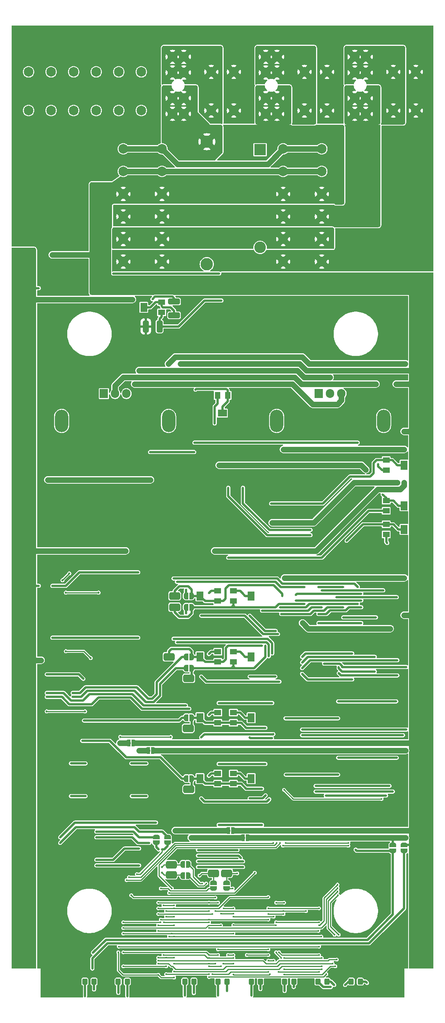
<source format=gbr>
%TF.GenerationSoftware,KiCad,Pcbnew,8.0.2*%
%TF.CreationDate,2024-12-14T16:11:43+01:00*%
%TF.ProjectId,pss_baseboard,7073735f-6261-4736-9562-6f6172642e6b,1.0.0*%
%TF.SameCoordinates,Original*%
%TF.FileFunction,Copper,L1,Top*%
%TF.FilePolarity,Positive*%
%FSLAX46Y46*%
G04 Gerber Fmt 4.6, Leading zero omitted, Abs format (unit mm)*
G04 Created by KiCad (PCBNEW 8.0.2) date 2024-12-14 16:11:43*
%MOMM*%
%LPD*%
G01*
G04 APERTURE LIST*
G04 Aperture macros list*
%AMRoundRect*
0 Rectangle with rounded corners*
0 $1 Rounding radius*
0 $2 $3 $4 $5 $6 $7 $8 $9 X,Y pos of 4 corners*
0 Add a 4 corners polygon primitive as box body*
4,1,4,$2,$3,$4,$5,$6,$7,$8,$9,$2,$3,0*
0 Add four circle primitives for the rounded corners*
1,1,$1+$1,$2,$3*
1,1,$1+$1,$4,$5*
1,1,$1+$1,$6,$7*
1,1,$1+$1,$8,$9*
0 Add four rect primitives between the rounded corners*
20,1,$1+$1,$2,$3,$4,$5,0*
20,1,$1+$1,$4,$5,$6,$7,0*
20,1,$1+$1,$6,$7,$8,$9,0*
20,1,$1+$1,$8,$9,$2,$3,0*%
%AMFreePoly0*
4,1,19,0.500000,-0.750000,0.000000,-0.750000,0.000000,-0.744911,-0.071157,-0.744911,-0.207708,-0.704816,-0.327430,-0.627875,-0.420627,-0.520320,-0.479746,-0.390866,-0.500000,-0.250000,-0.500000,0.250000,-0.479746,0.390866,-0.420627,0.520320,-0.327430,0.627875,-0.207708,0.704816,-0.071157,0.744911,0.000000,0.744911,0.000000,0.750000,0.500000,0.750000,0.500000,-0.750000,0.500000,-0.750000,
$1*%
%AMFreePoly1*
4,1,19,0.000000,0.744911,0.071157,0.744911,0.207708,0.704816,0.327430,0.627875,0.420627,0.520320,0.479746,0.390866,0.500000,0.250000,0.500000,-0.250000,0.479746,-0.390866,0.420627,-0.520320,0.327430,-0.627875,0.207708,-0.704816,0.071157,-0.744911,0.000000,-0.744911,0.000000,-0.750000,-0.500000,-0.750000,-0.500000,0.750000,0.000000,0.750000,0.000000,0.744911,0.000000,0.744911,
$1*%
G04 Aperture macros list end*
%TA.AperFunction,SMDPad,CuDef*%
%ADD10R,1.600000X1.300000*%
%TD*%
%TA.AperFunction,SMDPad,CuDef*%
%ADD11R,1.600000X2.000000*%
%TD*%
%TA.AperFunction,ComponentPad*%
%ADD12C,2.800000*%
%TD*%
%TA.AperFunction,ComponentPad*%
%ADD13R,2.600000X2.600000*%
%TD*%
%TA.AperFunction,ComponentPad*%
%ADD14C,2.600000*%
%TD*%
%TA.AperFunction,SMDPad,CuDef*%
%ADD15RoundRect,0.250000X0.325000X0.450000X-0.325000X0.450000X-0.325000X-0.450000X0.325000X-0.450000X0*%
%TD*%
%TA.AperFunction,SMDPad,CuDef*%
%ADD16FreePoly0,270.000000*%
%TD*%
%TA.AperFunction,SMDPad,CuDef*%
%ADD17FreePoly1,270.000000*%
%TD*%
%TA.AperFunction,ComponentPad*%
%ADD18R,1.905000X2.000000*%
%TD*%
%TA.AperFunction,ComponentPad*%
%ADD19O,1.905000X2.000000*%
%TD*%
%TA.AperFunction,ComponentPad*%
%ADD20O,3.000000X5.050000*%
%TD*%
%TA.AperFunction,SMDPad,CuDef*%
%ADD21RoundRect,0.250000X-1.075000X0.400000X-1.075000X-0.400000X1.075000X-0.400000X1.075000X0.400000X0*%
%TD*%
%TA.AperFunction,SMDPad,CuDef*%
%ADD22FreePoly0,180.000000*%
%TD*%
%TA.AperFunction,SMDPad,CuDef*%
%ADD23FreePoly1,180.000000*%
%TD*%
%TA.AperFunction,SMDPad,CuDef*%
%ADD24RoundRect,0.426829X-0.823171X-0.448171X0.823171X-0.448171X0.823171X0.448171X-0.823171X0.448171X0*%
%TD*%
%TA.AperFunction,SMDPad,CuDef*%
%ADD25FreePoly0,0.000000*%
%TD*%
%TA.AperFunction,SMDPad,CuDef*%
%ADD26FreePoly1,0.000000*%
%TD*%
%TA.AperFunction,ComponentPad*%
%ADD27C,2.162000*%
%TD*%
%TA.AperFunction,SMDPad,CuDef*%
%ADD28RoundRect,0.426829X0.823171X0.448171X-0.823171X0.448171X-0.823171X-0.448171X0.823171X-0.448171X0*%
%TD*%
%TA.AperFunction,ComponentPad*%
%ADD29C,2.200000*%
%TD*%
%TA.AperFunction,SMDPad,CuDef*%
%ADD30RoundRect,0.250000X0.400000X1.075000X-0.400000X1.075000X-0.400000X-1.075000X0.400000X-1.075000X0*%
%TD*%
%TA.AperFunction,SMDPad,CuDef*%
%ADD31R,1.300000X1.600000*%
%TD*%
%TA.AperFunction,SMDPad,CuDef*%
%ADD32R,2.000000X1.600000*%
%TD*%
%TA.AperFunction,ViaPad*%
%ADD33C,0.450000*%
%TD*%
%TA.AperFunction,ViaPad*%
%ADD34C,0.500000*%
%TD*%
%TA.AperFunction,Conductor*%
%ADD35C,0.508000*%
%TD*%
%TA.AperFunction,Conductor*%
%ADD36C,1.270000*%
%TD*%
%TA.AperFunction,Conductor*%
%ADD37C,0.254000*%
%TD*%
G04 APERTURE END LIST*
D10*
%TO.P,RV1202,1,1*%
%TO.N,/conf_lvl*%
X212445000Y-163898000D03*
D11*
%TO.P,RV1202,2,2*%
%TO.N,/limit-logic/compare-logic/window-comparator2/lpot*%
X216445000Y-162748000D03*
D10*
%TO.P,RV1202,3,3*%
X212445000Y-161598000D03*
%TD*%
D12*
%TO.P,K3501,11*%
%TO.N,Net-(F3501-Pad2)*%
X206447500Y-46700000D03*
%TO.P,K3501,14*%
%TO.N,/measurement/meas_out_v*%
X206447500Y-74300000D03*
D13*
%TO.P,K3501,A1*%
%TO.N,Net-(D3501-A)*%
X218447500Y-48500000D03*
D14*
%TO.P,K3501,A2*%
%TO.N,-5V_relay*%
X218447500Y-70500000D03*
%TD*%
D15*
%TO.P,D802,1,K*%
%TO.N,-5V_limit-logic*%
X211025000Y-235900000D03*
%TO.P,D802,2,A*%
%TO.N,Net-(D802-A)*%
X208975000Y-235900000D03*
%TD*%
D10*
%TO.P,RV1001,1,1*%
%TO.N,/limit-logic/compare-logic/window-comparator/upot*%
X208913000Y-189030000D03*
D11*
%TO.P,RV1001,2,2*%
%TO.N,/conf_vref*%
X204913000Y-190180000D03*
D10*
%TO.P,RV1001,3,3*%
X208913000Y-191330000D03*
%TD*%
%TO.P,RV1201,1,1*%
%TO.N,/limit-logic/compare-logic/window-comparator2/upot*%
X208913000Y-161598000D03*
D11*
%TO.P,RV1201,2,2*%
%TO.N,/conf_uvl*%
X204913000Y-162748000D03*
D10*
%TO.P,RV1201,3,3*%
X208913000Y-163898000D03*
%TD*%
D15*
%TO.P,D803,1,K*%
%TO.N,-5V_limit-logic*%
X218525000Y-235900000D03*
%TO.P,D803,2,A*%
%TO.N,Net-(D803-A)*%
X216475000Y-235900000D03*
%TD*%
D10*
%TO.P,RV501,1,1*%
%TO.N,Net-(R510-Pad1)*%
X246862000Y-135196000D03*
D11*
%TO.P,RV501,2,2*%
%TO.N,/control-var/derivative*%
X250862000Y-134046000D03*
D10*
%TO.P,RV501,3,3*%
X246862000Y-132896000D03*
%TD*%
%TO.P,RV1301,1,1*%
%TO.N,/limit-logic/compare-logic/window-comparator3/upot*%
X208913000Y-147882000D03*
D11*
%TO.P,RV1301,2,2*%
%TO.N,/conf_ucl*%
X204913000Y-149032000D03*
D10*
%TO.P,RV1301,3,3*%
X208913000Y-150182000D03*
%TD*%
D16*
%TO.P,JP803,1,A*%
%TO.N,/limit-logic/compare-logic/comp_lvle*%
X210889000Y-213660000D03*
D17*
%TO.P,JP803,2,B*%
%TO.N,/limit-logic/mode-transition/comp_lvle*%
X210889000Y-214960000D03*
%TD*%
D16*
%TO.P,JP801,1,A*%
%TO.N,/limit-logic/compare-logic/comp_lcle*%
X207968000Y-213660000D03*
D17*
%TO.P,JP801,2,B*%
%TO.N,/limit-logic/mode-transition/comp_lcle*%
X207968000Y-214960000D03*
%TD*%
D15*
%TO.P,D806,1,K*%
%TO.N,-5V_limit-logic*%
X241025000Y-235900000D03*
%TO.P,D806,2,A*%
%TO.N,Net-(D806-A)*%
X238975000Y-235900000D03*
%TD*%
D18*
%TO.P,Q1908,1,B*%
%TO.N,Net-(Q1905-E)*%
X231696000Y-103445000D03*
D19*
%TO.P,Q1908,2,C*%
%TO.N,-5V_bias*%
X234236000Y-103445000D03*
%TO.P,Q1908,3,E*%
%TO.N,/power-electronics/outstage/v_in-*%
X236776000Y-103445000D03*
%TD*%
D20*
%TO.P,HS1902,1*%
%TO.N,unconnected-(HS1902-Pad1)*%
X246276000Y-109605000D03*
%TO.N,unconnected-(HS1902-Pad1)_0*%
X222196000Y-109605000D03*
%TD*%
D21*
%TO.P,R1501,1*%
%TO.N,+5VA_meas*%
X199078000Y-82712000D03*
%TO.P,R1501,2*%
%TO.N,Net-(R1501-Pad2)*%
X199078000Y-85812000D03*
%TD*%
D16*
%TO.P,JP1716,1,A*%
%TO.N,-5V*%
X248354000Y-205151000D03*
D17*
%TO.P,JP1716,2,B*%
%TO.N,-5V_mode-transition*%
X248354000Y-206451000D03*
%TD*%
D22*
%TO.P,JP1722,1,A*%
%TO.N,-5V*%
X194432000Y-183830000D03*
D23*
%TO.P,JP1722,2,B*%
%TO.N,-5V_conf*%
X193132000Y-183830000D03*
%TD*%
D16*
%TO.P,JP1703,1,A*%
%TO.N,+10V*%
X250894000Y-205151000D03*
D17*
%TO.P,JP1703,2,B*%
%TO.N,+10V_mode-transition*%
X250894000Y-206451000D03*
%TD*%
D24*
%TO.P,TP902,1,1*%
%TO.N,/conf_vref*%
X202380000Y-192593000D03*
%TD*%
D25*
%TO.P,JP120,1,A*%
%TO.N,/conf/conf_iref*%
X201730000Y-176464000D03*
D26*
%TO.P,JP120,2,B*%
%TO.N,/conf_iref*%
X203030000Y-176464000D03*
%TD*%
D16*
%TO.P,JP125,1,A*%
%TO.N,/conf/conf_refselect_v*%
X195070494Y-203330000D03*
D17*
%TO.P,JP125,2,B*%
%TO.N,/conf_refselect_v*%
X195070494Y-204630000D03*
%TD*%
D27*
%TO.P,J2002,1,Pin_1*%
%TO.N,/power-electronics/outstage/v_in+*%
X196347500Y-48300000D03*
X187647500Y-48300000D03*
%TO.P,J2002,2,Pin_2*%
%TO.N,/power-electronics/outstage/v_in-*%
X196347500Y-53380000D03*
X187647500Y-53380000D03*
%TO.P,J2002,3,Pin_3*%
%TO.N,+10V*%
X196347500Y-58460000D03*
X187647500Y-58460000D03*
%TO.P,J2002,4,Pin_4*%
%TO.N,-5V*%
X196347500Y-63540000D03*
X187647500Y-63540000D03*
%TO.P,J2002,5,Pin_5*%
%TO.N,/power-electronics/outstage/v_out*%
X196347500Y-68620000D03*
X187647500Y-68620000D03*
%TO.P,J2002,6,Pin_6*%
%TO.N,GND*%
X196347500Y-73700000D03*
X187647500Y-73700000D03*
%TD*%
D20*
%TO.P,HS1901,1*%
%TO.N,unconnected-(HS1901-Pad1)*%
X197834130Y-109605000D03*
%TO.N,unconnected-(HS1901-Pad1)_0*%
X173754130Y-109605000D03*
%TD*%
D28*
%TO.P,TP915,1,1*%
%TO.N,/limit-logic/compare-logic/comp_mgtt*%
X198443000Y-211854000D03*
%TD*%
D25*
%TO.P,JP806,1,A*%
%TO.N,/limit-logic/compare-logic/comp_mstt*%
X200968000Y-209484000D03*
D26*
%TO.P,JP806,2,B*%
%TO.N,/limit-logic/mode-transition/comp_mstt*%
X202268000Y-209484000D03*
%TD*%
D10*
%TO.P,RV1501,1,1*%
%TO.N,Net-(R1501-Pad2)*%
X196252000Y-82858000D03*
D11*
%TO.P,RV1501,2,2*%
X192252000Y-84008000D03*
D10*
%TO.P,RV1501,3,3*%
%TO.N,/measurement/voff*%
X196252000Y-85158000D03*
%TD*%
%TO.P,RV1302,1,1*%
%TO.N,/conf_lcl*%
X212445000Y-150182000D03*
D11*
%TO.P,RV1302,2,2*%
%TO.N,/limit-logic/compare-logic/window-comparator3/lpot*%
X216445000Y-149032000D03*
D10*
%TO.P,RV1302,3,3*%
X212445000Y-147882000D03*
%TD*%
D27*
%TO.P,J103,1,Pin_1*%
%TO.N,GND*%
X253540000Y-39667500D03*
X253540000Y-30967500D03*
%TO.P,J103,2,Pin_2*%
%TO.N,/power/-5V_supply*%
X248460000Y-39667500D03*
X248460000Y-30967500D03*
%TD*%
%TO.P,J102,1,Pin_1*%
%TO.N,GND*%
X233540000Y-39667500D03*
X233540000Y-30967500D03*
%TO.P,J102,2,Pin_2*%
%TO.N,/power/+10V_supply*%
X228460000Y-39667500D03*
X228460000Y-30967500D03*
%TD*%
D15*
%TO.P,D804,1,K*%
%TO.N,-5V_limit-logic*%
X226025000Y-235900000D03*
%TO.P,D804,2,A*%
%TO.N,Net-(D804-A)*%
X223975000Y-235900000D03*
%TD*%
D24*
%TO.P,TP905,1,1*%
%TO.N,/conf_uvl*%
X197935000Y-162748000D03*
%TD*%
D27*
%TO.P,J104,1,Pin_1*%
%TO.N,GND*%
X212540000Y-39667500D03*
X212540000Y-30967500D03*
%TO.P,J104,2,Pin_2*%
%TO.N,/relay/out*%
X207460000Y-39667500D03*
X207460000Y-30967500D03*
%TD*%
D10*
%TO.P,RV502,1,1*%
%TO.N,/control-var/out*%
X246862000Y-120718000D03*
D11*
%TO.P,RV502,2,2*%
%TO.N,Net-(R515-Pad1)*%
X250862000Y-119568000D03*
D10*
%TO.P,RV502,3,3*%
X246862000Y-118418000D03*
%TD*%
D25*
%TO.P,JP118,1,A*%
%TO.N,/conf/conf_uvl*%
X201730000Y-162748000D03*
D26*
%TO.P,JP118,2,B*%
%TO.N,/conf_uvl*%
X203030000Y-162748000D03*
%TD*%
D25*
%TO.P,JP119,1,A*%
%TO.N,/conf/conf_lvl*%
X201730000Y-165288000D03*
D26*
%TO.P,JP119,2,B*%
%TO.N,/conf_lvl*%
X203030000Y-165288000D03*
%TD*%
D25*
%TO.P,JP122,1,A*%
%TO.N,/conf/conf_lcl*%
X201730000Y-151572000D03*
D26*
%TO.P,JP122,2,B*%
%TO.N,/conf_lcl*%
X203030000Y-151572000D03*
%TD*%
D24*
%TO.P,TP911,1,1*%
%TO.N,/limit-logic/compare-logic/comp_lvle*%
X210891000Y-211516000D03*
%TD*%
D22*
%TO.P,JP1715,1,A*%
%TO.N,-5V*%
X215768000Y-203515000D03*
D23*
%TO.P,JP1715,2,B*%
%TO.N,-5V_compare-logic*%
X214468000Y-203515000D03*
%TD*%
D25*
%TO.P,JP117,1,A*%
%TO.N,/conf/conf_vref*%
X201730000Y-190180000D03*
D26*
%TO.P,JP117,2,B*%
%TO.N,/conf_vref*%
X203030000Y-190180000D03*
%TD*%
D10*
%TO.P,RV503,1,1*%
%TO.N,/control-var/error*%
X246862000Y-129862000D03*
D11*
%TO.P,RV503,2,2*%
%TO.N,Net-(R516-Pad2)*%
X250862000Y-128712000D03*
D10*
%TO.P,RV503,3,3*%
X246862000Y-127562000D03*
%TD*%
D28*
%TO.P,TP916,1,1*%
%TO.N,/limit-logic/compare-logic/comp_mstt*%
X198443000Y-209611000D03*
%TD*%
D24*
%TO.P,TP908,1,1*%
%TO.N,/conf_lcl*%
X199205000Y-151572000D03*
%TD*%
%TO.P,TP904,1,1*%
%TO.N,/conf_iref*%
X202253000Y-178877000D03*
%TD*%
D15*
%TO.P,D801,1,K*%
%TO.N,-5V_limit-logic*%
X203525000Y-235900000D03*
%TO.P,D801,2,A*%
%TO.N,Net-(D801-A)*%
X201475000Y-235900000D03*
%TD*%
D24*
%TO.P,TP906,1,1*%
%TO.N,/conf_lvl*%
X202380000Y-167574000D03*
%TD*%
D10*
%TO.P,RV1002,1,1*%
%TO.N,/conf_vref*%
X212445000Y-191330000D03*
D11*
%TO.P,RV1002,2,2*%
%TO.N,/limit-logic/compare-logic/window-comparator/lpot*%
X216445000Y-190180000D03*
D10*
%TO.P,RV1002,3,3*%
X212445000Y-189030000D03*
%TD*%
D25*
%TO.P,JP121,1,A*%
%TO.N,/conf/conf_ucl*%
X201730000Y-149032000D03*
D26*
%TO.P,JP121,2,B*%
%TO.N,/conf_ucl*%
X203030000Y-149032000D03*
%TD*%
D10*
%TO.P,RV1101,1,1*%
%TO.N,/limit-logic/compare-logic/window-comparator1/upot*%
X208913000Y-175314000D03*
D11*
%TO.P,RV1101,2,2*%
%TO.N,/conf_iref*%
X204913000Y-176464000D03*
D10*
%TO.P,RV1101,3,3*%
X208913000Y-177614000D03*
%TD*%
D18*
%TO.P,Q1907,1,B*%
%TO.N,Net-(Q1903-C)*%
X183254130Y-103450000D03*
D19*
%TO.P,Q1907,2,C*%
%TO.N,+10V_bias*%
X185794130Y-103450000D03*
%TO.P,Q1907,3,E*%
%TO.N,/power-electronics/outstage/v_in+*%
X188334130Y-103450000D03*
%TD*%
D22*
%TO.P,JP1702,1,A*%
%TO.N,+10V*%
X212466000Y-201864000D03*
D23*
%TO.P,JP1702,2,B*%
%TO.N,+10V_compare-logic*%
X211166000Y-201864000D03*
%TD*%
D27*
%TO.P,J2001,1,Pin_1*%
%TO.N,GND*%
X223652500Y-73700000D03*
X232352500Y-73700000D03*
%TO.P,J2001,2,Pin_2*%
%TO.N,/power-electronics/outstage/v_out*%
X223652500Y-68620000D03*
X232352500Y-68620000D03*
%TO.P,J2001,3,Pin_3*%
%TO.N,-5V*%
X223652500Y-63540000D03*
X232352500Y-63540000D03*
%TO.P,J2001,4,Pin_4*%
%TO.N,+10V*%
X223652500Y-58460000D03*
X232352500Y-58460000D03*
%TO.P,J2001,5,Pin_5*%
%TO.N,/power-electronics/outstage/v_in-*%
X223652500Y-53380000D03*
X232352500Y-53380000D03*
%TO.P,J2001,6,Pin_6*%
%TO.N,/power-electronics/outstage/v_in+*%
X223652500Y-48300000D03*
X232352500Y-48300000D03*
%TD*%
D22*
%TO.P,JP1709,1,A*%
%TO.N,+10V*%
X189987000Y-182179000D03*
D23*
%TO.P,JP1709,2,B*%
%TO.N,+10V_conf*%
X188687000Y-182179000D03*
%TD*%
D10*
%TO.P,RV1102,1,1*%
%TO.N,/conf_iref*%
X212445000Y-177614000D03*
D11*
%TO.P,RV1102,2,2*%
%TO.N,/limit-logic/compare-logic/window-comparator1/lpot*%
X216445000Y-176464000D03*
D10*
%TO.P,RV1102,3,3*%
X212445000Y-175314000D03*
%TD*%
D29*
%TO.P,F3501,1*%
%TO.N,/relay/out*%
X201250000Y-27600000D03*
X198750000Y-27600000D03*
X201250000Y-31100000D03*
X198750000Y-31100000D03*
%TO.P,F3501,2*%
%TO.N,Net-(F3501-Pad2)*%
X201250000Y-36900000D03*
X198750000Y-36900000D03*
X201250000Y-40400000D03*
X198750000Y-40400000D03*
%TD*%
D25*
%TO.P,JP805,1,A*%
%TO.N,/limit-logic/compare-logic/comp_mgtt*%
X200968000Y-212024000D03*
D26*
%TO.P,JP805,2,B*%
%TO.N,/limit-logic/mode-transition/comp_mgtt*%
X202268000Y-212024000D03*
%TD*%
D29*
%TO.P,F1702,1*%
%TO.N,+10V*%
X219750000Y-40400000D03*
X222250000Y-40400000D03*
X219750000Y-36900000D03*
X222250000Y-36900000D03*
%TO.P,F1702,2*%
%TO.N,/power/+10V_supply*%
X219750000Y-31100000D03*
X222250000Y-31100000D03*
X219750000Y-27600000D03*
X222250000Y-27600000D03*
%TD*%
D30*
%TO.P,R1502,1*%
%TO.N,/measurement/voff*%
X195802000Y-88326000D03*
%TO.P,R1502,2*%
%TO.N,GND*%
X192702000Y-88326000D03*
%TD*%
D31*
%TO.P,RV1901,1,1*%
%TO.N,Net-(Q1902-B)*%
X208850000Y-103852000D03*
D32*
%TO.P,RV1901,2,2*%
%TO.N,Net-(R1904-Pad1)*%
X210000000Y-107852000D03*
D31*
%TO.P,RV1901,3,3*%
X211150000Y-103852000D03*
%TD*%
D15*
%TO.P,D402,1,K*%
%TO.N,/conf/~{relay_connect}*%
X181025000Y-235900000D03*
%TO.P,D402,2,A*%
%TO.N,Net-(D402-A)*%
X178975000Y-235900000D03*
%TD*%
D24*
%TO.P,TP912,1,1*%
%TO.N,/limit-logic/compare-logic/comp_lcle*%
X207968000Y-211516000D03*
%TD*%
%TO.P,TP907,1,1*%
%TO.N,/conf_ucl*%
X199205000Y-149032000D03*
%TD*%
D15*
%TO.P,D805,1,K*%
%TO.N,-5V_limit-logic*%
X233525000Y-235900000D03*
%TO.P,D805,2,A*%
%TO.N,Net-(D805-A)*%
X231475000Y-235900000D03*
%TD*%
D29*
%TO.P,F1704,1*%
%TO.N,-5V*%
X239750000Y-40400000D03*
X242250000Y-40400000D03*
X239750000Y-36900000D03*
X242250000Y-36900000D03*
%TO.P,F1704,2*%
%TO.N,/power/-5V_supply*%
X239750000Y-31100000D03*
X242250000Y-31100000D03*
X239750000Y-27600000D03*
X242250000Y-27600000D03*
%TD*%
D16*
%TO.P,JP126,1,A*%
%TO.N,/conf/conf_refselect_i*%
X197610494Y-203330000D03*
D17*
%TO.P,JP126,2,B*%
%TO.N,/conf_refselect_i*%
X197610494Y-204630000D03*
%TD*%
D15*
%TO.P,D401,1,K*%
%TO.N,Net-(D401-K)*%
X188525000Y-235900000D03*
%TO.P,D401,2,A*%
%TO.N,/conf/conf_ok*%
X186475000Y-235900000D03*
%TD*%
D27*
%TO.P,J101,1,Pin_1*%
%TO.N,GNDI*%
X191700000Y-39667500D03*
X191700000Y-30967500D03*
%TO.P,J101,2,Pin_2*%
%TO.N,/digital-interface/~{CS_ISO}*%
X186620000Y-39667500D03*
X186620000Y-30967500D03*
%TO.P,J101,3,Pin_3*%
%TO.N,/digital-interface/SCKL_ISO*%
X181540000Y-39667500D03*
X181540000Y-30967500D03*
%TO.P,J101,4,Pin_4*%
%TO.N,/digital-interface/SDI_ISO*%
X176460000Y-39667500D03*
X176460000Y-30967500D03*
%TO.P,J101,5,Pin_5*%
%TO.N,/digital-interface/SDO_ISO*%
X171380000Y-39667500D03*
X171380000Y-30967500D03*
%TO.P,J101,6,Pin_6*%
%TO.N,unconnected-(J101-Pin_6-Pad6)_0*%
X166300000Y-39667500D03*
%TO.N,unconnected-(J101-Pin_6-Pad6)*%
X166300000Y-30967500D03*
%TD*%
D33*
%TO.N,GND*%
X166250000Y-62250000D03*
D34*
X186759000Y-136078000D03*
X193744000Y-136078000D03*
D33*
X170000000Y-50000000D03*
X171000000Y-67500000D03*
X170250000Y-67500000D03*
D34*
X180282000Y-35240000D03*
X177361000Y-178115000D03*
X168598000Y-151699000D03*
D33*
X168000000Y-59750000D03*
X168000000Y-67500000D03*
X250000000Y-105000000D03*
X175000000Y-75000000D03*
X240000000Y-230000000D03*
X175000000Y-70000000D03*
X175000000Y-80000000D03*
X175000000Y-215000000D03*
D34*
X168852000Y-83754000D03*
D33*
X175000000Y-230000000D03*
X173500000Y-62250000D03*
X169500000Y-67500000D03*
X175000000Y-55000000D03*
X245000000Y-215000000D03*
X173500000Y-64500000D03*
X166250000Y-64500000D03*
X230000000Y-90000000D03*
X168750000Y-67500000D03*
D34*
X206190000Y-136840000D03*
D33*
X171000000Y-59750000D03*
D34*
X170884000Y-163002000D03*
X181171000Y-178115000D03*
D33*
X171750000Y-59750000D03*
X171750000Y-67500000D03*
X245000000Y-230000000D03*
X166250000Y-66000000D03*
X202500000Y-132500000D03*
X169500000Y-59750000D03*
X202500000Y-117500000D03*
D34*
X208222000Y-136840000D03*
D33*
X250000000Y-109000000D03*
X166250000Y-61500000D03*
X225000000Y-90000000D03*
X177000000Y-105000000D03*
D34*
X189680000Y-83754000D03*
X182822000Y-136078000D03*
D33*
X175000000Y-225000000D03*
X250000000Y-140000000D03*
D34*
X182822000Y-35240000D03*
X187902000Y-35240000D03*
X169106000Y-136078000D03*
D33*
X250000000Y-85000000D03*
X170250000Y-59750000D03*
D34*
X175202000Y-35240000D03*
D33*
X250000000Y-90000000D03*
D34*
X185362000Y-35240000D03*
D33*
X166250000Y-65250000D03*
D34*
X172662000Y-35240000D03*
X223970000Y-136840000D03*
D33*
X173500000Y-63000000D03*
X202500000Y-140000000D03*
D34*
X235400000Y-132014000D03*
D33*
X220000000Y-90000000D03*
X250000000Y-235000000D03*
X175000000Y-235000000D03*
X218000000Y-213000000D03*
X215000000Y-90000000D03*
X197250000Y-129500000D03*
D34*
X179012000Y-163002000D03*
D33*
X173500000Y-65250000D03*
X168750000Y-59750000D03*
X166250000Y-63750000D03*
X175000000Y-60000000D03*
X230000000Y-210000000D03*
X170000000Y-55000000D03*
X227000000Y-210000000D03*
D34*
X177742000Y-35240000D03*
X186416465Y-151699000D03*
D33*
X175000000Y-65000000D03*
X222000000Y-210000000D03*
D34*
X186416465Y-166431000D03*
D33*
X185000000Y-215000000D03*
D34*
X180447465Y-151699000D03*
X170122000Y-35240000D03*
D33*
X173500000Y-63750000D03*
X175000000Y-50000000D03*
D34*
X190442000Y-35240000D03*
D33*
X173500000Y-66000000D03*
X202500000Y-125000000D03*
X177000000Y-109000000D03*
X173500000Y-61500000D03*
X170000000Y-45000000D03*
X166250000Y-63000000D03*
D34*
X180447465Y-166431000D03*
%TO.N,+5VA_adc*%
X191014965Y-158430000D03*
X184511465Y-158430000D03*
X191014965Y-143698000D03*
X171646000Y-146746000D03*
X171646000Y-158430000D03*
X184511465Y-143698000D03*
%TO.N,+5VA_conf*%
X178631000Y-167701000D03*
X170376000Y-175026000D03*
X174948000Y-166685000D03*
X170376000Y-166685000D03*
X179012000Y-175026000D03*
%TO.N,+10V_conf*%
X186886000Y-182179000D03*
%TO.N,-5V_conf*%
X191204000Y-183830000D03*
X191204000Y-209738000D03*
X181552000Y-209738000D03*
%TO.N,+10V_control*%
X208222000Y-138872000D03*
X250894000Y-116012000D03*
X223716000Y-116012000D03*
X250894000Y-123505000D03*
X235908000Y-134046000D03*
%TO.N,-5V_control*%
X209238000Y-119568000D03*
X221176000Y-132522000D03*
X249370000Y-123505000D03*
X242258000Y-120584000D03*
%TO.N,/control-var/derivative*%
X237940000Y-136586000D03*
%TO.N,GNDI*%
X170630000Y-122870000D03*
X186759000Y-122870000D03*
X193744000Y-122870000D03*
X182822000Y-122870000D03*
%TO.N,-5V*%
X251186000Y-183830000D03*
X251148000Y-96708000D03*
X233368000Y-203515000D03*
X250132000Y-96708000D03*
X249116000Y-96708000D03*
X251186000Y-203515000D03*
X197808000Y-96708000D03*
%TO.N,-5V_limit-logic*%
X226002000Y-237123200D03*
X233241000Y-193990000D03*
X246830000Y-193990000D03*
X236924000Y-165034000D03*
X232860000Y-164272000D03*
X251402000Y-165034000D03*
X242512000Y-236208800D03*
X203523000Y-238494800D03*
X218509000Y-237580400D03*
X241750000Y-165034000D03*
X246830000Y-165034000D03*
X235146000Y-236666000D03*
X211016000Y-238037600D03*
%TO.N,-5V_compare-logic*%
X202944494Y-203472000D03*
X211453494Y-203472000D03*
%TO.N,+10V_compare-logic*%
X210165000Y-201864000D03*
X199332000Y-201871800D03*
D33*
%TO.N,+10V_mode-transition*%
X180663000Y-232979000D03*
X200221000Y-227264000D03*
X224986000Y-227264000D03*
X188791000Y-227264000D03*
X245814000Y-224470000D03*
X213556000Y-227264000D03*
%TO.N,-5V_mode-transition*%
X194379000Y-226502000D03*
X180790000Y-229423000D03*
X230574000Y-226502000D03*
X205809000Y-226502000D03*
X219144000Y-226502000D03*
X239972000Y-206182000D03*
D34*
%TO.N,+5VA_meas*%
X194193425Y-82166229D03*
%TO.N,-5V_mux*%
X223970000Y-144968000D03*
X250894000Y-144968000D03*
X241750000Y-144968000D03*
X232860000Y-144968000D03*
%TO.N,+10V_mux*%
X238847750Y-156398000D03*
X247737750Y-156398000D03*
X228012500Y-155106500D03*
%TO.N,+10V*%
X172408000Y-71816000D03*
X250894000Y-153350000D03*
X171646000Y-71816000D03*
X249116000Y-101280000D03*
X200537000Y-96708000D03*
X171646000Y-72578000D03*
X227272000Y-79436000D03*
X230828000Y-201864000D03*
X251148000Y-101280000D03*
X250894000Y-111948000D03*
X250132000Y-101280000D03*
X172408000Y-72578000D03*
%TO.N,+5VA*%
X167582000Y-72578000D03*
X168598000Y-79690000D03*
X188156000Y-138872000D03*
X168598000Y-146746000D03*
X169106000Y-163510000D03*
X166820000Y-72578000D03*
X166820000Y-71816000D03*
X189680000Y-82230000D03*
X167582000Y-71816000D03*
%TO.N,Net-(D401-K)*%
X188537000Y-239202000D03*
%TO.N,/conf/conf_ok*%
X186505000Y-238440000D03*
%TO.N,/conf/conf_refselect_v*%
X191204000Y-203388000D03*
X181552000Y-202118000D03*
%TO.N,/conf/conf_refselect_i*%
X173424000Y-204658000D03*
X191204000Y-202118000D03*
%TO.N,Net-(D801-A)*%
X201491000Y-239075000D03*
%TO.N,/limit-logic/mode_vc*%
X236035000Y-172781000D03*
X249116000Y-172781000D03*
X244290000Y-166050000D03*
X236162000Y-165034000D03*
%TO.N,Net-(D802-A)*%
X208984000Y-239075000D03*
%TO.N,/limit-logic/mode_lclc*%
X236162000Y-166410001D03*
X249370000Y-166939000D03*
X250640000Y-180401000D03*
X227907000Y-180401000D03*
%TO.N,/limit-logic/mode_uclc*%
X227907000Y-165288000D03*
X251402000Y-179131000D03*
X249370000Y-163510000D03*
X227907000Y-179131000D03*
%TO.N,Net-(D803-A)*%
X216477000Y-239075000D03*
%TO.N,Net-(D804-A)*%
X223970000Y-238037600D03*
%TO.N,/limit-logic/mode_cc*%
X249243000Y-185481000D03*
X236035000Y-185481000D03*
X244290000Y-162748000D03*
X227907000Y-164018000D03*
%TO.N,Net-(D805-A)*%
X234384000Y-237123200D03*
%TO.N,/limit-logic/mode_lvlc*%
X248354000Y-193101000D03*
X230955000Y-193101000D03*
X239210000Y-161986000D03*
X227907000Y-162748000D03*
%TO.N,/limit-logic/mode_uvlc*%
X227907000Y-166558000D03*
X247592000Y-191831000D03*
X230955000Y-191831000D03*
X239210000Y-167828000D03*
%TO.N,Net-(D806-A)*%
X237622500Y-236666000D03*
%TO.N,/limit-logic/compare-logic/comp_mgtt*%
X196340494Y-211346000D03*
%TO.N,/limit-logic/compare-logic/comp_mstt*%
X196340494Y-210076000D03*
D33*
%TO.N,/limit-logic/compare-logic/comp_lvle*%
X213302000Y-211516000D03*
D34*
%TO.N,/limit-logic/compare-logic/comp_uvle*%
X205174000Y-167193000D03*
X222797601Y-168336000D03*
D33*
%TO.N,/limit-logic/compare-logic/comp_lcle*%
X204793000Y-212024000D03*
D34*
%TO.N,/limit-logic/compare-logic/comp_ucle*%
X222496800Y-157617200D03*
X205174000Y-153477000D03*
%TO.N,Net-(D3501-A)*%
X209238000Y-76388000D03*
X185362000Y-76388000D03*
%TO.N,+10V_bias*%
X243528000Y-101280000D03*
X242512000Y-101280000D03*
X216096000Y-99756000D03*
X244544000Y-101280000D03*
%TO.N,-5V_bias*%
X200348000Y-98232000D03*
X191204000Y-98232000D03*
X219652000Y-98232000D03*
X234236000Y-99756000D03*
%TO.N,/power-electronics/outstage/v_in-*%
X192220000Y-101280000D03*
X190188000Y-101280000D03*
X191204000Y-101280000D03*
%TO.N,/mux/mode_vc*%
X241242000Y-155128000D03*
X231590000Y-155128000D03*
%TO.N,/mux/mode_uvlc*%
X249243000Y-149286000D03*
X235654000Y-149286000D03*
%TO.N,/mux/mode_cc*%
X237178000Y-153858000D03*
X244544000Y-153858000D03*
%TO.N,/mux/mode_uclc*%
X226510000Y-150048000D03*
X241242000Y-150048000D03*
%TO.N,/mux/mode_lclc*%
X241242000Y-151572000D03*
X231590000Y-153096000D03*
%TO.N,/~{CS}*%
X182060000Y-148270000D03*
X174694000Y-148270000D03*
X180282000Y-163002000D03*
X174694000Y-161478000D03*
%TO.N,/SDI*%
X173932000Y-145476000D03*
X175456000Y-143952000D03*
%TO.N,/mux/mux_ref*%
X240480000Y-150810000D03*
X222954000Y-151572000D03*
X231590000Y-150810000D03*
%TO.N,/mux/mux_meas*%
X237178000Y-147000000D03*
X231590000Y-147000000D03*
%TO.N,/power-electronics/v_in*%
X240468000Y-114488000D03*
X203650000Y-114488000D03*
%TO.N,/control-var/out*%
X245052000Y-119314000D03*
%TO.N,/conf_vref*%
X218890000Y-192466000D03*
%TO.N,/conf/conf_vref*%
X178377000Y-181671000D03*
%TO.N,/conf/conf_uvl*%
X176218000Y-170876000D03*
X193236000Y-172146000D03*
%TO.N,/conf_uvl*%
X218890000Y-152334000D03*
X218890000Y-160208000D03*
X232352000Y-151572000D03*
%TO.N,/conf/conf_lvl*%
X195268000Y-172146000D03*
X176218000Y-171776000D03*
%TO.N,/conf_lvl*%
X223208000Y-153096000D03*
X219652000Y-160208000D03*
X237178000Y-151572000D03*
%TO.N,/conf_iref*%
X219652000Y-178750000D03*
%TO.N,/conf/conf_iref*%
X178758000Y-177099000D03*
%TO.N,/conf/conf_ucl*%
X201745000Y-147635000D03*
X182060000Y-171892000D03*
X170376000Y-171776000D03*
X202507000Y-174432000D03*
%TO.N,/conf_ucl*%
X223462000Y-149032000D03*
%TO.N,/conf/conf_lcl*%
X201745000Y-173670000D03*
X180028000Y-171130000D03*
X170376000Y-170876000D03*
X201745000Y-152969000D03*
%TO.N,/conf_lcl*%
X228415000Y-150810000D03*
%TO.N,/conf/~{relay_connect}*%
X181044000Y-237678000D03*
D33*
%TO.N,/conf_refselect_v*%
X232304800Y-230566000D03*
D34*
X195586964Y-206136036D03*
D33*
X199078000Y-225740000D03*
X223843000Y-230566000D03*
X197300000Y-221295000D03*
X199078000Y-221295000D03*
X232225000Y-225740000D03*
X206952000Y-220025000D03*
X197300000Y-220025000D03*
X197935000Y-225740000D03*
%TO.N,/conf_refselect_i*%
X208349000Y-216977000D03*
X189426000Y-216469000D03*
D34*
X196340494Y-206139000D03*
D33*
X223716000Y-220025000D03*
X228796000Y-220025000D03*
X190696000Y-211690200D03*
X206952022Y-231823316D03*
X208349000Y-220025000D03*
X199078000Y-231836000D03*
X208349000Y-231836000D03*
D34*
%TO.N,/meas_out_v*%
X240480000Y-147000000D03*
X212159000Y-173162000D03*
X212159000Y-200594000D03*
X209111000Y-200594000D03*
X218890000Y-200594000D03*
X221176000Y-173162000D03*
X198951000Y-158684000D03*
X198951000Y-145095000D03*
X221176000Y-161986000D03*
X209111000Y-173162000D03*
%TO.N,/meas_out_i*%
X209111000Y-159446000D03*
X220414000Y-162621000D03*
X219652000Y-186878000D03*
X209111000Y-186878000D03*
X212159000Y-186878000D03*
X199713000Y-159446000D03*
X228415000Y-147000000D03*
X199713000Y-145857000D03*
X212159000Y-159446000D03*
%TO.N,Net-(JP502-C)*%
X229812000Y-134173000D03*
X214572000Y-124648000D03*
%TO.N,Net-(JP503-C)*%
X229812000Y-135316000D03*
X211270000Y-124648000D03*
D33*
%TO.N,/limit-logic/mode-transition/comp_lcle*%
X196077200Y-214945000D03*
X220287000Y-221930000D03*
X196077200Y-221930000D03*
X206952000Y-221930000D03*
%TO.N,/limit-logic/mode-transition/comp_ucle*%
X220287000Y-216850000D03*
X199078000Y-219390000D03*
X195522000Y-219390000D03*
%TO.N,/limit-logic/mode-transition/comp_lvle*%
X206950896Y-232476518D03*
X212413000Y-220580200D03*
X209619000Y-232471000D03*
X212286000Y-214945000D03*
X187648000Y-223835000D03*
X209619000Y-220580200D03*
X209619000Y-223200000D03*
%TO.N,/limit-logic/mode-transition/comp_uvle*%
X187648000Y-225105000D03*
X212413000Y-225105000D03*
X198570000Y-225105000D03*
X217239000Y-211389000D03*
X197935000Y-215961000D03*
%TO.N,/limit-logic/mode-transition/comp_mgtt*%
X212413000Y-229912797D03*
X206317000Y-213802000D03*
X212413000Y-234296200D03*
X220670081Y-234251874D03*
X211222800Y-229931000D03*
%TO.N,/limit-logic/mode-transition/comp_mstt*%
X215461000Y-229931000D03*
X205428000Y-213802000D03*
X220287000Y-229931000D03*
D34*
%TO.N,/limit-logic/enable*%
X236035000Y-189291000D03*
X224224000Y-189291000D03*
X236035000Y-176591000D03*
X224169201Y-176591000D03*
D33*
%TO.N,/limit-logic/mode-transition/enable_ok*%
X245814000Y-194752000D03*
X188362800Y-213040000D03*
X222203586Y-204669586D03*
X223840267Y-192704371D03*
%TO.N,/limit-logic/mode-transition/r_mode_vc*%
X224227600Y-204658000D03*
X238321000Y-204658000D03*
%TO.N,/limit-logic/mode-transition/s_mode_vc*%
X236162000Y-225359000D03*
X235939750Y-216437250D03*
X235701200Y-230947000D03*
X195522000Y-231182797D03*
%TO.N,/limit-logic/mode-transition/r_mode_lclc*%
X235896414Y-214044414D03*
X231717000Y-223218203D03*
%TO.N,/limit-logic/mode-transition/s_mode_lclc*%
X235908000Y-214818000D03*
X206952000Y-223853203D03*
%TO.N,/limit-logic/mode-transition/s_mode_uclc*%
X222965586Y-204669586D03*
X198570000Y-214897800D03*
%TO.N,/limit-logic/mode-transition/r_mode_cc*%
X235919586Y-215591586D03*
X223843000Y-234296200D03*
X235400000Y-232471000D03*
X235244000Y-225359000D03*
%TO.N,/limit-logic/mode-transition/s_mode_cc*%
X234786800Y-231836000D03*
X195522000Y-231836000D03*
%TO.N,/limit-logic/mode-transition/s_mode_lvlc*%
X206952000Y-234884000D03*
X233368000Y-234249000D03*
%TO.N,/limit-logic/mode-transition/r_mode_uvlc*%
X223843000Y-233106000D03*
X232352000Y-233106000D03*
%TO.N,/limit-logic/mode-transition/s_mode_uvlc*%
X232352000Y-232452797D03*
X199078000Y-233614000D03*
D34*
%TO.N,Net-(Q401-C)*%
X175837000Y-186751000D03*
X179139000Y-186751000D03*
%TO.N,Net-(Q402-C)*%
X175837000Y-194117000D03*
X179139000Y-194117000D03*
%TO.N,/conf/conf_output_vshift*%
X192855000Y-186751000D03*
X189426000Y-186751000D03*
%TO.N,/conf/conf_refselect_vshift*%
X192855000Y-194117000D03*
X189553000Y-194117000D03*
D33*
%TO.N,/limit-logic/mode-transition/~{enable_ok}*%
X238321000Y-205311203D03*
X231717000Y-233741000D03*
X231717000Y-222565000D03*
X223843000Y-218120000D03*
X222065000Y-222528594D03*
X222573000Y-233741000D03*
X223589000Y-205311203D03*
X222065000Y-218120000D03*
D34*
%TO.N,Net-(Q1901-C)*%
X193642000Y-116622000D03*
X203636000Y-116622000D03*
%TO.N,Net-(Q1902-B)*%
X208222000Y-110170000D03*
%TO.N,/conf/~{limits_ok_v}*%
X193490000Y-204658000D03*
X181552000Y-203388000D03*
%TO.N,/conf/~{limits_ok_i}*%
X173424000Y-203388000D03*
X186948000Y-180782000D03*
X195014000Y-200086000D03*
X198316000Y-180782000D03*
%TO.N,/control-var/error*%
X211270000Y-140396000D03*
X232860000Y-139888000D03*
%TO.N,Net-(R510-Pad1)*%
X247084000Y-137094000D03*
%TO.N,Net-(R515-Pad1)*%
X220922000Y-128204000D03*
%TO.N,Net-(R516-Pad2)*%
X246068000Y-126172000D03*
%TO.N,/limit-logic/compare-logic/window-comparator/ule*%
X205174000Y-194625000D03*
X220511600Y-194827993D03*
X204450000Y-208806000D03*
X214622800Y-208806000D03*
%TO.N,/limit-logic/compare-logic/window-comparator/~{lle}*%
X216096000Y-194625000D03*
X219690001Y-193936131D03*
%TO.N,/limit-logic/compare-logic/window-comparator1/ule*%
X214622800Y-210093600D03*
X204450000Y-210076000D03*
X205174000Y-180909000D03*
X221430000Y-180147000D03*
%TO.N,/limit-logic/compare-logic/window-comparator1/~{lle}*%
X216096000Y-180909000D03*
X221121200Y-181086800D03*
%TO.N,/limit-logic/compare-logic/window-comparator2/~{lle}*%
X216096000Y-167193000D03*
X221883200Y-167193000D03*
%TO.N,/limit-logic/compare-logic/window-comparator3/~{lle}*%
X221976000Y-156906000D03*
X216096000Y-153477000D03*
%TO.N,/measurement/voff*%
X209746000Y-82484000D03*
%TO.N,Net-(R1904-Pad1)*%
X203904000Y-102550000D03*
D33*
%TO.N,/limit-logic/~{mode}*%
X188918000Y-212405000D03*
X221430000Y-204658000D03*
D34*
%TO.N,/conf/conf_output*%
X181552000Y-208468000D03*
X191204000Y-205928000D03*
%TO.N,Net-(U902-A2)*%
X204450000Y-206266000D03*
X213340000Y-206266000D03*
%TO.N,Net-(U902-B2)*%
X214102000Y-208044000D03*
X204450000Y-207536000D03*
D33*
%TO.N,Net-(U1401-Pad1)*%
X195522000Y-223200000D03*
X199078000Y-223200000D03*
%TO.N,/limit-logic/mode-transition/transition_ready*%
X199078000Y-230529594D03*
X197300000Y-232471000D03*
X199078000Y-218736797D03*
X196794228Y-222562772D03*
X196665000Y-218755000D03*
X195522000Y-230529594D03*
X206952000Y-222583203D03*
X197300000Y-234249000D03*
X187648000Y-232471000D03*
X206952000Y-234230797D03*
X197300000Y-230529594D03*
%TO.N,Net-(U1401-Pad5)*%
X195522000Y-234376000D03*
X199078000Y-235011000D03*
X186505000Y-229296000D03*
%TO.N,/limit-logic/mode-transition/~{comp_lcle}*%
X208984000Y-218120000D03*
X206952000Y-218120000D03*
X195522000Y-218120000D03*
X220287000Y-228661000D03*
X208984000Y-228642797D03*
%TO.N,/limit-logic/mode-transition/~{comp_ucle}*%
X207714000Y-220660000D03*
X220287000Y-233722797D03*
X207714000Y-234249000D03*
X195522000Y-220660000D03*
%TO.N,/limit-logic/mode-transition/~{comp_uvle}*%
X206952000Y-230566000D03*
X196665000Y-229931000D03*
X212413000Y-230566000D03*
X196030000Y-222583717D03*
X187648000Y-222565000D03*
%TO.N,/limit-logic/mode-transition/~{comp_lvle}*%
X208984000Y-229931000D03*
X206952000Y-229912797D03*
X187648000Y-229296000D03*
%TO.N,Net-(U1404-Pad6)*%
X195522000Y-224470000D03*
X231590000Y-224470000D03*
%TO.N,Net-(U1404-Pad12)*%
X186632000Y-228026000D03*
X231717000Y-228026000D03*
%TO.N,Net-(U1405-Pad11)*%
X210206800Y-219390000D03*
X210174200Y-231836000D03*
X212413000Y-231836000D03*
X212413000Y-219390000D03*
%TO.N,Net-(U1405-Pad3)*%
X220287000Y-231201000D03*
X221477200Y-231201000D03*
%TO.N,Net-(U1406-Pad10)*%
X222032400Y-223200000D03*
X212413000Y-223181797D03*
X222700000Y-229296000D03*
X231717000Y-229931000D03*
%TO.N,Net-(U1406-Pad11)*%
X212413000Y-221295000D03*
X222046797Y-229296000D03*
X221477200Y-221295000D03*
X223189797Y-230566000D03*
%TO.N,Net-(U1406-Pad3)*%
X231717000Y-219390000D03*
X220287000Y-219390000D03*
%TO.N,Net-(U1406-Pad4)*%
X220287000Y-220660000D03*
X223716000Y-220678203D03*
D34*
%TO.N,Net-(U1601-Pad6)*%
X226510000Y-148778000D03*
X241242000Y-148524000D03*
%TO.N,Net-(U1602-Pad6)*%
X232352000Y-147762000D03*
X246195000Y-147762000D03*
%TO.N,Net-(D402-A)*%
X179012000Y-239202000D03*
%TO.N,/limit-logic/compare-logic/window-comparator/upot*%
X206913000Y-189545000D03*
%TO.N,/limit-logic/compare-logic/window-comparator/lpot*%
X214445000Y-189545000D03*
%TO.N,/limit-logic/compare-logic/window-comparator1/upot*%
X206913000Y-175829000D03*
%TO.N,/limit-logic/compare-logic/window-comparator1/lpot*%
X214445000Y-175829000D03*
%TO.N,/limit-logic/compare-logic/window-comparator2/upot*%
X206913000Y-162113000D03*
%TO.N,/limit-logic/compare-logic/window-comparator2/lpot*%
X214445000Y-162113000D03*
%TO.N,/limit-logic/compare-logic/window-comparator3/upot*%
X206913000Y-148397000D03*
%TO.N,/limit-logic/compare-logic/window-comparator3/lpot*%
X214445000Y-148397000D03*
%TD*%
D35*
%TO.N,GND*%
X192702000Y-88326000D02*
X192702000Y-86522000D01*
D36*
X194506000Y-136840000D02*
X206190000Y-136840000D01*
X189680000Y-83754000D02*
X168852000Y-83754000D01*
X230574000Y-136840000D02*
X235400000Y-132014000D01*
X193744000Y-136078000D02*
X194506000Y-136840000D01*
D37*
X181171000Y-178115000D02*
X177361000Y-178115000D01*
D35*
X179012000Y-163002000D02*
X170884000Y-163002000D01*
X191966000Y-85786000D02*
X190950000Y-85786000D01*
X190950000Y-85786000D02*
X189680000Y-84516000D01*
X189680000Y-84516000D02*
X189680000Y-83754000D01*
X180447465Y-151699000D02*
X186416465Y-151699000D01*
X180447465Y-166431000D02*
X186416465Y-166431000D01*
D36*
X206190000Y-136840000D02*
X230574000Y-136840000D01*
D35*
X168598000Y-151699000D02*
X180447465Y-151699000D01*
D36*
X169106000Y-136078000D02*
X193744000Y-136078000D01*
D35*
X192702000Y-86522000D02*
X191966000Y-85786000D01*
%TO.N,+5VA_adc*%
X177742000Y-143698000D02*
X184511465Y-143698000D01*
X184511465Y-158430000D02*
X191014965Y-158430000D01*
X171646000Y-146746000D02*
X174694000Y-146746000D01*
X184511465Y-158430000D02*
X171646000Y-158430000D01*
X174694000Y-146746000D02*
X177742000Y-143698000D01*
X184511465Y-143698000D02*
X191014965Y-143698000D01*
D37*
%TO.N,+5VA_conf*%
X170376000Y-175026000D02*
X179012000Y-175026000D01*
D35*
X177615000Y-166685000D02*
X174694000Y-166685000D01*
X174948000Y-166685000D02*
X174694000Y-166685000D01*
X174694000Y-166685000D02*
X170376000Y-166685000D01*
X178631000Y-167701000D02*
X177615000Y-166685000D01*
D36*
%TO.N,+10V_conf*%
X186886000Y-182179000D02*
X188638709Y-182179000D01*
%TO.N,-5V_conf*%
X191204000Y-183830000D02*
X193083709Y-183830000D01*
D35*
X181552000Y-209738000D02*
X191204000Y-209738000D01*
D36*
%TO.N,+10V_control*%
X244925000Y-125029000D02*
X235908000Y-134046000D01*
X250894000Y-124140000D02*
X250005000Y-125029000D01*
X231082000Y-138872000D02*
X235908000Y-134046000D01*
X250005000Y-125029000D02*
X244925000Y-125029000D01*
X250894000Y-123505000D02*
X250894000Y-124140000D01*
X223716000Y-116012000D02*
X250894000Y-116012000D01*
X208222000Y-138872000D02*
X231082000Y-138872000D01*
%TO.N,-5V_control*%
X242258000Y-120584000D02*
X241242000Y-119568000D01*
X241242000Y-119568000D02*
X209238000Y-119568000D01*
X230574000Y-132522000D02*
X221176000Y-132522000D01*
X239591000Y-123505000D02*
X230574000Y-132522000D01*
X249370000Y-123505000D02*
X239591000Y-123505000D01*
D35*
%TO.N,/control-var/derivative*%
X248474000Y-132896000D02*
X249624000Y-134046000D01*
X241630000Y-132896000D02*
X246862000Y-132896000D01*
X246862000Y-132896000D02*
X248474000Y-132896000D01*
X249624000Y-134046000D02*
X250862000Y-134046000D01*
X237940000Y-136586000D02*
X241630000Y-132896000D01*
D36*
%TO.N,GNDI*%
X170630000Y-122870000D02*
X193744000Y-122870000D01*
%TO.N,-5V*%
X251148000Y-96708000D02*
X250132000Y-96708000D01*
X227934260Y-95184000D02*
X199332000Y-95184000D01*
X226256000Y-203515000D02*
X215816291Y-203515000D01*
X229458260Y-96708000D02*
X227934260Y-95184000D01*
D35*
X248354000Y-205151000D02*
X248354000Y-203642000D01*
D36*
X250132000Y-96708000D02*
X229458260Y-96708000D01*
X199332000Y-95184000D02*
X197808000Y-96708000D01*
X248481000Y-203515000D02*
X233368000Y-203515000D01*
D35*
X248354000Y-203642000D02*
X248481000Y-203515000D01*
D36*
X233368000Y-203515000D02*
X226256000Y-203515000D01*
X251186000Y-203515000D02*
X248481000Y-203515000D01*
X251186000Y-183830000D02*
X194556909Y-183830000D01*
D35*
%TO.N,-5V_limit-logic*%
X242512000Y-236208800D02*
X242203200Y-235900000D01*
X251402000Y-165034000D02*
X246830000Y-165034000D01*
X203523000Y-238494800D02*
X203523000Y-235902000D01*
X236405789Y-164272000D02*
X236924000Y-164790211D01*
X246830000Y-165034000D02*
X241750000Y-165034000D01*
X211152000Y-236027000D02*
X211025000Y-235900000D01*
X226002000Y-237123200D02*
X226025000Y-237100200D01*
X218652000Y-236027000D02*
X218525000Y-235900000D01*
X218509000Y-235916000D02*
X218525000Y-235900000D01*
X236924000Y-165034000D02*
X241750000Y-165034000D01*
X226025000Y-237100200D02*
X226025000Y-235900000D01*
X232987000Y-164272000D02*
X236405789Y-164272000D01*
X242203200Y-235900000D02*
X241025000Y-235900000D01*
X211016000Y-235909000D02*
X211025000Y-235900000D01*
X234380000Y-235900000D02*
X233525000Y-235900000D01*
X218509000Y-237580400D02*
X218509000Y-235916000D01*
X235146000Y-236666000D02*
X234380000Y-235900000D01*
X226152000Y-236027000D02*
X226025000Y-235900000D01*
X236924000Y-164790211D02*
X236924000Y-165034000D01*
X246830000Y-193990000D02*
X233241000Y-193990000D01*
X203523000Y-235902000D02*
X203525000Y-235900000D01*
X211016000Y-238037600D02*
X211016000Y-235909000D01*
D36*
%TO.N,-5V_compare-logic*%
X211453494Y-203472000D02*
X202944494Y-203472000D01*
X211181000Y-203515000D02*
X212088494Y-203515000D01*
X212088494Y-203515000D02*
X214343091Y-203515000D01*
%TO.N,+10V_compare-logic*%
X210165000Y-201864000D02*
X211117709Y-201864000D01*
X199339800Y-201864000D02*
X210165000Y-201864000D01*
X199332000Y-201871800D02*
X199339800Y-201864000D01*
D35*
%TO.N,+10V_mode-transition*%
X243020000Y-227264000D02*
X245814000Y-224470000D01*
X250894000Y-219390000D02*
X250894000Y-206451000D01*
X184092000Y-227264000D02*
X188791000Y-227264000D01*
X245814000Y-224470000D02*
X250894000Y-219390000D01*
X180663000Y-230693000D02*
X184092000Y-227264000D01*
X188791000Y-227264000D02*
X243020000Y-227264000D01*
X180663000Y-232979000D02*
X180663000Y-230693000D01*
%TO.N,-5V_mode-transition*%
X219144000Y-226502000D02*
X230574000Y-226502000D01*
X230574000Y-226502000D02*
X242639000Y-226502000D01*
X248354000Y-220787000D02*
X248354000Y-206451000D01*
X248354000Y-206451000D02*
X240241000Y-206451000D01*
X194379000Y-226502000D02*
X219144000Y-226502000D01*
X242639000Y-226502000D02*
X248354000Y-220787000D01*
X183711000Y-226502000D02*
X194379000Y-226502000D01*
X180790000Y-229423000D02*
X183711000Y-226502000D01*
X240241000Y-206451000D02*
X239972000Y-206182000D01*
%TO.N,+5VA_meas*%
X194764654Y-81595000D02*
X194193425Y-82166229D01*
X199078000Y-81976000D02*
X198697000Y-81595000D01*
X198697000Y-81595000D02*
X194764654Y-81595000D01*
X199078000Y-82712000D02*
X199078000Y-81976000D01*
D36*
%TO.N,-5V_mux*%
X223970000Y-144968000D02*
X250894000Y-144968000D01*
%TO.N,+10V_mux*%
X228012500Y-155106500D02*
X229304000Y-156398000D01*
X229304000Y-156398000D02*
X247737750Y-156398000D01*
%TO.N,+10V*%
X230828000Y-201864000D02*
X212590909Y-201864000D01*
X254704000Y-101280000D02*
X249116000Y-101280000D01*
X254704000Y-153350000D02*
X250894000Y-153350000D01*
D35*
X254816000Y-205151000D02*
X254831000Y-205166000D01*
D36*
X254869000Y-182179000D02*
X190111909Y-182179000D01*
D37*
X171646000Y-71816000D02*
X172027000Y-72197000D01*
D35*
X250894000Y-205151000D02*
X254816000Y-205151000D01*
D36*
X254704000Y-111948000D02*
X250894000Y-111948000D01*
X254704000Y-98232000D02*
X228898840Y-98232000D01*
X254869000Y-201864000D02*
X230828000Y-201864000D01*
X228898840Y-98232000D02*
X227374840Y-96708000D01*
X227374840Y-96708000D02*
X200537000Y-96708000D01*
X171646000Y-72197000D02*
X183076000Y-72197000D01*
%TO.N,+5VA*%
X169106000Y-163510000D02*
X166439000Y-163510000D01*
D35*
X168598000Y-79690000D02*
X165296000Y-79690000D01*
D36*
X188156000Y-138872000D02*
X165296000Y-138872000D01*
D35*
X164788000Y-146746000D02*
X168598000Y-146746000D01*
D36*
X165296000Y-82230000D02*
X189680000Y-82230000D01*
D35*
%TO.N,Net-(D401-K)*%
X188537000Y-239202000D02*
X188537000Y-235912000D01*
X188537000Y-235912000D02*
X188525000Y-235900000D01*
%TO.N,/conf/conf_ok*%
X186505000Y-238440000D02*
X186505000Y-235930000D01*
X186505000Y-235930000D02*
X186475000Y-235900000D01*
%TO.N,/conf/conf_refselect_v*%
X191204000Y-203388000D02*
X195012494Y-203388000D01*
X191204000Y-203388000D02*
X189934000Y-202118000D01*
X195012494Y-203388000D02*
X195070494Y-203330000D01*
X189934000Y-202118000D02*
X181552000Y-202118000D01*
%TO.N,/conf/conf_refselect_i*%
X191204000Y-202118000D02*
X196398494Y-202118000D01*
X173424000Y-204658000D02*
X176980000Y-201102000D01*
X190188000Y-201102000D02*
X191204000Y-202118000D01*
X176980000Y-201102000D02*
X190188000Y-201102000D01*
X196398494Y-202118000D02*
X197610494Y-203330000D01*
%TO.N,Net-(D801-A)*%
X201491000Y-239075000D02*
X201491000Y-235916000D01*
X201491000Y-235916000D02*
X201475000Y-235900000D01*
%TO.N,/limit-logic/mode_vc*%
X236035000Y-172781000D02*
X249116000Y-172781000D01*
X236162000Y-165277789D02*
X236934211Y-166050000D01*
X236934211Y-166050000D02*
X244290000Y-166050000D01*
X236162000Y-165034000D02*
X236162000Y-165277789D01*
%TO.N,Net-(D802-A)*%
X208984000Y-235909000D02*
X208975000Y-235900000D01*
X208984000Y-239075000D02*
X208984000Y-235909000D01*
%TO.N,/limit-logic/mode_lclc*%
X236690999Y-166939000D02*
X249370000Y-166939000D01*
X227907000Y-180401000D02*
X250640000Y-180401000D01*
X236162000Y-166410001D02*
X236690999Y-166939000D01*
%TO.N,/limit-logic/mode_uclc*%
X249370000Y-163510000D02*
X229685000Y-163510000D01*
X229685000Y-163510000D02*
X227907000Y-165288000D01*
X227907000Y-179131000D02*
X251402000Y-179131000D01*
%TO.N,Net-(D803-A)*%
X216475000Y-239073000D02*
X216477000Y-239075000D01*
X216475000Y-235900000D02*
X216475000Y-239073000D01*
%TO.N,Net-(D804-A)*%
X223970000Y-235905000D02*
X223975000Y-235900000D01*
X223970000Y-238037600D02*
X223970000Y-235905000D01*
%TO.N,/limit-logic/mode_cc*%
X244290000Y-162748000D02*
X229177000Y-162748000D01*
X236035000Y-185481000D02*
X249243000Y-185481000D01*
X229177000Y-162748000D02*
X227907000Y-164018000D01*
%TO.N,Net-(D805-A)*%
X232698200Y-237123200D02*
X231475000Y-235900000D01*
X234384000Y-237123200D02*
X232698200Y-237123200D01*
X231348000Y-236027000D02*
X231475000Y-235900000D01*
%TO.N,/limit-logic/mode_lvlc*%
X230955000Y-193101000D02*
X248354000Y-193101000D01*
X227907000Y-162748000D02*
X228669000Y-161986000D01*
X228669000Y-161986000D02*
X239210000Y-161986000D01*
%TO.N,/limit-logic/mode_uvlc*%
X230955000Y-191831000D02*
X247592000Y-191831000D01*
X239210000Y-167828000D02*
X229177000Y-167828000D01*
X229177000Y-167828000D02*
X227907000Y-166558000D01*
%TO.N,Net-(D806-A)*%
X237622500Y-236666000D02*
X238388500Y-235900000D01*
X238388500Y-235900000D02*
X238975000Y-235900000D01*
D37*
%TO.N,/limit-logic/compare-logic/comp_mgtt*%
X200798000Y-211854000D02*
X200968000Y-212024000D01*
X198443000Y-211854000D02*
X200798000Y-211854000D01*
X196340494Y-211346000D02*
X196848494Y-211854000D01*
X196848494Y-211854000D02*
X198443000Y-211854000D01*
%TO.N,/limit-logic/compare-logic/comp_mstt*%
X198443000Y-209611000D02*
X200841000Y-209611000D01*
X200841000Y-209611000D02*
X200968000Y-209484000D01*
X196340494Y-210076000D02*
X196805494Y-209611000D01*
X196805494Y-209611000D02*
X198443000Y-209611000D01*
%TO.N,/limit-logic/compare-logic/comp_lvle*%
X210891000Y-211516000D02*
X210891000Y-213658000D01*
X213302000Y-211516000D02*
X210891000Y-211516000D01*
X210891000Y-213658000D02*
X210889000Y-213660000D01*
D35*
%TO.N,/limit-logic/compare-logic/comp_uvle*%
X222797601Y-168336000D02*
X206317000Y-168336000D01*
X206317000Y-168336000D02*
X205174000Y-167193000D01*
D37*
%TO.N,/limit-logic/compare-logic/comp_lcle*%
X204793000Y-212024000D02*
X205301000Y-211516000D01*
X205301000Y-211516000D02*
X207968000Y-211516000D01*
X207968000Y-211516000D02*
X207968000Y-213660000D01*
D35*
%TO.N,/limit-logic/compare-logic/comp_ucle*%
X222496800Y-157617200D02*
X219131200Y-157617200D01*
X219131200Y-157617200D02*
X214991000Y-153477000D01*
X214991000Y-153477000D02*
X205174000Y-153477000D01*
%TO.N,Net-(D3501-A)*%
X209238000Y-76388000D02*
X185362000Y-76388000D01*
D36*
%TO.N,+10V_bias*%
X187648000Y-99756000D02*
X226256000Y-99756000D01*
X185794130Y-103450000D02*
X185794130Y-101609870D01*
X227780000Y-101280000D02*
X242512000Y-101280000D01*
X226256000Y-99756000D02*
X227780000Y-101280000D01*
X242512000Y-101280000D02*
X244544000Y-101280000D01*
X185794130Y-101609870D02*
X187648000Y-99756000D01*
%TO.N,-5V_bias*%
X191204000Y-98232000D02*
X200348000Y-98232000D01*
X226815420Y-98232000D02*
X228339420Y-99756000D01*
X200348000Y-98232000D02*
X226815420Y-98232000D01*
X228339420Y-99756000D02*
X234236000Y-99756000D01*
%TO.N,/power-electronics/outstage/v_in-*%
X232352500Y-53380000D02*
X187647500Y-53380000D01*
X235908000Y-105852000D02*
X236776000Y-104984000D01*
X236776000Y-104984000D02*
X236776000Y-103445000D01*
X225696580Y-101280000D02*
X230268580Y-105852000D01*
X190188000Y-101280000D02*
X225696580Y-101280000D01*
X230268580Y-105852000D02*
X235908000Y-105852000D01*
%TO.N,/power-electronics/outstage/v_in+*%
X220202500Y-51750000D02*
X199797500Y-51750000D01*
X196347500Y-48300000D02*
X187647500Y-48300000D01*
X199797500Y-51750000D02*
X196347500Y-48300000D01*
X232352500Y-48300000D02*
X223652500Y-48300000D01*
X223652500Y-48300000D02*
X220202500Y-51750000D01*
D35*
%TO.N,/mux/mode_vc*%
X241242000Y-155128000D02*
X231590000Y-155128000D01*
%TO.N,/mux/mode_uvlc*%
X235654000Y-149286000D02*
X249243000Y-149286000D01*
%TO.N,/mux/mode_cc*%
X237178000Y-153858000D02*
X244544000Y-153858000D01*
%TO.N,/mux/mode_uclc*%
X226510000Y-150048000D02*
X241242000Y-150048000D01*
%TO.N,/mux/mode_lclc*%
X233368000Y-153096000D02*
X234180800Y-152283200D01*
X237736800Y-152283200D02*
X238448000Y-151572000D01*
X231590000Y-153096000D02*
X233368000Y-153096000D01*
X234180800Y-152283200D02*
X237736800Y-152283200D01*
X238448000Y-151572000D02*
X241242000Y-151572000D01*
D37*
%TO.N,/~{CS}*%
X180282000Y-163002000D02*
X178758000Y-161478000D01*
X178758000Y-161478000D02*
X174694000Y-161478000D01*
X182060000Y-148270000D02*
X174694000Y-148270000D01*
%TO.N,/SDI*%
X173932000Y-145476000D02*
X175456000Y-143952000D01*
D35*
%TO.N,/mux/mux_ref*%
X231590000Y-150810000D02*
X229558000Y-150810000D01*
X229558000Y-150810000D02*
X228796000Y-151572000D01*
X240480000Y-150810000D02*
X231590000Y-150810000D01*
X228796000Y-151572000D02*
X222954000Y-151572000D01*
%TO.N,/mux/mux_meas*%
X231590000Y-147000000D02*
X237178000Y-147000000D01*
%TO.N,/power-electronics/v_in*%
X240468000Y-114488000D02*
X203650000Y-114488000D01*
%TO.N,/control-var/out*%
X245052000Y-119822000D02*
X245052000Y-119314000D01*
X246862000Y-120718000D02*
X245948000Y-120718000D01*
X245948000Y-120718000D02*
X245052000Y-119822000D01*
%TO.N,/conf_vref*%
X203030000Y-191943000D02*
X202380000Y-192593000D01*
X214198000Y-191330000D02*
X215334000Y-192466000D01*
X212445000Y-191330000D02*
X214198000Y-191330000D01*
X208063000Y-191330000D02*
X212445000Y-191330000D01*
X217112000Y-192466000D02*
X218890000Y-192466000D01*
X204913000Y-190180000D02*
X203284000Y-190180000D01*
X208913000Y-191330000D02*
X206063000Y-191330000D01*
X206063000Y-191330000D02*
X204913000Y-190180000D01*
X203030000Y-190180000D02*
X203030000Y-191943000D01*
X215334000Y-192466000D02*
X217112000Y-192466000D01*
%TO.N,/conf/conf_vref*%
X196030000Y-185354000D02*
X200856000Y-190180000D01*
X200856000Y-190180000D02*
X201730000Y-190180000D01*
X186759000Y-183830000D02*
X186797000Y-183830000D01*
X188321000Y-185354000D02*
X196030000Y-185354000D01*
X178377000Y-181671000D02*
X184600000Y-181671000D01*
X184600000Y-181671000D02*
X186759000Y-183830000D01*
X186797000Y-183830000D02*
X188321000Y-185354000D01*
%TO.N,/conf/conf_uvl*%
X195141000Y-171130000D02*
X195141000Y-168463000D01*
X190696000Y-169606000D02*
X193236000Y-172146000D01*
X177869000Y-170876000D02*
X179139000Y-169606000D01*
X194125000Y-172146000D02*
X195141000Y-171130000D01*
X176218000Y-170876000D02*
X177869000Y-170876000D01*
X195141000Y-168463000D02*
X200856000Y-162748000D01*
X179139000Y-169606000D02*
X190696000Y-169606000D01*
X200856000Y-162748000D02*
X201730000Y-162748000D01*
X193236000Y-172146000D02*
X194125000Y-172146000D01*
%TO.N,/conf_uvl*%
X218890000Y-152334000D02*
X229304000Y-152334000D01*
X211270000Y-160208000D02*
X211524000Y-160208000D01*
X197935000Y-162748000D02*
X197935000Y-161478000D01*
X210762000Y-163256000D02*
X210762000Y-161097000D01*
X208913000Y-163898000D02*
X210120000Y-163898000D01*
X203284000Y-162748000D02*
X204913000Y-162748000D01*
X210762000Y-161097000D02*
X210762000Y-160716000D01*
X197935000Y-161478000D02*
X198443000Y-160970000D01*
X202507000Y-160970000D02*
X203030000Y-161493000D01*
X203030000Y-161493000D02*
X203030000Y-162748000D01*
X230066000Y-151572000D02*
X232352000Y-151572000D01*
X217112000Y-160208000D02*
X218890000Y-160208000D01*
X198443000Y-160970000D02*
X202507000Y-160970000D01*
X206063000Y-163898000D02*
X204913000Y-162748000D01*
X210635000Y-163383000D02*
X210762000Y-163256000D01*
X210762000Y-160716000D02*
X211016000Y-160462000D01*
X229304000Y-152334000D02*
X230066000Y-151572000D01*
X210120000Y-163898000D02*
X210635000Y-163383000D01*
X211524000Y-160208000D02*
X217112000Y-160208000D01*
X208913000Y-163898000D02*
X206063000Y-163898000D01*
X211016000Y-160462000D02*
X211270000Y-160208000D01*
%TO.N,/conf/conf_lvl*%
X190188000Y-170368000D02*
X192728000Y-172908000D01*
X199459000Y-165288000D02*
X201730000Y-165288000D01*
X195268000Y-172146000D02*
X195903000Y-171511000D01*
X194506000Y-172908000D02*
X195268000Y-172146000D01*
X195903000Y-171511000D02*
X195903000Y-168844000D01*
X195903000Y-168844000D02*
X199459000Y-165288000D01*
X179520000Y-170368000D02*
X190188000Y-170368000D01*
X192728000Y-172908000D02*
X194506000Y-172908000D01*
X176288515Y-171776000D02*
X178112000Y-171776000D01*
X178112000Y-171776000D02*
X179520000Y-170368000D01*
%TO.N,/conf_lvl*%
X212445000Y-164875000D02*
X212445000Y-163898000D01*
X230574000Y-152334000D02*
X232860000Y-152334000D01*
X212445000Y-164875000D02*
X212445000Y-164939000D01*
X212445000Y-164939000D02*
X212794000Y-165288000D01*
X229812000Y-153096000D02*
X230574000Y-152334000D01*
X212032000Y-165288000D02*
X212445000Y-164875000D01*
X223208000Y-153096000D02*
X229812000Y-153096000D01*
X203030000Y-166924000D02*
X202380000Y-167574000D01*
X212032000Y-165288000D02*
X212794000Y-165288000D01*
X217112000Y-165288000D02*
X219652000Y-162748000D01*
X233622000Y-151572000D02*
X237178000Y-151572000D01*
X203030000Y-165288000D02*
X203030000Y-166924000D01*
X212794000Y-165288000D02*
X217112000Y-165288000D01*
X232860000Y-152334000D02*
X233622000Y-151572000D01*
X203284000Y-165288000D02*
X212032000Y-165288000D01*
X219652000Y-162748000D02*
X219652000Y-160208000D01*
%TO.N,/conf_iref*%
X215334000Y-178750000D02*
X214198000Y-177614000D01*
X208063000Y-177614000D02*
X212445000Y-177614000D01*
X219652000Y-178750000D02*
X215334000Y-178750000D01*
X206063000Y-177614000D02*
X204913000Y-176464000D01*
X208913000Y-177614000D02*
X206063000Y-177614000D01*
X203030000Y-178100000D02*
X202253000Y-178877000D01*
X203030000Y-176464000D02*
X203030000Y-178100000D01*
X203284000Y-176464000D02*
X204913000Y-176464000D01*
X214198000Y-177614000D02*
X212445000Y-177614000D01*
%TO.N,/conf/conf_iref*%
X178758000Y-177099000D02*
X200221000Y-177099000D01*
X200221000Y-177099000D02*
X200856000Y-176464000D01*
X200856000Y-176464000D02*
X201730000Y-176464000D01*
%TO.N,/conf/conf_ucl*%
X201745000Y-147635000D02*
X201745000Y-149017000D01*
X202507000Y-174432000D02*
X191839000Y-174432000D01*
X173816000Y-171776000D02*
X170376000Y-171776000D01*
X201745000Y-149017000D02*
X201730000Y-149032000D01*
X182060000Y-171892000D02*
X180536000Y-173416000D01*
X175456000Y-173416000D02*
X173816000Y-171776000D01*
X191839000Y-174432000D02*
X189299000Y-171892000D01*
X189299000Y-171892000D02*
X182060000Y-171892000D01*
X180536000Y-173416000D02*
X175456000Y-173416000D01*
%TO.N,/conf_ucl*%
X199205000Y-149032000D02*
X199205000Y-147889000D01*
X203030000Y-147650000D02*
X203030000Y-149032000D01*
X206063000Y-150182000D02*
X204913000Y-149032000D01*
X223462000Y-148524000D02*
X221506200Y-146568200D01*
X208913000Y-150182000D02*
X206063000Y-150182000D01*
X200221000Y-146873000D02*
X202253000Y-146873000D01*
X203284000Y-149032000D02*
X204913000Y-149032000D01*
X202253000Y-146873000D02*
X203030000Y-147650000D01*
X221506200Y-146568200D02*
X211447800Y-146568200D01*
X210635000Y-147381000D02*
X210635000Y-149667000D01*
X199205000Y-147889000D02*
X200221000Y-146873000D01*
X211447800Y-146568200D02*
X210635000Y-147381000D01*
X223462000Y-149032000D02*
X223462000Y-148524000D01*
X210120000Y-150182000D02*
X208913000Y-150182000D01*
X210635000Y-149667000D02*
X210120000Y-150182000D01*
%TO.N,/conf/conf_lcl*%
X170376000Y-170876000D02*
X174186000Y-170876000D01*
X178580200Y-172577800D02*
X180028000Y-171130000D01*
X201745000Y-152969000D02*
X201745000Y-151587000D01*
X192220000Y-173670000D02*
X189680000Y-171130000D01*
X201745000Y-151587000D02*
X201730000Y-151572000D01*
X175887800Y-172577800D02*
X178580200Y-172577800D01*
X174186000Y-170876000D02*
X175887800Y-172577800D01*
X201745000Y-173670000D02*
X192220000Y-173670000D01*
X189680000Y-171130000D02*
X180028000Y-171130000D01*
%TO.N,/conf_lcl*%
X202253000Y-153731000D02*
X200221000Y-153731000D01*
X212794000Y-151572000D02*
X212032000Y-151572000D01*
X203030000Y-151572000D02*
X203030000Y-152954000D01*
X212445000Y-151159000D02*
X212032000Y-151572000D01*
X200221000Y-153731000D02*
X199205000Y-152715000D01*
X199205000Y-152715000D02*
X199205000Y-151572000D01*
X212445000Y-151223000D02*
X212794000Y-151572000D01*
X212445000Y-150182000D02*
X212445000Y-151159000D01*
X228415000Y-150810000D02*
X222700000Y-150810000D01*
X212032000Y-151572000D02*
X203284000Y-151572000D01*
X222700000Y-150810000D02*
X221938000Y-151572000D01*
X221938000Y-151572000D02*
X212794000Y-151572000D01*
X212445000Y-151159000D02*
X212445000Y-151223000D01*
X203030000Y-152954000D02*
X202253000Y-153731000D01*
%TO.N,/conf/~{relay_connect}*%
X181044000Y-235919000D02*
X181025000Y-235900000D01*
X181044000Y-237678000D02*
X181044000Y-235919000D01*
%TO.N,/conf_refselect_v*%
X195070494Y-205619566D02*
X195070494Y-204630000D01*
D37*
X199078000Y-225740000D02*
X232225000Y-225740000D01*
X197935000Y-225740000D02*
X199078000Y-225740000D01*
X206952000Y-220025000D02*
X197300000Y-220025000D01*
X199078000Y-221295000D02*
X197300000Y-221295000D01*
X232304800Y-230566000D02*
X223843000Y-230566000D01*
D35*
X195586964Y-206136036D02*
X195070494Y-205619566D01*
D37*
%TO.N,/conf_refselect_i*%
X223716000Y-220025000D02*
X208349000Y-220025000D01*
X228796000Y-220025000D02*
X223716000Y-220025000D01*
X196340494Y-206760506D02*
X191410800Y-211690200D01*
X206939338Y-231836000D02*
X206952022Y-231823316D01*
D35*
X196340494Y-206139000D02*
X196848494Y-206139000D01*
D37*
X208349000Y-231836000D02*
X206964706Y-231836000D01*
X199078000Y-231836000D02*
X206939338Y-231836000D01*
X191410800Y-211690200D02*
X190696000Y-211690200D01*
D35*
X197610494Y-205377000D02*
X197610494Y-204630000D01*
D37*
X206964706Y-231836000D02*
X206952022Y-231823316D01*
X189934000Y-216977000D02*
X208349000Y-216977000D01*
D35*
X196848494Y-206139000D02*
X197610494Y-205377000D01*
D37*
X189426000Y-216469000D02*
X189934000Y-216977000D01*
X196340494Y-206139000D02*
X196340494Y-206760506D01*
D35*
%TO.N,/meas_out_v*%
X209111000Y-200594000D02*
X212159000Y-200594000D01*
X221176000Y-160843000D02*
X221176000Y-161986000D01*
X198951000Y-158684000D02*
X219652000Y-158684000D01*
X209111000Y-173162000D02*
X212159000Y-173162000D01*
X221176000Y-159700000D02*
X221176000Y-160843000D01*
X198951000Y-145095000D02*
X222319000Y-145095000D01*
X223462000Y-146238000D02*
X239718000Y-146238000D01*
X212159000Y-173162000D02*
X221176000Y-173162000D01*
X239718000Y-146238000D02*
X240480000Y-147000000D01*
X222319000Y-145095000D02*
X223462000Y-146238000D01*
X212159000Y-200594000D02*
X218890000Y-200594000D01*
X220160000Y-158684000D02*
X220795000Y-159319000D01*
X219652000Y-158684000D02*
X220160000Y-158684000D01*
X220795000Y-159319000D02*
X221176000Y-159700000D01*
%TO.N,/meas_out_i*%
X219895789Y-159446000D02*
X220414000Y-159964211D01*
X223081000Y-147000000D02*
X228415000Y-147000000D01*
X221938000Y-145857000D02*
X223081000Y-147000000D01*
X199713000Y-145857000D02*
X221938000Y-145857000D01*
X212159000Y-186878000D02*
X219652000Y-186878000D01*
X212159000Y-159446000D02*
X219895789Y-159446000D01*
X209111000Y-159446000D02*
X199713000Y-159446000D01*
X220414000Y-159964211D02*
X220414000Y-162621000D01*
X209111000Y-186878000D02*
X212159000Y-186878000D01*
X209111000Y-159446000D02*
X212159000Y-159446000D01*
%TO.N,Net-(JP502-C)*%
X229812000Y-134173000D02*
X220541000Y-134173000D01*
X220541000Y-134173000D02*
X214572000Y-128204000D01*
X214572000Y-128204000D02*
X214572000Y-124648000D01*
%TO.N,Net-(JP503-C)*%
X229812000Y-135316000D02*
X220033000Y-135316000D01*
X220033000Y-135316000D02*
X211270000Y-126553000D01*
X211270000Y-126553000D02*
X211270000Y-124648000D01*
D37*
%TO.N,/limit-logic/mode-transition/comp_lcle*%
X197704172Y-214945000D02*
X198212172Y-215453000D01*
X196077200Y-221930000D02*
X220287000Y-221930000D01*
X206810000Y-214960000D02*
X207968000Y-214960000D01*
X206317000Y-215453000D02*
X206810000Y-214960000D01*
X198212172Y-215453000D02*
X206317000Y-215453000D01*
X196077200Y-214945000D02*
X197704172Y-214945000D01*
%TO.N,/limit-logic/mode-transition/comp_ucle*%
X209174500Y-219390000D02*
X195522000Y-219390000D01*
X220287000Y-216850000D02*
X220160000Y-216977000D01*
X220160000Y-216977000D02*
X211587500Y-216977000D01*
X211587500Y-216977000D02*
X209174500Y-219390000D01*
%TO.N,/limit-logic/mode-transition/comp_lvle*%
X206185031Y-223835000D02*
X206820031Y-223200000D01*
X206820031Y-223200000D02*
X209619000Y-223200000D01*
X209619000Y-232471000D02*
X206956414Y-232471000D01*
X206956414Y-232471000D02*
X206950896Y-232476518D01*
X209619000Y-220580200D02*
X212413000Y-220580200D01*
X212271000Y-214960000D02*
X212286000Y-214945000D01*
X187648000Y-223835000D02*
X206185031Y-223835000D01*
X210889000Y-214960000D02*
X212271000Y-214960000D01*
%TO.N,/limit-logic/mode-transition/comp_uvle*%
X212667000Y-215961000D02*
X217239000Y-211389000D01*
X212413000Y-225105000D02*
X209571800Y-225105000D01*
X197935000Y-215961000D02*
X212667000Y-215961000D01*
X198570000Y-225105000D02*
X209571800Y-225105000D01*
X187648000Y-225105000D02*
X198570000Y-225105000D01*
%TO.N,/limit-logic/mode-transition/comp_mgtt*%
X212492800Y-234376000D02*
X212413000Y-234296200D01*
X204601200Y-214357200D02*
X202268000Y-212024000D01*
X220545955Y-234376000D02*
X212492800Y-234376000D01*
X212413000Y-229912797D02*
X211241003Y-229912797D01*
X206317000Y-213802000D02*
X205761800Y-214357200D01*
X220670081Y-234251874D02*
X220545955Y-234376000D01*
X205761800Y-214357200D02*
X204601200Y-214357200D01*
X211241003Y-229912797D02*
X211222800Y-229931000D01*
%TO.N,/limit-logic/mode-transition/comp_mstt*%
X205428000Y-213802000D02*
X204920000Y-213802000D01*
X203396000Y-212278000D02*
X203396000Y-210612000D01*
X204920000Y-213802000D02*
X203396000Y-212278000D01*
X220287000Y-229931000D02*
X215461000Y-229931000D01*
X203396000Y-210612000D02*
X202268000Y-209484000D01*
D35*
%TO.N,/limit-logic/enable*%
X236035000Y-189291000D02*
X224224000Y-189291000D01*
X236035000Y-176591000D02*
X224169201Y-176591000D01*
D37*
%TO.N,/limit-logic/mode-transition/enable_ok*%
X245814000Y-194752000D02*
X225887896Y-194752000D01*
X191596578Y-213040000D02*
X199423378Y-205213200D01*
X225887896Y-194752000D02*
X223840267Y-192704371D01*
X188362800Y-213040000D02*
X191596578Y-213040000D01*
X221659972Y-205213200D02*
X222203586Y-204669586D01*
X199423378Y-205213200D02*
X221659972Y-205213200D01*
%TO.N,/limit-logic/mode-transition/r_mode_vc*%
X238321000Y-204658000D02*
X224227600Y-204658000D01*
%TO.N,/limit-logic/mode-transition/s_mode_vc*%
X234003000Y-230947000D02*
X235701200Y-230947000D01*
X235939750Y-216437250D02*
X234257000Y-218120000D01*
X222065000Y-231836000D02*
X222700000Y-231201000D01*
X234257000Y-218120000D02*
X234257000Y-223454000D01*
X233749000Y-231201000D02*
X234003000Y-230947000D01*
X219779000Y-231836000D02*
X222065000Y-231836000D01*
X234257000Y-223454000D02*
X236162000Y-225359000D01*
X219125797Y-231182797D02*
X219779000Y-231836000D01*
X222700000Y-231201000D02*
X233749000Y-231201000D01*
X195522000Y-231182797D02*
X219125797Y-231182797D01*
%TO.N,/limit-logic/mode-transition/r_mode_lclc*%
X232860000Y-222207172D02*
X231848969Y-223218203D01*
X231848969Y-223218203D02*
X231717000Y-223218203D01*
X235896414Y-214044414D02*
X232860000Y-217080828D01*
X232860000Y-217080828D02*
X232860000Y-222207172D01*
%TO.N,/limit-logic/mode-transition/s_mode_lclc*%
X232225000Y-223853203D02*
X233342600Y-222735603D01*
X233342600Y-217383400D02*
X235908000Y-214818000D01*
X206952000Y-223853203D02*
X232225000Y-223853203D01*
X233342600Y-222735603D02*
X233342600Y-217383400D01*
%TO.N,/limit-logic/mode-transition/s_mode_uclc*%
X198522800Y-214897800D02*
X195649000Y-212024000D01*
X199601356Y-205681800D02*
X221976544Y-205681800D01*
X195649000Y-212024000D02*
X195649000Y-209634156D01*
X222965586Y-204692758D02*
X222965586Y-204669586D01*
X198570000Y-214897800D02*
X198522800Y-214897800D01*
X195649000Y-209634156D02*
X199601356Y-205681800D01*
X221976544Y-205681800D02*
X222965586Y-204692758D01*
%TO.N,/limit-logic/mode-transition/r_mode_cc*%
X235400000Y-232471000D02*
X234257000Y-232471000D01*
X233799800Y-223914800D02*
X235244000Y-225359000D01*
X232431800Y-234296200D02*
X223843000Y-234296200D01*
X234257000Y-232471000D02*
X232431800Y-234296200D01*
X233799800Y-217711372D02*
X233799800Y-223914800D01*
X235919586Y-215591586D02*
X233799800Y-217711372D01*
%TO.N,/limit-logic/mode-transition/s_mode_cc*%
X198720172Y-232471000D02*
X198443000Y-232471000D01*
X197808000Y-231836000D02*
X195522000Y-231836000D01*
X210178922Y-233106000D02*
X199355172Y-233106000D01*
X222954000Y-231836000D02*
X222319000Y-232471000D01*
X234786800Y-231836000D02*
X222954000Y-231836000D01*
X210813922Y-232471000D02*
X210178922Y-233106000D01*
X222319000Y-232471000D02*
X210813922Y-232471000D01*
X198443000Y-232471000D02*
X197808000Y-231836000D01*
X199355172Y-233106000D02*
X198720172Y-232471000D01*
%TO.N,/limit-logic/mode-transition/s_mode_lvlc*%
X206952000Y-234884000D02*
X206984600Y-234851400D01*
X232765600Y-234851400D02*
X233368000Y-234249000D01*
X231622600Y-234851400D02*
X232765600Y-234851400D01*
X206984600Y-234851400D02*
X231622600Y-234851400D01*
%TO.N,/limit-logic/mode-transition/r_mode_uvlc*%
X223843000Y-233106000D02*
X231698797Y-233106000D01*
X232352000Y-233106000D02*
X231698797Y-233106000D01*
%TO.N,/limit-logic/mode-transition/s_mode_uvlc*%
X210762000Y-233614000D02*
X199078000Y-233614000D01*
X232333797Y-232471000D02*
X223335000Y-232471000D01*
X222638403Y-233167597D02*
X211208403Y-233167597D01*
X232352000Y-232452797D02*
X232333797Y-232471000D01*
X211208403Y-233167597D02*
X210762000Y-233614000D01*
X223335000Y-232471000D02*
X222638403Y-233167597D01*
D35*
%TO.N,Net-(Q401-C)*%
X175837000Y-186751000D02*
X179139000Y-186751000D01*
%TO.N,Net-(Q402-C)*%
X175837000Y-194117000D02*
X179139000Y-194117000D01*
%TO.N,/conf/conf_output_vshift*%
X189426000Y-186751000D02*
X192855000Y-186751000D01*
%TO.N,/conf/conf_refselect_vshift*%
X189553000Y-194117000D02*
X192855000Y-194117000D01*
D37*
%TO.N,/limit-logic/mode-transition/~{enable_ok}*%
X223843000Y-218120000D02*
X222065000Y-218120000D01*
X231717000Y-233741000D02*
X222573000Y-233741000D01*
X231680594Y-222528594D02*
X222065000Y-222528594D01*
X231717000Y-222565000D02*
X231680594Y-222528594D01*
X223589000Y-205311203D02*
X238321000Y-205311203D01*
D35*
%TO.N,Net-(Q1901-C)*%
X193642000Y-116622000D02*
X203636000Y-116622000D01*
%TO.N,Net-(Q1902-B)*%
X208222000Y-106360000D02*
X208850000Y-105732000D01*
X208850000Y-105732000D02*
X208850000Y-103852000D01*
X208222000Y-110170000D02*
X208222000Y-106360000D01*
%TO.N,/conf/~{limits_ok_v}*%
X190950000Y-204658000D02*
X193490000Y-204658000D01*
X189680000Y-203388000D02*
X190950000Y-204658000D01*
X181552000Y-203388000D02*
X189680000Y-203388000D01*
%TO.N,/conf/~{limits_ok_i}*%
X176726000Y-200086000D02*
X173424000Y-203388000D01*
X195014000Y-200086000D02*
X176726000Y-200086000D01*
D37*
X186948000Y-180782000D02*
X198316000Y-180782000D01*
D35*
%TO.N,/control-var/error*%
X232352000Y-140396000D02*
X211270000Y-140396000D01*
X242886000Y-129862000D02*
X246862000Y-129862000D01*
X232860000Y-139888000D02*
X232352000Y-140396000D01*
X232860000Y-139888000D02*
X242886000Y-129862000D01*
%TO.N,Net-(R510-Pad1)*%
X246862000Y-135196000D02*
X246862000Y-136872000D01*
X246862000Y-136872000D02*
X247084000Y-137094000D01*
%TO.N,Net-(R515-Pad1)*%
X243274000Y-122108000D02*
X244036000Y-121346000D01*
X244036000Y-121346000D02*
X244036000Y-119060000D01*
X246862000Y-118418000D02*
X248220000Y-118418000D01*
X220922000Y-128204000D02*
X232606000Y-128204000D01*
X244678000Y-118418000D02*
X246862000Y-118418000D01*
X249370000Y-119568000D02*
X250862000Y-119568000D01*
X238702000Y-122108000D02*
X243274000Y-122108000D01*
X232606000Y-128204000D02*
X238702000Y-122108000D01*
X244036000Y-119060000D02*
X244678000Y-118418000D01*
X248220000Y-118418000D02*
X249370000Y-119568000D01*
%TO.N,Net-(R516-Pad2)*%
X248474000Y-127562000D02*
X246862000Y-127562000D01*
X246862000Y-126966000D02*
X246068000Y-126172000D01*
X250862000Y-128712000D02*
X249624000Y-128712000D01*
X246862000Y-127562000D02*
X246862000Y-126966000D01*
X249624000Y-128712000D02*
X248474000Y-127562000D01*
%TO.N,/limit-logic/compare-logic/window-comparator/ule*%
X204450000Y-208806000D02*
X214622800Y-208806000D01*
X205893000Y-195344000D02*
X205174000Y-194625000D01*
X219995593Y-195344000D02*
X205893000Y-195344000D01*
X220511600Y-194827993D02*
X219995593Y-195344000D01*
%TO.N,/limit-logic/compare-logic/window-comparator/~{lle}*%
X216096000Y-194625000D02*
X219001132Y-194625000D01*
X219001132Y-194625000D02*
X219690001Y-193936131D01*
%TO.N,/limit-logic/compare-logic/window-comparator1/ule*%
X221430000Y-180147000D02*
X221379200Y-180197800D01*
X221379200Y-180197800D02*
X205885200Y-180197800D01*
X205885200Y-180197800D02*
X205174000Y-180909000D01*
X214622800Y-210093600D02*
X214605200Y-210076000D01*
X214605200Y-210076000D02*
X204450000Y-210076000D01*
%TO.N,/limit-logic/compare-logic/window-comparator1/~{lle}*%
X221121200Y-181086800D02*
X216273800Y-181086800D01*
X216273800Y-181086800D02*
X216096000Y-180909000D01*
%TO.N,/limit-logic/compare-logic/window-comparator2/~{lle}*%
X221883200Y-167193000D02*
X216096000Y-167193000D01*
%TO.N,/limit-logic/compare-logic/window-comparator3/~{lle}*%
X219525000Y-156906000D02*
X216096000Y-153477000D01*
X221976000Y-156906000D02*
X219525000Y-156906000D01*
%TO.N,Net-(R1501-Pad2)*%
X193744000Y-84008000D02*
X194894000Y-82858000D01*
X196538000Y-84008000D02*
X196252000Y-83722000D01*
X199078000Y-84770000D02*
X198316000Y-84008000D01*
X194894000Y-82858000D02*
X196252000Y-82858000D01*
X192252000Y-84008000D02*
X193744000Y-84008000D01*
X198316000Y-84008000D02*
X196538000Y-84008000D01*
X199078000Y-85812000D02*
X199078000Y-84770000D01*
X196252000Y-83722000D02*
X196252000Y-82858000D01*
%TO.N,/measurement/voff*%
X196252000Y-86135500D02*
X196252000Y-85158000D01*
X195802000Y-88326000D02*
X195802000Y-86585500D01*
X195802000Y-86585500D02*
X196252000Y-86135500D01*
X200094000Y-88326000D02*
X205936000Y-82484000D01*
X195802000Y-88326000D02*
X200094000Y-88326000D01*
X205936000Y-82484000D02*
X209746000Y-82484000D01*
%TO.N,Net-(R1904-Pad1)*%
X204081800Y-102372200D02*
X210838200Y-102372200D01*
X203904000Y-102550000D02*
X204081800Y-102372200D01*
X210838200Y-102372200D02*
X211150000Y-102684000D01*
X210000000Y-107852000D02*
X210000000Y-106360000D01*
X210000000Y-106360000D02*
X211150000Y-105210000D01*
X211150000Y-105210000D02*
X211150000Y-103852000D01*
X211150000Y-102684000D02*
X211150000Y-103852000D01*
D37*
%TO.N,/limit-logic/~{mode}*%
X191585000Y-212405000D02*
X199234000Y-204756000D01*
X199234000Y-204756000D02*
X221332000Y-204756000D01*
X188918000Y-212405000D02*
X191585000Y-212405000D01*
X221332000Y-204756000D02*
X221430000Y-204658000D01*
D35*
%TO.N,/conf/conf_output*%
X181552000Y-208468000D02*
X185362000Y-208468000D01*
X185362000Y-208468000D02*
X187902000Y-205928000D01*
X187902000Y-205928000D02*
X191204000Y-205928000D01*
%TO.N,Net-(U902-A2)*%
X213340000Y-206266000D02*
X204450000Y-206266000D01*
%TO.N,Net-(U902-B2)*%
X214102000Y-208044000D02*
X213594000Y-207536000D01*
X213594000Y-207536000D02*
X204450000Y-207536000D01*
D37*
%TO.N,Net-(U1401-Pad1)*%
X195522000Y-223200000D02*
X199078000Y-223200000D01*
%TO.N,/limit-logic/mode-transition/transition_ready*%
X196794228Y-222562772D02*
X196796456Y-222565000D01*
X196665000Y-218755000D02*
X196683203Y-218736797D01*
X197300000Y-234249000D02*
X206933797Y-234249000D01*
X206933797Y-222565000D02*
X206952000Y-222583203D01*
X196683203Y-218736797D02*
X199078000Y-218736797D01*
X206933797Y-234249000D02*
X206952000Y-234230797D01*
X196796456Y-222565000D02*
X206933797Y-222565000D01*
X195522000Y-230529594D02*
X199078000Y-230529594D01*
X187648000Y-232471000D02*
X197300000Y-232471000D01*
%TO.N,Net-(U1401-Pad5)*%
X187521000Y-234376000D02*
X186505000Y-233360000D01*
X195522000Y-234376000D02*
X187521000Y-234376000D01*
X186505000Y-233360000D02*
X186505000Y-229296000D01*
X199078000Y-235011000D02*
X196157000Y-235011000D01*
X196157000Y-235011000D02*
X195522000Y-234376000D01*
%TO.N,/limit-logic/mode-transition/~{comp_lcle}*%
X209002203Y-228661000D02*
X208984000Y-228642797D01*
X195522000Y-218120000D02*
X206952000Y-218120000D01*
X206952000Y-218120000D02*
X208984000Y-218120000D01*
X220287000Y-228661000D02*
X209002203Y-228661000D01*
%TO.N,/limit-logic/mode-transition/~{comp_ucle}*%
X211841500Y-233741000D02*
X220268797Y-233741000D01*
X207714000Y-234249000D02*
X211333500Y-234249000D01*
X211333500Y-234249000D02*
X211841500Y-233741000D01*
X220268797Y-233741000D02*
X220287000Y-233722797D01*
X195522000Y-220660000D02*
X207714000Y-220660000D01*
%TO.N,/limit-logic/mode-transition/~{comp_uvle}*%
X205936000Y-229931000D02*
X196665000Y-229931000D01*
X196011283Y-222565000D02*
X187648000Y-222565000D01*
X206952000Y-230566000D02*
X206571000Y-230566000D01*
X206571000Y-230566000D02*
X205936000Y-229931000D01*
X196030000Y-222583717D02*
X196011283Y-222565000D01*
X212413000Y-230566000D02*
X206952000Y-230566000D01*
%TO.N,/limit-logic/mode-transition/~{comp_lvle}*%
X206952000Y-229912797D02*
X208965797Y-229912797D01*
X187648000Y-229296000D02*
X206335203Y-229296000D01*
X208965797Y-229912797D02*
X208984000Y-229931000D01*
X206335203Y-229296000D02*
X206952000Y-229912797D01*
%TO.N,Net-(U1404-Pad6)*%
X195522000Y-224470000D02*
X231590000Y-224470000D01*
%TO.N,Net-(U1404-Pad12)*%
X186632000Y-228026000D02*
X231717000Y-228026000D01*
%TO.N,Net-(U1405-Pad11)*%
X210206800Y-219390000D02*
X212413000Y-219390000D01*
X212413000Y-231836000D02*
X210174200Y-231836000D01*
%TO.N,Net-(U1405-Pad3)*%
X221477200Y-231201000D02*
X220287000Y-231201000D01*
%TO.N,Net-(U1406-Pad10)*%
X231717000Y-229931000D02*
X223335000Y-229931000D01*
X222014197Y-223181797D02*
X212413000Y-223181797D01*
X222032400Y-223200000D02*
X222014197Y-223181797D01*
X223335000Y-229931000D02*
X222700000Y-229296000D01*
%TO.N,Net-(U1406-Pad11)*%
X212413000Y-221295000D02*
X221477200Y-221295000D01*
X222046797Y-229427969D02*
X222046797Y-229296000D01*
X223184828Y-230566000D02*
X222046797Y-229427969D01*
X223189797Y-230566000D02*
X223184828Y-230566000D01*
%TO.N,Net-(U1406-Pad3)*%
X231717000Y-219390000D02*
X220287000Y-219390000D01*
%TO.N,Net-(U1406-Pad4)*%
X223716000Y-220678203D02*
X223697797Y-220660000D01*
X223697797Y-220660000D02*
X220287000Y-220660000D01*
D35*
%TO.N,Net-(U1601-Pad6)*%
X226510000Y-148778000D02*
X226764000Y-148524000D01*
X226764000Y-148524000D02*
X241242000Y-148524000D01*
%TO.N,Net-(U1602-Pad6)*%
X232352000Y-147762000D02*
X246195000Y-147762000D01*
%TO.N,Net-(D402-A)*%
X179012000Y-235937000D02*
X178975000Y-235900000D01*
X179012000Y-239202000D02*
X179012000Y-235937000D01*
%TO.N,/limit-logic/compare-logic/window-comparator/upot*%
X207428000Y-189030000D02*
X208913000Y-189030000D01*
X206913000Y-189545000D02*
X207428000Y-189030000D01*
%TO.N,/limit-logic/compare-logic/window-comparator/lpot*%
X213930000Y-189030000D02*
X212445000Y-189030000D01*
X215080000Y-190180000D02*
X216445000Y-190180000D01*
X214445000Y-189545000D02*
X213930000Y-189030000D01*
X214445000Y-189545000D02*
X215080000Y-190180000D01*
%TO.N,/limit-logic/compare-logic/window-comparator1/upot*%
X206913000Y-175829000D02*
X207428000Y-175314000D01*
X207428000Y-175314000D02*
X208913000Y-175314000D01*
%TO.N,/limit-logic/compare-logic/window-comparator1/lpot*%
X214445000Y-175829000D02*
X213930000Y-175314000D01*
X215080000Y-176464000D02*
X216445000Y-176464000D01*
X213930000Y-175314000D02*
X212445000Y-175314000D01*
X214445000Y-175829000D02*
X215080000Y-176464000D01*
%TO.N,/limit-logic/compare-logic/window-comparator2/upot*%
X207428000Y-161598000D02*
X208913000Y-161598000D01*
X206913000Y-162113000D02*
X207428000Y-161598000D01*
%TO.N,/limit-logic/compare-logic/window-comparator2/lpot*%
X214445000Y-162113000D02*
X213930000Y-161598000D01*
X214445000Y-162113000D02*
X215080000Y-162748000D01*
X213930000Y-161598000D02*
X212445000Y-161598000D01*
X215080000Y-162748000D02*
X216445000Y-162748000D01*
%TO.N,/limit-logic/compare-logic/window-comparator3/upot*%
X207428000Y-147882000D02*
X208913000Y-147882000D01*
X206913000Y-148397000D02*
X207428000Y-147882000D01*
%TO.N,/limit-logic/compare-logic/window-comparator3/lpot*%
X215080000Y-149032000D02*
X216445000Y-149032000D01*
X214445000Y-148397000D02*
X213930000Y-147882000D01*
X214445000Y-148397000D02*
X215080000Y-149032000D01*
X213930000Y-147882000D02*
X212445000Y-147882000D01*
%TD*%
%TA.AperFunction,Conductor*%
%TO.N,+5VA*%
G36*
X167500187Y-70547078D02*
G01*
X167518703Y-70549515D01*
X167607037Y-70561145D01*
X167638799Y-70569655D01*
X167730679Y-70607713D01*
X167759158Y-70624156D01*
X167838053Y-70684694D01*
X167861305Y-70707946D01*
X167921841Y-70786837D01*
X167938288Y-70815323D01*
X167976342Y-70907194D01*
X167984855Y-70938965D01*
X167998922Y-71045811D01*
X168000000Y-71062258D01*
X168000000Y-232874000D01*
X167979998Y-232942121D01*
X167926342Y-232988614D01*
X167874000Y-233000000D01*
X162626000Y-233000000D01*
X162557879Y-232979998D01*
X162511386Y-232926342D01*
X162500000Y-232874000D01*
X162500000Y-70672000D01*
X162520002Y-70603879D01*
X162573658Y-70557386D01*
X162626000Y-70546000D01*
X167483741Y-70546000D01*
X167500187Y-70547078D01*
G37*
%TD.AperFunction*%
%TD*%
%TA.AperFunction,Conductor*%
%TO.N,+10V*%
G36*
X195385292Y-54238702D02*
G01*
X195406261Y-54255600D01*
X195518557Y-54367896D01*
X195702696Y-54496832D01*
X195906428Y-54591834D01*
X196123562Y-54650015D01*
X196347500Y-54669607D01*
X196571438Y-54650015D01*
X196788572Y-54591834D01*
X196992304Y-54496832D01*
X197176443Y-54367896D01*
X197288735Y-54255603D01*
X197351045Y-54221580D01*
X197377829Y-54218700D01*
X221812915Y-54218700D01*
X222637182Y-54223107D01*
X222690292Y-54238702D01*
X222711261Y-54255600D01*
X222823557Y-54367896D01*
X223007696Y-54496832D01*
X223211428Y-54591834D01*
X223428562Y-54650015D01*
X223652500Y-54669607D01*
X223876438Y-54650015D01*
X224093572Y-54591834D01*
X224297304Y-54496832D01*
X224481443Y-54367896D01*
X224593735Y-54255603D01*
X224633694Y-54233784D01*
X231425765Y-54270104D01*
X231523557Y-54367896D01*
X231707696Y-54496832D01*
X231911428Y-54591834D01*
X232128562Y-54650015D01*
X232352500Y-54669607D01*
X232576438Y-54650015D01*
X232793572Y-54591834D01*
X232997304Y-54496832D01*
X233181443Y-54367896D01*
X233269374Y-54279964D01*
X235146000Y-54290000D01*
X235146000Y-60685300D01*
X185624244Y-60685300D01*
X185610621Y-60685746D01*
X185594153Y-60686825D01*
X185580596Y-60688160D01*
X185568731Y-60689721D01*
X185568731Y-60689722D01*
X185564644Y-60690260D01*
X185564643Y-60690260D01*
X185535408Y-60694108D01*
X185473725Y-60702229D01*
X185473719Y-60702230D01*
X185446948Y-60707554D01*
X185446937Y-60707557D01*
X185415195Y-60716062D01*
X185415180Y-60716067D01*
X185389345Y-60724836D01*
X185389344Y-60724836D01*
X185314539Y-60755821D01*
X185311162Y-60757256D01*
X185307052Y-60759046D01*
X185307050Y-60759046D01*
X185307048Y-60759048D01*
X185299384Y-60763878D01*
X185253688Y-60792674D01*
X185253687Y-60792675D01*
X185200022Y-60839176D01*
X185181798Y-60857031D01*
X185181794Y-60857037D01*
X185161118Y-60894000D01*
X185108000Y-60894000D01*
X185108000Y-59939194D01*
X187066330Y-59939194D01*
X187154952Y-59975901D01*
X187398157Y-60034289D01*
X187647500Y-60053913D01*
X187896842Y-60034289D01*
X188140045Y-59975902D01*
X188228666Y-59939194D01*
X195766330Y-59939194D01*
X195854952Y-59975901D01*
X196098157Y-60034289D01*
X196347500Y-60053913D01*
X196596842Y-60034289D01*
X196840045Y-59975902D01*
X196928666Y-59939194D01*
X223071330Y-59939194D01*
X223159952Y-59975901D01*
X223403157Y-60034289D01*
X223652500Y-60053913D01*
X223901842Y-60034289D01*
X224145045Y-59975902D01*
X224233666Y-59939194D01*
X231771330Y-59939194D01*
X231859952Y-59975901D01*
X232103157Y-60034289D01*
X232352500Y-60053913D01*
X232601842Y-60034289D01*
X232845045Y-59975902D01*
X232933668Y-59939193D01*
X232352501Y-59358026D01*
X232352500Y-59358026D01*
X231771330Y-59939194D01*
X224233666Y-59939194D01*
X224233668Y-59939193D01*
X223652501Y-59358026D01*
X223652500Y-59358026D01*
X223071330Y-59939194D01*
X196928666Y-59939194D01*
X196928668Y-59939193D01*
X196347501Y-59358026D01*
X196347500Y-59358026D01*
X195766330Y-59939194D01*
X188228666Y-59939194D01*
X188228668Y-59939193D01*
X187647501Y-59358026D01*
X187647500Y-59358026D01*
X187066330Y-59939194D01*
X185108000Y-59939194D01*
X185108000Y-58460000D01*
X186053586Y-58460000D01*
X186073210Y-58709342D01*
X186131599Y-58952551D01*
X186131600Y-58952555D01*
X186168304Y-59041167D01*
X186168305Y-59041167D01*
X186749474Y-58459999D01*
X186680531Y-58391056D01*
X186947500Y-58391056D01*
X186947500Y-58528944D01*
X186974401Y-58664182D01*
X187027168Y-58791574D01*
X187103774Y-58906224D01*
X187201276Y-59003726D01*
X187315926Y-59080332D01*
X187443318Y-59133099D01*
X187578556Y-59160000D01*
X187716444Y-59160000D01*
X187851682Y-59133099D01*
X187979074Y-59080332D01*
X188093724Y-59003726D01*
X188191226Y-58906224D01*
X188267832Y-58791574D01*
X188320599Y-58664182D01*
X188347500Y-58528944D01*
X188347500Y-58459999D01*
X188545526Y-58459999D01*
X188545526Y-58460001D01*
X189126693Y-59041168D01*
X189163402Y-58952545D01*
X189221789Y-58709342D01*
X189241413Y-58460000D01*
X194753586Y-58460000D01*
X194773210Y-58709342D01*
X194831599Y-58952551D01*
X194831600Y-58952555D01*
X194868304Y-59041167D01*
X194868305Y-59041167D01*
X195449474Y-58459999D01*
X195380531Y-58391056D01*
X195647500Y-58391056D01*
X195647500Y-58528944D01*
X195674401Y-58664182D01*
X195727168Y-58791574D01*
X195803774Y-58906224D01*
X195901276Y-59003726D01*
X196015926Y-59080332D01*
X196143318Y-59133099D01*
X196278556Y-59160000D01*
X196416444Y-59160000D01*
X196551682Y-59133099D01*
X196679074Y-59080332D01*
X196793724Y-59003726D01*
X196891226Y-58906224D01*
X196967832Y-58791574D01*
X197020599Y-58664182D01*
X197047500Y-58528944D01*
X197047500Y-58459999D01*
X197245526Y-58459999D01*
X197245526Y-58460001D01*
X197826693Y-59041168D01*
X197863402Y-58952545D01*
X197921789Y-58709342D01*
X197941413Y-58460000D01*
X222058586Y-58460000D01*
X222078210Y-58709342D01*
X222136599Y-58952551D01*
X222136600Y-58952555D01*
X222173304Y-59041167D01*
X222173305Y-59041167D01*
X222754474Y-58459999D01*
X222685531Y-58391056D01*
X222952500Y-58391056D01*
X222952500Y-58528944D01*
X222979401Y-58664182D01*
X223032168Y-58791574D01*
X223108774Y-58906224D01*
X223206276Y-59003726D01*
X223320926Y-59080332D01*
X223448318Y-59133099D01*
X223583556Y-59160000D01*
X223721444Y-59160000D01*
X223856682Y-59133099D01*
X223984074Y-59080332D01*
X224098724Y-59003726D01*
X224196226Y-58906224D01*
X224272832Y-58791574D01*
X224325599Y-58664182D01*
X224352500Y-58528944D01*
X224352500Y-58459999D01*
X224550526Y-58459999D01*
X224550526Y-58460001D01*
X225131693Y-59041168D01*
X225168402Y-58952545D01*
X225226789Y-58709342D01*
X225246413Y-58460000D01*
X230758586Y-58460000D01*
X230778210Y-58709342D01*
X230836599Y-58952551D01*
X230836600Y-58952555D01*
X230873304Y-59041167D01*
X230873305Y-59041167D01*
X231454474Y-58459999D01*
X231385531Y-58391056D01*
X231652500Y-58391056D01*
X231652500Y-58528944D01*
X231679401Y-58664182D01*
X231732168Y-58791574D01*
X231808774Y-58906224D01*
X231906276Y-59003726D01*
X232020926Y-59080332D01*
X232148318Y-59133099D01*
X232283556Y-59160000D01*
X232421444Y-59160000D01*
X232556682Y-59133099D01*
X232684074Y-59080332D01*
X232798724Y-59003726D01*
X232896226Y-58906224D01*
X232972832Y-58791574D01*
X233025599Y-58664182D01*
X233052500Y-58528944D01*
X233052500Y-58459999D01*
X233250526Y-58459999D01*
X233250526Y-58460001D01*
X233831693Y-59041168D01*
X233868402Y-58952545D01*
X233926789Y-58709342D01*
X233946413Y-58460000D01*
X233926789Y-58210657D01*
X233868401Y-57967453D01*
X233868401Y-57967451D01*
X233831694Y-57878830D01*
X233250526Y-58459999D01*
X233052500Y-58459999D01*
X233052500Y-58391056D01*
X233025599Y-58255818D01*
X232972832Y-58128426D01*
X232896226Y-58013776D01*
X232798724Y-57916274D01*
X232684074Y-57839668D01*
X232556682Y-57786901D01*
X232421444Y-57760000D01*
X232283556Y-57760000D01*
X232148318Y-57786901D01*
X232020926Y-57839668D01*
X231906276Y-57916274D01*
X231808774Y-58013776D01*
X231732168Y-58128426D01*
X231679401Y-58255818D01*
X231652500Y-58391056D01*
X231385531Y-58391056D01*
X230873306Y-57878831D01*
X230873304Y-57878831D01*
X230836600Y-57967445D01*
X230836599Y-57967449D01*
X230778210Y-58210657D01*
X230758586Y-58460000D01*
X225246413Y-58460000D01*
X225226789Y-58210657D01*
X225168401Y-57967453D01*
X225168401Y-57967451D01*
X225131694Y-57878830D01*
X224550526Y-58459999D01*
X224352500Y-58459999D01*
X224352500Y-58391056D01*
X224325599Y-58255818D01*
X224272832Y-58128426D01*
X224196226Y-58013776D01*
X224098724Y-57916274D01*
X223984074Y-57839668D01*
X223856682Y-57786901D01*
X223721444Y-57760000D01*
X223583556Y-57760000D01*
X223448318Y-57786901D01*
X223320926Y-57839668D01*
X223206276Y-57916274D01*
X223108774Y-58013776D01*
X223032168Y-58128426D01*
X222979401Y-58255818D01*
X222952500Y-58391056D01*
X222685531Y-58391056D01*
X222173306Y-57878831D01*
X222173304Y-57878831D01*
X222136600Y-57967445D01*
X222136599Y-57967449D01*
X222078210Y-58210657D01*
X222058586Y-58460000D01*
X197941413Y-58460000D01*
X197921789Y-58210657D01*
X197863401Y-57967453D01*
X197863401Y-57967451D01*
X197826694Y-57878830D01*
X197245526Y-58459999D01*
X197047500Y-58459999D01*
X197047500Y-58391056D01*
X197020599Y-58255818D01*
X196967832Y-58128426D01*
X196891226Y-58013776D01*
X196793724Y-57916274D01*
X196679074Y-57839668D01*
X196551682Y-57786901D01*
X196416444Y-57760000D01*
X196278556Y-57760000D01*
X196143318Y-57786901D01*
X196015926Y-57839668D01*
X195901276Y-57916274D01*
X195803774Y-58013776D01*
X195727168Y-58128426D01*
X195674401Y-58255818D01*
X195647500Y-58391056D01*
X195380531Y-58391056D01*
X194868306Y-57878831D01*
X194868304Y-57878831D01*
X194831600Y-57967445D01*
X194831599Y-57967449D01*
X194773210Y-58210657D01*
X194753586Y-58460000D01*
X189241413Y-58460000D01*
X189221789Y-58210657D01*
X189163401Y-57967453D01*
X189163401Y-57967451D01*
X189126694Y-57878830D01*
X188545526Y-58459999D01*
X188347500Y-58459999D01*
X188347500Y-58391056D01*
X188320599Y-58255818D01*
X188267832Y-58128426D01*
X188191226Y-58013776D01*
X188093724Y-57916274D01*
X187979074Y-57839668D01*
X187851682Y-57786901D01*
X187716444Y-57760000D01*
X187578556Y-57760000D01*
X187443318Y-57786901D01*
X187315926Y-57839668D01*
X187201276Y-57916274D01*
X187103774Y-58013776D01*
X187027168Y-58128426D01*
X186974401Y-58255818D01*
X186947500Y-58391056D01*
X186680531Y-58391056D01*
X186168306Y-57878831D01*
X186168304Y-57878831D01*
X186131600Y-57967445D01*
X186131599Y-57967449D01*
X186073210Y-58210657D01*
X186053586Y-58460000D01*
X185108000Y-58460000D01*
X185108000Y-56980804D01*
X187066331Y-56980804D01*
X187066331Y-56980806D01*
X187647499Y-57561974D01*
X187647500Y-57561974D01*
X188228667Y-56980805D01*
X188228667Y-56980804D01*
X195766331Y-56980804D01*
X195766331Y-56980806D01*
X196347499Y-57561974D01*
X196347500Y-57561974D01*
X196928667Y-56980805D01*
X196928667Y-56980804D01*
X223071331Y-56980804D01*
X223071331Y-56980806D01*
X223652499Y-57561974D01*
X223652500Y-57561974D01*
X224233667Y-56980805D01*
X224233667Y-56980804D01*
X231771331Y-56980804D01*
X231771331Y-56980806D01*
X232352499Y-57561974D01*
X232352500Y-57561974D01*
X232933667Y-56980805D01*
X232933667Y-56980804D01*
X232845055Y-56944100D01*
X232845051Y-56944099D01*
X232601842Y-56885710D01*
X232352500Y-56866086D01*
X232103157Y-56885710D01*
X231859949Y-56944099D01*
X231859945Y-56944100D01*
X231771331Y-56980804D01*
X224233667Y-56980804D01*
X224145055Y-56944100D01*
X224145051Y-56944099D01*
X223901842Y-56885710D01*
X223652500Y-56866086D01*
X223403157Y-56885710D01*
X223159949Y-56944099D01*
X223159945Y-56944100D01*
X223071331Y-56980804D01*
X196928667Y-56980804D01*
X196840055Y-56944100D01*
X196840051Y-56944099D01*
X196596842Y-56885710D01*
X196347500Y-56866086D01*
X196098157Y-56885710D01*
X195854949Y-56944099D01*
X195854945Y-56944100D01*
X195766331Y-56980804D01*
X188228667Y-56980804D01*
X188140055Y-56944100D01*
X188140051Y-56944099D01*
X187896842Y-56885710D01*
X187647500Y-56866086D01*
X187398157Y-56885710D01*
X187154949Y-56944099D01*
X187154945Y-56944100D01*
X187066331Y-56980804D01*
X185108000Y-56980804D01*
X185108000Y-55814000D01*
X186935293Y-54534894D01*
X187002566Y-54512217D01*
X187060794Y-54523923D01*
X187206428Y-54591834D01*
X187423562Y-54650015D01*
X187647500Y-54669607D01*
X187871438Y-54650015D01*
X188088572Y-54591834D01*
X188292304Y-54496832D01*
X188476443Y-54367896D01*
X188588735Y-54255603D01*
X188651045Y-54221580D01*
X188677829Y-54218700D01*
X195317171Y-54218700D01*
X195385292Y-54238702D01*
G37*
%TD.AperFunction*%
%TD*%
%TA.AperFunction,Conductor*%
%TO.N,GND*%
G36*
X257500000Y-75799300D02*
G01*
X257479998Y-75867421D01*
X257426342Y-75913914D01*
X257374000Y-75925300D01*
X252000000Y-75925300D01*
X252000000Y-42860000D01*
X257500000Y-42860000D01*
X257500000Y-75799300D01*
G37*
%TD.AperFunction*%
%TD*%
%TA.AperFunction,Conductor*%
%TO.N,-5V*%
G36*
X235146000Y-65961403D02*
G01*
X235120780Y-65953998D01*
X235112197Y-65947962D01*
X235032204Y-65886581D01*
X235009514Y-65871420D01*
X235009511Y-65871418D01*
X234981032Y-65854975D01*
X234956545Y-65842899D01*
X234956539Y-65842896D01*
X234956534Y-65842894D01*
X234956532Y-65842893D01*
X234864656Y-65804837D01*
X234838820Y-65796068D01*
X234838805Y-65796063D01*
X234825379Y-65792466D01*
X234807049Y-65787555D01*
X234797953Y-65785746D01*
X234780301Y-65782235D01*
X234780286Y-65782232D01*
X234780279Y-65782231D01*
X234780273Y-65782230D01*
X234780272Y-65782230D01*
X234694698Y-65770963D01*
X234694664Y-65770958D01*
X234673414Y-65768161D01*
X234659819Y-65766823D01*
X234643390Y-65765746D01*
X234629756Y-65765300D01*
X234629741Y-65765300D01*
X185624259Y-65765300D01*
X185624244Y-65765300D01*
X185610621Y-65765746D01*
X185594153Y-65766825D01*
X185580596Y-65768160D01*
X185568731Y-65769721D01*
X185568731Y-65769722D01*
X185564644Y-65770260D01*
X185564643Y-65770260D01*
X185535408Y-65774108D01*
X185473725Y-65782229D01*
X185473719Y-65782230D01*
X185467279Y-65783511D01*
X185396565Y-65777182D01*
X185340498Y-65733626D01*
X185316880Y-65666673D01*
X185316700Y-65659932D01*
X185316700Y-65019194D01*
X187066330Y-65019194D01*
X187154952Y-65055901D01*
X187398157Y-65114289D01*
X187647500Y-65133913D01*
X187896842Y-65114289D01*
X188140045Y-65055902D01*
X188228666Y-65019194D01*
X195766330Y-65019194D01*
X195854952Y-65055901D01*
X196098157Y-65114289D01*
X196347500Y-65133913D01*
X196596842Y-65114289D01*
X196840045Y-65055902D01*
X196928666Y-65019194D01*
X223071330Y-65019194D01*
X223159952Y-65055901D01*
X223403157Y-65114289D01*
X223652500Y-65133913D01*
X223901842Y-65114289D01*
X224145045Y-65055902D01*
X224233666Y-65019194D01*
X231771330Y-65019194D01*
X231859952Y-65055901D01*
X232103157Y-65114289D01*
X232352500Y-65133913D01*
X232601842Y-65114289D01*
X232845045Y-65055902D01*
X232933668Y-65019193D01*
X232352501Y-64438026D01*
X232352500Y-64438026D01*
X231771330Y-65019194D01*
X224233666Y-65019194D01*
X224233668Y-65019193D01*
X223652501Y-64438026D01*
X223652500Y-64438026D01*
X223071330Y-65019194D01*
X196928666Y-65019194D01*
X196928668Y-65019193D01*
X196347501Y-64438026D01*
X196347500Y-64438026D01*
X195766330Y-65019194D01*
X188228666Y-65019194D01*
X188228668Y-65019193D01*
X187647501Y-64438026D01*
X187647500Y-64438026D01*
X187066330Y-65019194D01*
X185316700Y-65019194D01*
X185316700Y-63540000D01*
X186053586Y-63540000D01*
X186073210Y-63789342D01*
X186131599Y-64032551D01*
X186131600Y-64032555D01*
X186168304Y-64121167D01*
X186168305Y-64121167D01*
X186749474Y-63539999D01*
X186680531Y-63471056D01*
X186947500Y-63471056D01*
X186947500Y-63608944D01*
X186974401Y-63744182D01*
X187027168Y-63871574D01*
X187103774Y-63986224D01*
X187201276Y-64083726D01*
X187315926Y-64160332D01*
X187443318Y-64213099D01*
X187578556Y-64240000D01*
X187716444Y-64240000D01*
X187851682Y-64213099D01*
X187979074Y-64160332D01*
X188093724Y-64083726D01*
X188191226Y-63986224D01*
X188267832Y-63871574D01*
X188320599Y-63744182D01*
X188347500Y-63608944D01*
X188347500Y-63539999D01*
X188545526Y-63539999D01*
X188545526Y-63540001D01*
X189126693Y-64121168D01*
X189163402Y-64032545D01*
X189221789Y-63789342D01*
X189241413Y-63540000D01*
X194753586Y-63540000D01*
X194773210Y-63789342D01*
X194831599Y-64032551D01*
X194831600Y-64032555D01*
X194868304Y-64121167D01*
X194868305Y-64121167D01*
X195449474Y-63539999D01*
X195380531Y-63471056D01*
X195647500Y-63471056D01*
X195647500Y-63608944D01*
X195674401Y-63744182D01*
X195727168Y-63871574D01*
X195803774Y-63986224D01*
X195901276Y-64083726D01*
X196015926Y-64160332D01*
X196143318Y-64213099D01*
X196278556Y-64240000D01*
X196416444Y-64240000D01*
X196551682Y-64213099D01*
X196679074Y-64160332D01*
X196793724Y-64083726D01*
X196891226Y-63986224D01*
X196967832Y-63871574D01*
X197020599Y-63744182D01*
X197047500Y-63608944D01*
X197047500Y-63539999D01*
X197245526Y-63539999D01*
X197245526Y-63540001D01*
X197826693Y-64121168D01*
X197863402Y-64032545D01*
X197921789Y-63789342D01*
X197941413Y-63540000D01*
X222058586Y-63540000D01*
X222078210Y-63789342D01*
X222136599Y-64032551D01*
X222136600Y-64032555D01*
X222173304Y-64121167D01*
X222173305Y-64121167D01*
X222754474Y-63539999D01*
X222685531Y-63471056D01*
X222952500Y-63471056D01*
X222952500Y-63608944D01*
X222979401Y-63744182D01*
X223032168Y-63871574D01*
X223108774Y-63986224D01*
X223206276Y-64083726D01*
X223320926Y-64160332D01*
X223448318Y-64213099D01*
X223583556Y-64240000D01*
X223721444Y-64240000D01*
X223856682Y-64213099D01*
X223984074Y-64160332D01*
X224098724Y-64083726D01*
X224196226Y-63986224D01*
X224272832Y-63871574D01*
X224325599Y-63744182D01*
X224352500Y-63608944D01*
X224352500Y-63539999D01*
X224550526Y-63539999D01*
X224550526Y-63540001D01*
X225131693Y-64121168D01*
X225168402Y-64032545D01*
X225226789Y-63789342D01*
X225246413Y-63540000D01*
X230758586Y-63540000D01*
X230778210Y-63789342D01*
X230836599Y-64032551D01*
X230836600Y-64032555D01*
X230873304Y-64121167D01*
X230873305Y-64121167D01*
X231454474Y-63539999D01*
X231385531Y-63471056D01*
X231652500Y-63471056D01*
X231652500Y-63608944D01*
X231679401Y-63744182D01*
X231732168Y-63871574D01*
X231808774Y-63986224D01*
X231906276Y-64083726D01*
X232020926Y-64160332D01*
X232148318Y-64213099D01*
X232283556Y-64240000D01*
X232421444Y-64240000D01*
X232556682Y-64213099D01*
X232684074Y-64160332D01*
X232798724Y-64083726D01*
X232896226Y-63986224D01*
X232972832Y-63871574D01*
X233025599Y-63744182D01*
X233052500Y-63608944D01*
X233052500Y-63539999D01*
X233250526Y-63539999D01*
X233250526Y-63540001D01*
X233831693Y-64121168D01*
X233868402Y-64032545D01*
X233926789Y-63789342D01*
X233946413Y-63540000D01*
X233926789Y-63290657D01*
X233868401Y-63047453D01*
X233868401Y-63047451D01*
X233831694Y-62958830D01*
X233250526Y-63539999D01*
X233052500Y-63539999D01*
X233052500Y-63471056D01*
X233025599Y-63335818D01*
X232972832Y-63208426D01*
X232896226Y-63093776D01*
X232798724Y-62996274D01*
X232684074Y-62919668D01*
X232556682Y-62866901D01*
X232421444Y-62840000D01*
X232283556Y-62840000D01*
X232148318Y-62866901D01*
X232020926Y-62919668D01*
X231906276Y-62996274D01*
X231808774Y-63093776D01*
X231732168Y-63208426D01*
X231679401Y-63335818D01*
X231652500Y-63471056D01*
X231385531Y-63471056D01*
X230873306Y-62958831D01*
X230873304Y-62958831D01*
X230836600Y-63047445D01*
X230836599Y-63047449D01*
X230778210Y-63290657D01*
X230758586Y-63540000D01*
X225246413Y-63540000D01*
X225226789Y-63290657D01*
X225168401Y-63047453D01*
X225168401Y-63047451D01*
X225131694Y-62958830D01*
X224550526Y-63539999D01*
X224352500Y-63539999D01*
X224352500Y-63471056D01*
X224325599Y-63335818D01*
X224272832Y-63208426D01*
X224196226Y-63093776D01*
X224098724Y-62996274D01*
X223984074Y-62919668D01*
X223856682Y-62866901D01*
X223721444Y-62840000D01*
X223583556Y-62840000D01*
X223448318Y-62866901D01*
X223320926Y-62919668D01*
X223206276Y-62996274D01*
X223108774Y-63093776D01*
X223032168Y-63208426D01*
X222979401Y-63335818D01*
X222952500Y-63471056D01*
X222685531Y-63471056D01*
X222173306Y-62958831D01*
X222173304Y-62958831D01*
X222136600Y-63047445D01*
X222136599Y-63047449D01*
X222078210Y-63290657D01*
X222058586Y-63540000D01*
X197941413Y-63540000D01*
X197921789Y-63290657D01*
X197863401Y-63047453D01*
X197863401Y-63047451D01*
X197826694Y-62958830D01*
X197245526Y-63539999D01*
X197047500Y-63539999D01*
X197047500Y-63471056D01*
X197020599Y-63335818D01*
X196967832Y-63208426D01*
X196891226Y-63093776D01*
X196793724Y-62996274D01*
X196679074Y-62919668D01*
X196551682Y-62866901D01*
X196416444Y-62840000D01*
X196278556Y-62840000D01*
X196143318Y-62866901D01*
X196015926Y-62919668D01*
X195901276Y-62996274D01*
X195803774Y-63093776D01*
X195727168Y-63208426D01*
X195674401Y-63335818D01*
X195647500Y-63471056D01*
X195380531Y-63471056D01*
X194868306Y-62958831D01*
X194868304Y-62958831D01*
X194831600Y-63047445D01*
X194831599Y-63047449D01*
X194773210Y-63290657D01*
X194753586Y-63540000D01*
X189241413Y-63540000D01*
X189221789Y-63290657D01*
X189163401Y-63047453D01*
X189163401Y-63047451D01*
X189126694Y-62958830D01*
X188545526Y-63539999D01*
X188347500Y-63539999D01*
X188347500Y-63471056D01*
X188320599Y-63335818D01*
X188267832Y-63208426D01*
X188191226Y-63093776D01*
X188093724Y-62996274D01*
X187979074Y-62919668D01*
X187851682Y-62866901D01*
X187716444Y-62840000D01*
X187578556Y-62840000D01*
X187443318Y-62866901D01*
X187315926Y-62919668D01*
X187201276Y-62996274D01*
X187103774Y-63093776D01*
X187027168Y-63208426D01*
X186974401Y-63335818D01*
X186947500Y-63471056D01*
X186680531Y-63471056D01*
X186168306Y-62958831D01*
X186168304Y-62958831D01*
X186131600Y-63047445D01*
X186131599Y-63047449D01*
X186073210Y-63290657D01*
X186053586Y-63540000D01*
X185316700Y-63540000D01*
X185316700Y-62060804D01*
X187066331Y-62060804D01*
X187066331Y-62060806D01*
X187647499Y-62641974D01*
X187647500Y-62641974D01*
X188228667Y-62060805D01*
X188228667Y-62060804D01*
X195766331Y-62060804D01*
X195766331Y-62060806D01*
X196347499Y-62641974D01*
X196347500Y-62641974D01*
X196928667Y-62060805D01*
X196928667Y-62060804D01*
X223071331Y-62060804D01*
X223071331Y-62060806D01*
X223652499Y-62641974D01*
X223652500Y-62641974D01*
X224233667Y-62060805D01*
X224233667Y-62060804D01*
X231771331Y-62060804D01*
X231771331Y-62060806D01*
X232352499Y-62641974D01*
X232352500Y-62641974D01*
X232933667Y-62060805D01*
X232933667Y-62060804D01*
X232845055Y-62024100D01*
X232845051Y-62024099D01*
X232601842Y-61965710D01*
X232352500Y-61946086D01*
X232103157Y-61965710D01*
X231859949Y-62024099D01*
X231859945Y-62024100D01*
X231771331Y-62060804D01*
X224233667Y-62060804D01*
X224145055Y-62024100D01*
X224145051Y-62024099D01*
X223901842Y-61965710D01*
X223652500Y-61946086D01*
X223403157Y-61965710D01*
X223159949Y-62024099D01*
X223159945Y-62024100D01*
X223071331Y-62060804D01*
X196928667Y-62060804D01*
X196840055Y-62024100D01*
X196840051Y-62024099D01*
X196596842Y-61965710D01*
X196347500Y-61946086D01*
X196098157Y-61965710D01*
X195854949Y-62024099D01*
X195854945Y-62024100D01*
X195766331Y-62060804D01*
X188228667Y-62060804D01*
X188140055Y-62024100D01*
X188140051Y-62024099D01*
X187896842Y-61965710D01*
X187647500Y-61946086D01*
X187398157Y-61965710D01*
X187154949Y-62024099D01*
X187154945Y-62024100D01*
X187066331Y-62060804D01*
X185316700Y-62060804D01*
X185316700Y-61065013D01*
X185336702Y-60996892D01*
X185390358Y-60950399D01*
X185394451Y-60948617D01*
X185469202Y-60917654D01*
X185500960Y-60909145D01*
X185591883Y-60897175D01*
X185607813Y-60895078D01*
X185624259Y-60894000D01*
X235146000Y-60894000D01*
X235146000Y-65961403D01*
G37*
%TD.AperFunction*%
%TD*%
%TA.AperFunction,Conductor*%
%TO.N,+10V*%
G36*
X185108000Y-61401998D02*
G01*
X185108000Y-65931098D01*
X185087998Y-65999219D01*
X185081962Y-66007802D01*
X185020594Y-66087776D01*
X185020574Y-66087805D01*
X185005414Y-66110491D01*
X184988967Y-66138979D01*
X184976911Y-66163427D01*
X184976896Y-66163459D01*
X184938843Y-66255328D01*
X184930067Y-66281181D01*
X184930059Y-66281207D01*
X184921557Y-66312937D01*
X184921554Y-66312948D01*
X184916230Y-66339719D01*
X184916229Y-66339722D01*
X184902312Y-66445440D01*
X184902161Y-66446581D01*
X184900824Y-66460161D01*
X184899746Y-66476608D01*
X184899300Y-66490243D01*
X184899300Y-70537755D01*
X184899746Y-70551375D01*
X184900824Y-70567829D01*
X184902164Y-70581438D01*
X184916228Y-70688271D01*
X184916231Y-70688288D01*
X184921556Y-70715053D01*
X184921557Y-70715056D01*
X184930070Y-70746825D01*
X184930073Y-70746834D01*
X184930075Y-70746841D01*
X184938845Y-70772674D01*
X184938848Y-70772682D01*
X184955956Y-70813983D01*
X184963546Y-70884572D01*
X184938060Y-70940761D01*
X184919967Y-70963448D01*
X184903140Y-71037173D01*
X184899300Y-71054000D01*
X184899300Y-72329396D01*
X184899300Y-73699999D01*
X184899300Y-75070602D01*
X184899300Y-76006139D01*
X184899472Y-76007279D01*
X184908572Y-76067653D01*
X184927832Y-76101014D01*
X184944569Y-76170009D01*
X184937136Y-76203227D01*
X184937629Y-76203360D01*
X184926262Y-76245779D01*
X184924671Y-76250207D01*
X184924738Y-76250227D01*
X184921597Y-76260926D01*
X184919618Y-76270571D01*
X184904300Y-76327739D01*
X184904300Y-76374364D01*
X184903635Y-76383662D01*
X184903635Y-76392344D01*
X184904300Y-76401636D01*
X184904300Y-76448256D01*
X184919619Y-76505428D01*
X184921600Y-76515090D01*
X184924740Y-76525784D01*
X184924674Y-76525803D01*
X184926264Y-76530229D01*
X184935492Y-76564665D01*
X184972771Y-76629235D01*
X184975200Y-76633945D01*
X184976397Y-76635808D01*
X184976399Y-76635811D01*
X184976400Y-76635813D01*
X184976422Y-76635846D01*
X184979550Y-76640978D01*
X184995747Y-76669032D01*
X184995749Y-76669035D01*
X185080959Y-76754245D01*
X185080964Y-76754249D01*
X185080966Y-76754251D01*
X185080967Y-76754252D01*
X185080969Y-76754253D01*
X185108000Y-76769859D01*
X185108000Y-81214000D01*
X180544259Y-81214000D01*
X180527812Y-81212922D01*
X180420965Y-81198855D01*
X180389194Y-81190342D01*
X180297323Y-81152288D01*
X180268839Y-81135842D01*
X180189946Y-81075305D01*
X180166694Y-81052053D01*
X180106156Y-80973158D01*
X180089713Y-80944679D01*
X180051655Y-80852799D01*
X180043145Y-80821037D01*
X180029078Y-80714187D01*
X180028000Y-80697741D01*
X180028000Y-56330258D01*
X180029078Y-56313812D01*
X180029231Y-56312649D01*
X180043145Y-56206960D01*
X180051654Y-56175202D01*
X180089714Y-56083316D01*
X180106153Y-56054844D01*
X180166698Y-55975941D01*
X180189941Y-55952698D01*
X180268844Y-55892153D01*
X180297316Y-55875714D01*
X180389202Y-55837654D01*
X180420960Y-55829145D01*
X180511883Y-55817175D01*
X180527813Y-55815078D01*
X180544259Y-55814000D01*
X184947866Y-55814000D01*
X184947867Y-55814000D01*
X185108000Y-55814000D01*
X185108000Y-61401998D01*
G37*
%TD.AperFunction*%
%TD*%
%TA.AperFunction,Conductor*%
%TO.N,/power-electronics/outstage/v_out*%
G36*
X234646187Y-65975078D02*
G01*
X234664703Y-65977515D01*
X234753037Y-65989145D01*
X234784799Y-65997655D01*
X234876679Y-66035713D01*
X234905158Y-66052156D01*
X234984053Y-66112694D01*
X235007305Y-66135946D01*
X235067841Y-66214837D01*
X235084288Y-66243323D01*
X235122342Y-66335194D01*
X235130855Y-66366965D01*
X235144922Y-66473811D01*
X235146000Y-66490258D01*
X235146000Y-70537741D01*
X235144922Y-70554188D01*
X235130855Y-70661034D01*
X235122342Y-70692805D01*
X235091395Y-70767518D01*
X235046847Y-70822799D01*
X234979483Y-70845220D01*
X234974986Y-70845300D01*
X220064980Y-70845300D01*
X219996859Y-70825298D01*
X219950366Y-70771642D01*
X219939368Y-70709418D01*
X219955850Y-70500000D01*
X219937280Y-70264042D01*
X219897703Y-70099194D01*
X223071330Y-70099194D01*
X223159952Y-70135901D01*
X223403157Y-70194289D01*
X223652500Y-70213913D01*
X223901842Y-70194289D01*
X224145045Y-70135902D01*
X224233666Y-70099194D01*
X231771330Y-70099194D01*
X231859952Y-70135901D01*
X232103157Y-70194289D01*
X232352500Y-70213913D01*
X232601842Y-70194289D01*
X232845045Y-70135902D01*
X232933668Y-70099193D01*
X232352501Y-69518026D01*
X232352500Y-69518026D01*
X231771330Y-70099194D01*
X224233666Y-70099194D01*
X224233668Y-70099193D01*
X223652501Y-69518026D01*
X223652500Y-69518026D01*
X223071330Y-70099194D01*
X219897703Y-70099194D01*
X219882026Y-70033894D01*
X219791450Y-69815223D01*
X219667781Y-69613414D01*
X219667778Y-69613410D01*
X219514065Y-69433434D01*
X219334089Y-69279721D01*
X219334087Y-69279720D01*
X219334086Y-69279719D01*
X219132277Y-69156050D01*
X219027271Y-69112555D01*
X218913604Y-69065473D01*
X218756166Y-69027675D01*
X218683458Y-69010220D01*
X218447500Y-68991650D01*
X218211542Y-69010220D01*
X217981395Y-69065473D01*
X217762724Y-69156049D01*
X217560912Y-69279720D01*
X217560910Y-69279721D01*
X217380934Y-69433434D01*
X217227221Y-69613410D01*
X217227220Y-69613412D01*
X217103549Y-69815224D01*
X217012973Y-70033895D01*
X216974466Y-70194289D01*
X216957720Y-70264042D01*
X216939150Y-70500000D01*
X216955631Y-70709417D01*
X216941036Y-70778894D01*
X216891194Y-70829454D01*
X216830020Y-70845300D01*
X185279014Y-70845300D01*
X185210893Y-70825298D01*
X185164400Y-70771642D01*
X185162606Y-70767519D01*
X185131658Y-70692806D01*
X185123145Y-70661037D01*
X185109078Y-70554187D01*
X185108000Y-70537741D01*
X185108000Y-70099194D01*
X187066330Y-70099194D01*
X187154952Y-70135901D01*
X187398157Y-70194289D01*
X187647500Y-70213913D01*
X187896842Y-70194289D01*
X188140045Y-70135902D01*
X188228666Y-70099194D01*
X195766330Y-70099194D01*
X195854952Y-70135901D01*
X196098157Y-70194289D01*
X196347500Y-70213913D01*
X196596842Y-70194289D01*
X196840045Y-70135902D01*
X196928668Y-70099193D01*
X196347501Y-69518026D01*
X196347500Y-69518026D01*
X195766330Y-70099194D01*
X188228666Y-70099194D01*
X188228668Y-70099193D01*
X187647501Y-69518026D01*
X187647500Y-69518026D01*
X187066330Y-70099194D01*
X185108000Y-70099194D01*
X185108000Y-68620000D01*
X186053586Y-68620000D01*
X186073210Y-68869342D01*
X186131599Y-69112551D01*
X186131600Y-69112555D01*
X186168304Y-69201167D01*
X186168305Y-69201167D01*
X186749474Y-68619999D01*
X186680531Y-68551056D01*
X186947500Y-68551056D01*
X186947500Y-68688944D01*
X186974401Y-68824182D01*
X187027168Y-68951574D01*
X187103774Y-69066224D01*
X187201276Y-69163726D01*
X187315926Y-69240332D01*
X187443318Y-69293099D01*
X187578556Y-69320000D01*
X187716444Y-69320000D01*
X187851682Y-69293099D01*
X187979074Y-69240332D01*
X188093724Y-69163726D01*
X188191226Y-69066224D01*
X188267832Y-68951574D01*
X188320599Y-68824182D01*
X188347500Y-68688944D01*
X188347500Y-68619999D01*
X188545526Y-68619999D01*
X188545526Y-68620001D01*
X189126693Y-69201168D01*
X189163402Y-69112545D01*
X189221789Y-68869342D01*
X189241413Y-68620000D01*
X194753586Y-68620000D01*
X194773210Y-68869342D01*
X194831599Y-69112551D01*
X194831600Y-69112555D01*
X194868304Y-69201167D01*
X194868305Y-69201167D01*
X195449474Y-68619999D01*
X195380531Y-68551056D01*
X195647500Y-68551056D01*
X195647500Y-68688944D01*
X195674401Y-68824182D01*
X195727168Y-68951574D01*
X195803774Y-69066224D01*
X195901276Y-69163726D01*
X196015926Y-69240332D01*
X196143318Y-69293099D01*
X196278556Y-69320000D01*
X196416444Y-69320000D01*
X196551682Y-69293099D01*
X196679074Y-69240332D01*
X196793724Y-69163726D01*
X196891226Y-69066224D01*
X196967832Y-68951574D01*
X197020599Y-68824182D01*
X197047500Y-68688944D01*
X197047500Y-68619999D01*
X197245526Y-68619999D01*
X197245526Y-68620001D01*
X197826693Y-69201168D01*
X197863402Y-69112545D01*
X197921789Y-68869342D01*
X197941413Y-68620000D01*
X222058586Y-68620000D01*
X222078210Y-68869342D01*
X222136599Y-69112551D01*
X222136600Y-69112555D01*
X222173304Y-69201167D01*
X222173305Y-69201167D01*
X222754474Y-68619999D01*
X222685531Y-68551056D01*
X222952500Y-68551056D01*
X222952500Y-68688944D01*
X222979401Y-68824182D01*
X223032168Y-68951574D01*
X223108774Y-69066224D01*
X223206276Y-69163726D01*
X223320926Y-69240332D01*
X223448318Y-69293099D01*
X223583556Y-69320000D01*
X223721444Y-69320000D01*
X223856682Y-69293099D01*
X223984074Y-69240332D01*
X224098724Y-69163726D01*
X224196226Y-69066224D01*
X224272832Y-68951574D01*
X224325599Y-68824182D01*
X224352500Y-68688944D01*
X224352500Y-68619999D01*
X224550526Y-68619999D01*
X224550526Y-68620001D01*
X225131693Y-69201168D01*
X225168402Y-69112545D01*
X225226789Y-68869342D01*
X225246413Y-68620000D01*
X230758586Y-68620000D01*
X230778210Y-68869342D01*
X230836599Y-69112551D01*
X230836600Y-69112555D01*
X230873304Y-69201167D01*
X230873305Y-69201167D01*
X231454474Y-68619999D01*
X231385531Y-68551056D01*
X231652500Y-68551056D01*
X231652500Y-68688944D01*
X231679401Y-68824182D01*
X231732168Y-68951574D01*
X231808774Y-69066224D01*
X231906276Y-69163726D01*
X232020926Y-69240332D01*
X232148318Y-69293099D01*
X232283556Y-69320000D01*
X232421444Y-69320000D01*
X232556682Y-69293099D01*
X232684074Y-69240332D01*
X232798724Y-69163726D01*
X232896226Y-69066224D01*
X232972832Y-68951574D01*
X233025599Y-68824182D01*
X233052500Y-68688944D01*
X233052500Y-68619999D01*
X233250526Y-68619999D01*
X233250526Y-68620001D01*
X233831693Y-69201168D01*
X233868402Y-69112545D01*
X233926789Y-68869342D01*
X233946413Y-68620000D01*
X233926789Y-68370657D01*
X233868401Y-68127453D01*
X233868401Y-68127451D01*
X233831694Y-68038830D01*
X233250526Y-68619999D01*
X233052500Y-68619999D01*
X233052500Y-68551056D01*
X233025599Y-68415818D01*
X232972832Y-68288426D01*
X232896226Y-68173776D01*
X232798724Y-68076274D01*
X232684074Y-67999668D01*
X232556682Y-67946901D01*
X232421444Y-67920000D01*
X232283556Y-67920000D01*
X232148318Y-67946901D01*
X232020926Y-67999668D01*
X231906276Y-68076274D01*
X231808774Y-68173776D01*
X231732168Y-68288426D01*
X231679401Y-68415818D01*
X231652500Y-68551056D01*
X231385531Y-68551056D01*
X230873306Y-68038831D01*
X230873304Y-68038831D01*
X230836600Y-68127445D01*
X230836599Y-68127449D01*
X230778210Y-68370657D01*
X230758586Y-68620000D01*
X225246413Y-68620000D01*
X225226789Y-68370657D01*
X225168401Y-68127453D01*
X225168401Y-68127451D01*
X225131694Y-68038830D01*
X224550526Y-68619999D01*
X224352500Y-68619999D01*
X224352500Y-68551056D01*
X224325599Y-68415818D01*
X224272832Y-68288426D01*
X224196226Y-68173776D01*
X224098724Y-68076274D01*
X223984074Y-67999668D01*
X223856682Y-67946901D01*
X223721444Y-67920000D01*
X223583556Y-67920000D01*
X223448318Y-67946901D01*
X223320926Y-67999668D01*
X223206276Y-68076274D01*
X223108774Y-68173776D01*
X223032168Y-68288426D01*
X222979401Y-68415818D01*
X222952500Y-68551056D01*
X222685531Y-68551056D01*
X222173306Y-68038831D01*
X222173304Y-68038831D01*
X222136600Y-68127445D01*
X222136599Y-68127449D01*
X222078210Y-68370657D01*
X222058586Y-68620000D01*
X197941413Y-68620000D01*
X197921789Y-68370657D01*
X197863401Y-68127453D01*
X197863401Y-68127451D01*
X197826694Y-68038830D01*
X197245526Y-68619999D01*
X197047500Y-68619999D01*
X197047500Y-68551056D01*
X197020599Y-68415818D01*
X196967832Y-68288426D01*
X196891226Y-68173776D01*
X196793724Y-68076274D01*
X196679074Y-67999668D01*
X196551682Y-67946901D01*
X196416444Y-67920000D01*
X196278556Y-67920000D01*
X196143318Y-67946901D01*
X196015926Y-67999668D01*
X195901276Y-68076274D01*
X195803774Y-68173776D01*
X195727168Y-68288426D01*
X195674401Y-68415818D01*
X195647500Y-68551056D01*
X195380531Y-68551056D01*
X194868306Y-68038831D01*
X194868304Y-68038831D01*
X194831600Y-68127445D01*
X194831599Y-68127449D01*
X194773210Y-68370657D01*
X194753586Y-68620000D01*
X189241413Y-68620000D01*
X189221789Y-68370657D01*
X189163401Y-68127453D01*
X189163401Y-68127451D01*
X189126694Y-68038830D01*
X188545526Y-68619999D01*
X188347500Y-68619999D01*
X188347500Y-68551056D01*
X188320599Y-68415818D01*
X188267832Y-68288426D01*
X188191226Y-68173776D01*
X188093724Y-68076274D01*
X187979074Y-67999668D01*
X187851682Y-67946901D01*
X187716444Y-67920000D01*
X187578556Y-67920000D01*
X187443318Y-67946901D01*
X187315926Y-67999668D01*
X187201276Y-68076274D01*
X187103774Y-68173776D01*
X187027168Y-68288426D01*
X186974401Y-68415818D01*
X186947500Y-68551056D01*
X186680531Y-68551056D01*
X186168306Y-68038831D01*
X186168304Y-68038831D01*
X186131600Y-68127445D01*
X186131599Y-68127449D01*
X186073210Y-68370657D01*
X186053586Y-68620000D01*
X185108000Y-68620000D01*
X185108000Y-67140804D01*
X187066331Y-67140804D01*
X187066331Y-67140806D01*
X187647499Y-67721974D01*
X187647500Y-67721974D01*
X188228667Y-67140805D01*
X188228667Y-67140804D01*
X195766331Y-67140804D01*
X195766331Y-67140806D01*
X196347499Y-67721974D01*
X196347500Y-67721974D01*
X196928667Y-67140805D01*
X196928667Y-67140804D01*
X223071331Y-67140804D01*
X223071331Y-67140806D01*
X223652499Y-67721974D01*
X223652500Y-67721974D01*
X224233667Y-67140805D01*
X224233667Y-67140804D01*
X231771331Y-67140804D01*
X231771331Y-67140806D01*
X232352499Y-67721974D01*
X232352500Y-67721974D01*
X232933667Y-67140805D01*
X232933667Y-67140804D01*
X232845055Y-67104100D01*
X232845051Y-67104099D01*
X232601842Y-67045710D01*
X232352500Y-67026086D01*
X232103157Y-67045710D01*
X231859949Y-67104099D01*
X231859945Y-67104100D01*
X231771331Y-67140804D01*
X224233667Y-67140804D01*
X224145055Y-67104100D01*
X224145051Y-67104099D01*
X223901842Y-67045710D01*
X223652500Y-67026086D01*
X223403157Y-67045710D01*
X223159949Y-67104099D01*
X223159945Y-67104100D01*
X223071331Y-67140804D01*
X196928667Y-67140804D01*
X196840055Y-67104100D01*
X196840051Y-67104099D01*
X196596842Y-67045710D01*
X196347500Y-67026086D01*
X196098157Y-67045710D01*
X195854949Y-67104099D01*
X195854945Y-67104100D01*
X195766331Y-67140804D01*
X188228667Y-67140804D01*
X188140055Y-67104100D01*
X188140051Y-67104099D01*
X187896842Y-67045710D01*
X187647500Y-67026086D01*
X187398157Y-67045710D01*
X187154949Y-67104099D01*
X187154945Y-67104100D01*
X187066331Y-67140804D01*
X185108000Y-67140804D01*
X185108000Y-66490258D01*
X185109078Y-66473812D01*
X185109231Y-66472649D01*
X185123145Y-66366960D01*
X185131654Y-66335202D01*
X185169714Y-66243316D01*
X185186153Y-66214844D01*
X185246698Y-66135941D01*
X185269941Y-66112698D01*
X185348844Y-66052153D01*
X185377316Y-66035714D01*
X185469202Y-65997654D01*
X185500960Y-65989145D01*
X185591883Y-65977175D01*
X185607813Y-65975078D01*
X185624259Y-65974000D01*
X234629741Y-65974000D01*
X234646187Y-65975078D01*
G37*
%TD.AperFunction*%
%TD*%
%TA.AperFunction,Conductor*%
%TO.N,+10V*%
G36*
X257442121Y-76154002D02*
G01*
X257488614Y-76207658D01*
X257500000Y-76260000D01*
X257500000Y-232874000D01*
X257479998Y-232942121D01*
X257426342Y-232988614D01*
X257374000Y-233000000D01*
X252126000Y-233000000D01*
X252057879Y-232979998D01*
X252011386Y-232926342D01*
X252000000Y-232874000D01*
X252000000Y-203734190D01*
X252002421Y-203709608D01*
X252024699Y-203597608D01*
X252024700Y-203597605D01*
X252024700Y-203432396D01*
X252024699Y-203432392D01*
X252002421Y-203320391D01*
X252000000Y-203295809D01*
X252000000Y-184049190D01*
X252002421Y-184024608D01*
X252024699Y-183912608D01*
X252024700Y-183912605D01*
X252024700Y-183747396D01*
X252024699Y-183747392D01*
X252002421Y-183635391D01*
X252000000Y-183610809D01*
X252000000Y-81722007D01*
X252000000Y-81722000D01*
X252000000Y-76134000D01*
X257374000Y-76134000D01*
X257442121Y-76154002D01*
G37*
%TD.AperFunction*%
%TD*%
%TA.AperFunction,Conductor*%
%TO.N,GND*%
G36*
X217103550Y-71184777D02*
G01*
X217209885Y-71358300D01*
X217227220Y-71386587D01*
X217227221Y-71386589D01*
X217380934Y-71566565D01*
X217560910Y-71720278D01*
X217560914Y-71720281D01*
X217762723Y-71843950D01*
X217981394Y-71934526D01*
X218211542Y-71989780D01*
X218447500Y-72008350D01*
X218683458Y-71989780D01*
X218913606Y-71934526D01*
X219132277Y-71843950D01*
X219334086Y-71720281D01*
X219514065Y-71566565D01*
X219667781Y-71386586D01*
X219791450Y-71184777D01*
X219845619Y-71054000D01*
X257498000Y-71054000D01*
X257498000Y-75806111D01*
X257479998Y-75867421D01*
X257426342Y-75913914D01*
X257374000Y-75925300D01*
X209807977Y-75925300D01*
X209795595Y-75925667D01*
X209780627Y-75926559D01*
X209710875Y-75943043D01*
X209645610Y-75970992D01*
X209622804Y-75982456D01*
X209615413Y-75987608D01*
X209614101Y-75985726D01*
X209561928Y-76011949D01*
X209491326Y-76004475D01*
X209476354Y-75997107D01*
X209414667Y-75961492D01*
X209414664Y-75961491D01*
X209298260Y-75930300D01*
X209298257Y-75930300D01*
X207303145Y-75930300D01*
X207235024Y-75910298D01*
X207188531Y-75856642D01*
X207178427Y-75786368D01*
X207207921Y-75721788D01*
X207237306Y-75696869D01*
X207393046Y-75601432D01*
X207584994Y-75437494D01*
X207748932Y-75245546D01*
X207789593Y-75179194D01*
X223071330Y-75179194D01*
X223159952Y-75215901D01*
X223403157Y-75274289D01*
X223652500Y-75293913D01*
X223901842Y-75274289D01*
X224145045Y-75215902D01*
X224233666Y-75179194D01*
X231771330Y-75179194D01*
X231859952Y-75215901D01*
X232103157Y-75274289D01*
X232352500Y-75293913D01*
X232601842Y-75274289D01*
X232845045Y-75215902D01*
X232933668Y-75179193D01*
X232352501Y-74598026D01*
X232352500Y-74598026D01*
X231771330Y-75179194D01*
X224233666Y-75179194D01*
X224233668Y-75179193D01*
X223652501Y-74598026D01*
X223652500Y-74598026D01*
X223071330Y-75179194D01*
X207789593Y-75179194D01*
X207880826Y-75030316D01*
X207977426Y-74797103D01*
X208036354Y-74551650D01*
X208056159Y-74300000D01*
X208036354Y-74048350D01*
X207977426Y-73802897D01*
X207934805Y-73700000D01*
X222058586Y-73700000D01*
X222078210Y-73949342D01*
X222136599Y-74192551D01*
X222136600Y-74192555D01*
X222173304Y-74281167D01*
X222173305Y-74281167D01*
X222754474Y-73699999D01*
X222685531Y-73631056D01*
X222952500Y-73631056D01*
X222952500Y-73768944D01*
X222979401Y-73904182D01*
X223032168Y-74031574D01*
X223108774Y-74146224D01*
X223206276Y-74243726D01*
X223320926Y-74320332D01*
X223448318Y-74373099D01*
X223583556Y-74400000D01*
X223721444Y-74400000D01*
X223856682Y-74373099D01*
X223984074Y-74320332D01*
X224098724Y-74243726D01*
X224196226Y-74146224D01*
X224272832Y-74031574D01*
X224325599Y-73904182D01*
X224352500Y-73768944D01*
X224352500Y-73699999D01*
X224550526Y-73699999D01*
X224550526Y-73700001D01*
X225131693Y-74281168D01*
X225168402Y-74192545D01*
X225226789Y-73949342D01*
X225246413Y-73700000D01*
X230758586Y-73700000D01*
X230778210Y-73949342D01*
X230836599Y-74192551D01*
X230836600Y-74192555D01*
X230873304Y-74281167D01*
X230873305Y-74281167D01*
X231454474Y-73699999D01*
X231385531Y-73631056D01*
X231652500Y-73631056D01*
X231652500Y-73768944D01*
X231679401Y-73904182D01*
X231732168Y-74031574D01*
X231808774Y-74146224D01*
X231906276Y-74243726D01*
X232020926Y-74320332D01*
X232148318Y-74373099D01*
X232283556Y-74400000D01*
X232421444Y-74400000D01*
X232556682Y-74373099D01*
X232684074Y-74320332D01*
X232798724Y-74243726D01*
X232896226Y-74146224D01*
X232972832Y-74031574D01*
X233025599Y-73904182D01*
X233052500Y-73768944D01*
X233052500Y-73699999D01*
X233250526Y-73699999D01*
X233250526Y-73700001D01*
X233831693Y-74281168D01*
X233868402Y-74192545D01*
X233926789Y-73949342D01*
X233946413Y-73700000D01*
X233926789Y-73450657D01*
X233868401Y-73207453D01*
X233868401Y-73207451D01*
X233831694Y-73118830D01*
X233250526Y-73699999D01*
X233052500Y-73699999D01*
X233052500Y-73631056D01*
X233025599Y-73495818D01*
X232972832Y-73368426D01*
X232896226Y-73253776D01*
X232798724Y-73156274D01*
X232684074Y-73079668D01*
X232556682Y-73026901D01*
X232421444Y-73000000D01*
X232283556Y-73000000D01*
X232148318Y-73026901D01*
X232020926Y-73079668D01*
X231906276Y-73156274D01*
X231808774Y-73253776D01*
X231732168Y-73368426D01*
X231679401Y-73495818D01*
X231652500Y-73631056D01*
X231385531Y-73631056D01*
X230873306Y-73118831D01*
X230873304Y-73118831D01*
X230836600Y-73207445D01*
X230836599Y-73207449D01*
X230778210Y-73450657D01*
X230758586Y-73700000D01*
X225246413Y-73700000D01*
X225226789Y-73450657D01*
X225168401Y-73207453D01*
X225168401Y-73207451D01*
X225131694Y-73118830D01*
X224550526Y-73699999D01*
X224352500Y-73699999D01*
X224352500Y-73631056D01*
X224325599Y-73495818D01*
X224272832Y-73368426D01*
X224196226Y-73253776D01*
X224098724Y-73156274D01*
X223984074Y-73079668D01*
X223856682Y-73026901D01*
X223721444Y-73000000D01*
X223583556Y-73000000D01*
X223448318Y-73026901D01*
X223320926Y-73079668D01*
X223206276Y-73156274D01*
X223108774Y-73253776D01*
X223032168Y-73368426D01*
X222979401Y-73495818D01*
X222952500Y-73631056D01*
X222685531Y-73631056D01*
X222173306Y-73118831D01*
X222173304Y-73118831D01*
X222136600Y-73207445D01*
X222136599Y-73207449D01*
X222078210Y-73450657D01*
X222058586Y-73700000D01*
X207934805Y-73700000D01*
X207880826Y-73569684D01*
X207748932Y-73354454D01*
X207748929Y-73354450D01*
X207584994Y-73162505D01*
X207393049Y-72998570D01*
X207393047Y-72998569D01*
X207393046Y-72998568D01*
X207177816Y-72866674D01*
X207021617Y-72801974D01*
X206944601Y-72770073D01*
X206776693Y-72729762D01*
X206699150Y-72711146D01*
X206447500Y-72691341D01*
X206195850Y-72711146D01*
X205950398Y-72770073D01*
X205717185Y-72866673D01*
X205501952Y-72998569D01*
X205501950Y-72998570D01*
X205310005Y-73162505D01*
X205146070Y-73354450D01*
X205146069Y-73354452D01*
X205014173Y-73569685D01*
X204917573Y-73802898D01*
X204858646Y-74048350D01*
X204838841Y-74300000D01*
X204858646Y-74551649D01*
X204917573Y-74797101D01*
X204917574Y-74797103D01*
X205014174Y-75030316D01*
X205127901Y-75215901D01*
X205146069Y-75245547D01*
X205146070Y-75245549D01*
X205310005Y-75437494D01*
X205501950Y-75601429D01*
X205501954Y-75601432D01*
X205657691Y-75696868D01*
X205705321Y-75749515D01*
X205716928Y-75819556D01*
X205688825Y-75884754D01*
X205629934Y-75924408D01*
X205591855Y-75930300D01*
X185301739Y-75930300D01*
X185185335Y-75961491D01*
X185185332Y-75961492D01*
X185108000Y-76006139D01*
X185108000Y-75179194D01*
X187066330Y-75179194D01*
X187154952Y-75215901D01*
X187398157Y-75274289D01*
X187647500Y-75293913D01*
X187896842Y-75274289D01*
X188140045Y-75215902D01*
X188228666Y-75179194D01*
X195766330Y-75179194D01*
X195854952Y-75215901D01*
X196098157Y-75274289D01*
X196347500Y-75293913D01*
X196596842Y-75274289D01*
X196840045Y-75215902D01*
X196928668Y-75179193D01*
X196347501Y-74598026D01*
X196347500Y-74598026D01*
X195766330Y-75179194D01*
X188228666Y-75179194D01*
X188228668Y-75179193D01*
X187647501Y-74598026D01*
X187647500Y-74598026D01*
X187066330Y-75179194D01*
X185108000Y-75179194D01*
X185108000Y-73700000D01*
X186053586Y-73700000D01*
X186073210Y-73949342D01*
X186131599Y-74192551D01*
X186131600Y-74192555D01*
X186168304Y-74281167D01*
X186168305Y-74281167D01*
X186749474Y-73699999D01*
X186680531Y-73631056D01*
X186947500Y-73631056D01*
X186947500Y-73768944D01*
X186974401Y-73904182D01*
X187027168Y-74031574D01*
X187103774Y-74146224D01*
X187201276Y-74243726D01*
X187315926Y-74320332D01*
X187443318Y-74373099D01*
X187578556Y-74400000D01*
X187716444Y-74400000D01*
X187851682Y-74373099D01*
X187979074Y-74320332D01*
X188093724Y-74243726D01*
X188191226Y-74146224D01*
X188267832Y-74031574D01*
X188320599Y-73904182D01*
X188347500Y-73768944D01*
X188347500Y-73699999D01*
X188545526Y-73699999D01*
X188545526Y-73700001D01*
X189126693Y-74281168D01*
X189163402Y-74192545D01*
X189221789Y-73949342D01*
X189241413Y-73700000D01*
X194753586Y-73700000D01*
X194773210Y-73949342D01*
X194831599Y-74192551D01*
X194831600Y-74192555D01*
X194868304Y-74281167D01*
X194868305Y-74281167D01*
X195449474Y-73699999D01*
X195380531Y-73631056D01*
X195647500Y-73631056D01*
X195647500Y-73768944D01*
X195674401Y-73904182D01*
X195727168Y-74031574D01*
X195803774Y-74146224D01*
X195901276Y-74243726D01*
X196015926Y-74320332D01*
X196143318Y-74373099D01*
X196278556Y-74400000D01*
X196416444Y-74400000D01*
X196551682Y-74373099D01*
X196679074Y-74320332D01*
X196793724Y-74243726D01*
X196891226Y-74146224D01*
X196967832Y-74031574D01*
X197020599Y-73904182D01*
X197047500Y-73768944D01*
X197047500Y-73699999D01*
X197245526Y-73699999D01*
X197245526Y-73700001D01*
X197826693Y-74281168D01*
X197863402Y-74192545D01*
X197921789Y-73949342D01*
X197941413Y-73700000D01*
X197921789Y-73450657D01*
X197863401Y-73207453D01*
X197863401Y-73207451D01*
X197826694Y-73118830D01*
X197245526Y-73699999D01*
X197047500Y-73699999D01*
X197047500Y-73631056D01*
X197020599Y-73495818D01*
X196967832Y-73368426D01*
X196891226Y-73253776D01*
X196793724Y-73156274D01*
X196679074Y-73079668D01*
X196551682Y-73026901D01*
X196416444Y-73000000D01*
X196278556Y-73000000D01*
X196143318Y-73026901D01*
X196015926Y-73079668D01*
X195901276Y-73156274D01*
X195803774Y-73253776D01*
X195727168Y-73368426D01*
X195674401Y-73495818D01*
X195647500Y-73631056D01*
X195380531Y-73631056D01*
X194868306Y-73118831D01*
X194868304Y-73118831D01*
X194831600Y-73207445D01*
X194831599Y-73207449D01*
X194773210Y-73450657D01*
X194753586Y-73700000D01*
X189241413Y-73700000D01*
X189221789Y-73450657D01*
X189163401Y-73207453D01*
X189163401Y-73207451D01*
X189126694Y-73118830D01*
X188545526Y-73699999D01*
X188347500Y-73699999D01*
X188347500Y-73631056D01*
X188320599Y-73495818D01*
X188267832Y-73368426D01*
X188191226Y-73253776D01*
X188093724Y-73156274D01*
X187979074Y-73079668D01*
X187851682Y-73026901D01*
X187716444Y-73000000D01*
X187578556Y-73000000D01*
X187443318Y-73026901D01*
X187315926Y-73079668D01*
X187201276Y-73156274D01*
X187103774Y-73253776D01*
X187027168Y-73368426D01*
X186974401Y-73495818D01*
X186947500Y-73631056D01*
X186680531Y-73631056D01*
X186168306Y-73118831D01*
X186168304Y-73118831D01*
X186131600Y-73207445D01*
X186131599Y-73207449D01*
X186073210Y-73450657D01*
X186053586Y-73700000D01*
X185108000Y-73700000D01*
X185108000Y-72220804D01*
X187066331Y-72220804D01*
X187066331Y-72220806D01*
X187647499Y-72801974D01*
X187647500Y-72801974D01*
X188228667Y-72220805D01*
X188228667Y-72220804D01*
X195766331Y-72220804D01*
X195766331Y-72220806D01*
X196347499Y-72801974D01*
X196347500Y-72801974D01*
X196928667Y-72220805D01*
X196928667Y-72220804D01*
X223071331Y-72220804D01*
X223071331Y-72220806D01*
X223652499Y-72801974D01*
X223652500Y-72801974D01*
X224233667Y-72220805D01*
X224233667Y-72220804D01*
X231771331Y-72220804D01*
X231771331Y-72220806D01*
X232352499Y-72801974D01*
X232352500Y-72801974D01*
X232933667Y-72220805D01*
X232933667Y-72220804D01*
X232845055Y-72184100D01*
X232845051Y-72184099D01*
X232601842Y-72125710D01*
X232352500Y-72106086D01*
X232103157Y-72125710D01*
X231859949Y-72184099D01*
X231859945Y-72184100D01*
X231771331Y-72220804D01*
X224233667Y-72220804D01*
X224145055Y-72184100D01*
X224145051Y-72184099D01*
X223901842Y-72125710D01*
X223652500Y-72106086D01*
X223403157Y-72125710D01*
X223159949Y-72184099D01*
X223159945Y-72184100D01*
X223071331Y-72220804D01*
X196928667Y-72220804D01*
X196840055Y-72184100D01*
X196840051Y-72184099D01*
X196596842Y-72125710D01*
X196347500Y-72106086D01*
X196098157Y-72125710D01*
X195854949Y-72184099D01*
X195854945Y-72184100D01*
X195766331Y-72220804D01*
X188228667Y-72220804D01*
X188140055Y-72184100D01*
X188140051Y-72184099D01*
X187896842Y-72125710D01*
X187647500Y-72106086D01*
X187398157Y-72125710D01*
X187154949Y-72184099D01*
X187154945Y-72184100D01*
X187066331Y-72220804D01*
X185108000Y-72220804D01*
X185108000Y-71054000D01*
X217049381Y-71054000D01*
X217103550Y-71184777D01*
G37*
%TD.AperFunction*%
%TD*%
%TA.AperFunction,Conductor*%
%TO.N,+10V*%
G36*
X257442121Y-76154002D02*
G01*
X257488614Y-76207658D01*
X257498000Y-76250805D01*
X257498000Y-81214000D01*
X198986250Y-81214000D01*
X198923250Y-81197119D01*
X198873666Y-81168492D01*
X198873665Y-81168491D01*
X198873664Y-81168491D01*
X198757261Y-81137300D01*
X198757258Y-81137300D01*
X198757257Y-81137300D01*
X194824912Y-81137300D01*
X194704397Y-81137300D01*
X194626791Y-81158094D01*
X194587987Y-81168492D01*
X194538405Y-81197119D01*
X194475405Y-81214000D01*
X185108000Y-81214000D01*
X185108000Y-76769859D01*
X185185332Y-76814507D01*
X185185335Y-76814508D01*
X185301743Y-76845700D01*
X209298257Y-76845700D01*
X209414665Y-76814508D01*
X209519034Y-76754251D01*
X209604251Y-76669034D01*
X209620452Y-76640970D01*
X209623577Y-76635848D01*
X209624808Y-76633932D01*
X209627242Y-76629209D01*
X209664508Y-76564665D01*
X209673730Y-76530244D01*
X209675323Y-76525817D01*
X209675255Y-76525797D01*
X209678405Y-76515068D01*
X209680382Y-76505418D01*
X209695700Y-76448257D01*
X209695700Y-76401636D01*
X209696365Y-76392344D01*
X209696365Y-76383662D01*
X209695700Y-76374364D01*
X209695700Y-76327741D01*
X209695699Y-76327740D01*
X209686287Y-76292613D01*
X209687975Y-76221636D01*
X209727769Y-76162840D01*
X209793033Y-76134891D01*
X209807993Y-76134000D01*
X257374000Y-76134000D01*
X257442121Y-76154002D01*
G37*
%TD.AperFunction*%
%TD*%
%TA.AperFunction,Conductor*%
%TO.N,/relay/out*%
G36*
X209500187Y-25081078D02*
G01*
X209518703Y-25083515D01*
X209607037Y-25095145D01*
X209638799Y-25103655D01*
X209730679Y-25141713D01*
X209759158Y-25158156D01*
X209838053Y-25218694D01*
X209861305Y-25241946D01*
X209921841Y-25320837D01*
X209938288Y-25349323D01*
X209976342Y-25441194D01*
X209984855Y-25472965D01*
X209998922Y-25579811D01*
X210000000Y-25596258D01*
X210000000Y-42343741D01*
X209998922Y-42360188D01*
X209984855Y-42467034D01*
X209976342Y-42498805D01*
X209938288Y-42590676D01*
X209921840Y-42619164D01*
X209889958Y-42660712D01*
X209832620Y-42702578D01*
X209761749Y-42706799D01*
X209741780Y-42700415D01*
X209718667Y-42690841D01*
X209718655Y-42690837D01*
X209692820Y-42682068D01*
X209692805Y-42682063D01*
X209679379Y-42678466D01*
X209661049Y-42673555D01*
X209651953Y-42671746D01*
X209634301Y-42668235D01*
X209634286Y-42668232D01*
X209634279Y-42668231D01*
X209634273Y-42668230D01*
X209634272Y-42668230D01*
X209548698Y-42656963D01*
X209548664Y-42656958D01*
X209527414Y-42654161D01*
X209513819Y-42652823D01*
X209497390Y-42651746D01*
X209483756Y-42651300D01*
X209483741Y-42651300D01*
X207344636Y-42651300D01*
X207276515Y-42631298D01*
X207255545Y-42614399D01*
X207204780Y-42563634D01*
X207204779Y-42563633D01*
X207203637Y-42562491D01*
X207203598Y-42562453D01*
X205787839Y-41146694D01*
X206878830Y-41146694D01*
X206967452Y-41183401D01*
X207210657Y-41241789D01*
X207460000Y-41261413D01*
X207709342Y-41241789D01*
X207952545Y-41183402D01*
X208041168Y-41146693D01*
X207460001Y-40565526D01*
X207460000Y-40565526D01*
X206878830Y-41146694D01*
X205787839Y-41146694D01*
X204709464Y-40068319D01*
X204709381Y-40068234D01*
X204657605Y-40016458D01*
X204623579Y-39954146D01*
X204620700Y-39927363D01*
X204620700Y-39667500D01*
X205866086Y-39667500D01*
X205885710Y-39916842D01*
X205944099Y-40160051D01*
X205944100Y-40160055D01*
X205980804Y-40248667D01*
X205980805Y-40248667D01*
X206561974Y-39667499D01*
X206493031Y-39598556D01*
X206760000Y-39598556D01*
X206760000Y-39736444D01*
X206786901Y-39871682D01*
X206839668Y-39999074D01*
X206916274Y-40113724D01*
X207013776Y-40211226D01*
X207128426Y-40287832D01*
X207255818Y-40340599D01*
X207391056Y-40367500D01*
X207528944Y-40367500D01*
X207664182Y-40340599D01*
X207791574Y-40287832D01*
X207906224Y-40211226D01*
X208003726Y-40113724D01*
X208080332Y-39999074D01*
X208133099Y-39871682D01*
X208160000Y-39736444D01*
X208160000Y-39667499D01*
X208358026Y-39667499D01*
X208358026Y-39667501D01*
X208939193Y-40248668D01*
X208975902Y-40160045D01*
X209034289Y-39916842D01*
X209053913Y-39667500D01*
X209034289Y-39418157D01*
X208975901Y-39174953D01*
X208975901Y-39174951D01*
X208939194Y-39086330D01*
X208358026Y-39667499D01*
X208160000Y-39667499D01*
X208160000Y-39598556D01*
X208133099Y-39463318D01*
X208080332Y-39335926D01*
X208003726Y-39221276D01*
X207906224Y-39123774D01*
X207791574Y-39047168D01*
X207664182Y-38994401D01*
X207528944Y-38967500D01*
X207391056Y-38967500D01*
X207255818Y-38994401D01*
X207128426Y-39047168D01*
X207013776Y-39123774D01*
X206916274Y-39221276D01*
X206839668Y-39335926D01*
X206786901Y-39463318D01*
X206760000Y-39598556D01*
X206493031Y-39598556D01*
X205980806Y-39086331D01*
X205980804Y-39086331D01*
X205944100Y-39174945D01*
X205944099Y-39174949D01*
X205885710Y-39418157D01*
X205866086Y-39667500D01*
X204620700Y-39667500D01*
X204620700Y-38188304D01*
X206878831Y-38188304D01*
X206878831Y-38188306D01*
X207459999Y-38769474D01*
X207460000Y-38769474D01*
X208041167Y-38188305D01*
X208041167Y-38188304D01*
X207952555Y-38151600D01*
X207952551Y-38151599D01*
X207709342Y-38093210D01*
X207460000Y-38073586D01*
X207210657Y-38093210D01*
X206967449Y-38151599D01*
X206967445Y-38151600D01*
X206878831Y-38188304D01*
X204620700Y-38188304D01*
X204620700Y-34486242D01*
X204620253Y-34472619D01*
X204620253Y-34472608D01*
X204619175Y-34456161D01*
X204617836Y-34442569D01*
X204603769Y-34335723D01*
X204598444Y-34308950D01*
X204589931Y-34277179D01*
X204581156Y-34251328D01*
X204543102Y-34159457D01*
X204531026Y-34134970D01*
X204514579Y-34106484D01*
X204499413Y-34083787D01*
X204484563Y-34064434D01*
X204438887Y-34004908D01*
X204438873Y-34004891D01*
X204420882Y-33984378D01*
X204420866Y-33984360D01*
X204397652Y-33961146D01*
X204397640Y-33961135D01*
X204397626Y-33961121D01*
X204377101Y-33943121D01*
X204298206Y-33882583D01*
X204298203Y-33882581D01*
X204298194Y-33882574D01*
X204275514Y-33867420D01*
X204275511Y-33867418D01*
X204247032Y-33850975D01*
X204222545Y-33838899D01*
X204222539Y-33838896D01*
X204222534Y-33838894D01*
X204222532Y-33838893D01*
X204130656Y-33800837D01*
X204104820Y-33792068D01*
X204104805Y-33792063D01*
X204091379Y-33788466D01*
X204073049Y-33783555D01*
X204063953Y-33781746D01*
X204046301Y-33778235D01*
X204046286Y-33778232D01*
X204046279Y-33778231D01*
X204046273Y-33778230D01*
X204046272Y-33778230D01*
X203960698Y-33766963D01*
X203960664Y-33766958D01*
X203939414Y-33764161D01*
X203925819Y-33762823D01*
X203909390Y-33761746D01*
X203895756Y-33761300D01*
X203895741Y-33761300D01*
X201576500Y-33761300D01*
X201576496Y-33761300D01*
X201576480Y-33761301D01*
X201552378Y-33763892D01*
X201482510Y-33751285D01*
X201430549Y-33702905D01*
X201416848Y-33664929D01*
X201415938Y-33665148D01*
X201414785Y-33660352D01*
X201414784Y-33660340D01*
X201344231Y-33443201D01*
X201240579Y-33239772D01*
X201106379Y-33055063D01*
X201106378Y-33055062D01*
X201106377Y-33055060D01*
X200964300Y-32912983D01*
X200930274Y-32850671D01*
X200935339Y-32779856D01*
X200977886Y-32723020D01*
X201044406Y-32698209D01*
X201063281Y-32698276D01*
X201250000Y-32712971D01*
X201502323Y-32693113D01*
X201748439Y-32634026D01*
X201845708Y-32593735D01*
X201845709Y-32593734D01*
X201698669Y-32446694D01*
X206878830Y-32446694D01*
X206967452Y-32483401D01*
X207210657Y-32541789D01*
X207460000Y-32561413D01*
X207709342Y-32541789D01*
X207952545Y-32483402D01*
X208041168Y-32446693D01*
X207460001Y-31865526D01*
X207460000Y-31865526D01*
X206878830Y-32446694D01*
X201698669Y-32446694D01*
X201250001Y-31998026D01*
X201250000Y-31998026D01*
X200638157Y-32609867D01*
X200575845Y-32643892D01*
X200510126Y-32640604D01*
X200339665Y-32585217D01*
X200339661Y-32585216D01*
X200339660Y-32585216D01*
X200114157Y-32549500D01*
X199885843Y-32549500D01*
X199660340Y-32585216D01*
X199660334Y-32585217D01*
X199489872Y-32640604D01*
X199418904Y-32642631D01*
X199361841Y-32609866D01*
X198750001Y-31998026D01*
X198750000Y-31998026D01*
X198154290Y-32593735D01*
X198251560Y-32634026D01*
X198497676Y-32693113D01*
X198749999Y-32712971D01*
X198936718Y-32698276D01*
X199006198Y-32712872D01*
X199056757Y-32762714D01*
X199072344Y-32831979D01*
X199048009Y-32898675D01*
X199035700Y-32912983D01*
X198893621Y-33055062D01*
X198759423Y-33239768D01*
X198655770Y-33443199D01*
X198655769Y-33443201D01*
X198585214Y-33660344D01*
X198584061Y-33665150D01*
X198582704Y-33664824D01*
X198554983Y-33723272D01*
X198494707Y-33760787D01*
X198443034Y-33764108D01*
X198423501Y-33761300D01*
X198423500Y-33761300D01*
X196800259Y-33761300D01*
X196800244Y-33761300D01*
X196786621Y-33761746D01*
X196770153Y-33762825D01*
X196756596Y-33764160D01*
X196744731Y-33765721D01*
X196744731Y-33765722D01*
X196740644Y-33766260D01*
X196740643Y-33766260D01*
X196714103Y-33769754D01*
X196649725Y-33778229D01*
X196649719Y-33778230D01*
X196622948Y-33783554D01*
X196622937Y-33783557D01*
X196591207Y-33792059D01*
X196591195Y-33792062D01*
X196591190Y-33792064D01*
X196591187Y-33792065D01*
X196591181Y-33792067D01*
X196565328Y-33800843D01*
X196473459Y-33838896D01*
X196473451Y-33838900D01*
X196465725Y-33842710D01*
X196395782Y-33854897D01*
X196330353Y-33827336D01*
X196290212Y-33768777D01*
X196284000Y-33729702D01*
X196284000Y-31100000D01*
X197137028Y-31100000D01*
X197156886Y-31352323D01*
X197215972Y-31598436D01*
X197256263Y-31695709D01*
X197851974Y-31099999D01*
X197783031Y-31031056D01*
X198050000Y-31031056D01*
X198050000Y-31168944D01*
X198076901Y-31304182D01*
X198129668Y-31431574D01*
X198206274Y-31546224D01*
X198303776Y-31643726D01*
X198418426Y-31720332D01*
X198545818Y-31773099D01*
X198681056Y-31800000D01*
X198818944Y-31800000D01*
X198954182Y-31773099D01*
X199081574Y-31720332D01*
X199196224Y-31643726D01*
X199293726Y-31546224D01*
X199370332Y-31431574D01*
X199423099Y-31304182D01*
X199450000Y-31168944D01*
X199450000Y-31099999D01*
X199648026Y-31099999D01*
X199648026Y-31100001D01*
X199999999Y-31451974D01*
X200000001Y-31451974D01*
X200351974Y-31100001D01*
X200351974Y-31099999D01*
X200283031Y-31031056D01*
X200550000Y-31031056D01*
X200550000Y-31168944D01*
X200576901Y-31304182D01*
X200629668Y-31431574D01*
X200706274Y-31546224D01*
X200803776Y-31643726D01*
X200918426Y-31720332D01*
X201045818Y-31773099D01*
X201181056Y-31800000D01*
X201318944Y-31800000D01*
X201454182Y-31773099D01*
X201581574Y-31720332D01*
X201696224Y-31643726D01*
X201793726Y-31546224D01*
X201870332Y-31431574D01*
X201923099Y-31304182D01*
X201950000Y-31168944D01*
X201950000Y-31099999D01*
X202148026Y-31099999D01*
X202148026Y-31100001D01*
X202743734Y-31695709D01*
X202743735Y-31695708D01*
X202784026Y-31598439D01*
X202843113Y-31352323D01*
X202862971Y-31100000D01*
X202852543Y-30967500D01*
X205866086Y-30967500D01*
X205885710Y-31216842D01*
X205944099Y-31460051D01*
X205944100Y-31460055D01*
X205980804Y-31548667D01*
X205980805Y-31548667D01*
X206561974Y-30967499D01*
X206493031Y-30898556D01*
X206760000Y-30898556D01*
X206760000Y-31036444D01*
X206786901Y-31171682D01*
X206839668Y-31299074D01*
X206916274Y-31413724D01*
X207013776Y-31511226D01*
X207128426Y-31587832D01*
X207255818Y-31640599D01*
X207391056Y-31667500D01*
X207528944Y-31667500D01*
X207664182Y-31640599D01*
X207791574Y-31587832D01*
X207906224Y-31511226D01*
X208003726Y-31413724D01*
X208080332Y-31299074D01*
X208133099Y-31171682D01*
X208160000Y-31036444D01*
X208160000Y-30967499D01*
X208358026Y-30967499D01*
X208358026Y-30967501D01*
X208939193Y-31548668D01*
X208975902Y-31460045D01*
X209034289Y-31216842D01*
X209053913Y-30967500D01*
X209034289Y-30718157D01*
X208975901Y-30474953D01*
X208975901Y-30474951D01*
X208939194Y-30386330D01*
X208358026Y-30967499D01*
X208160000Y-30967499D01*
X208160000Y-30898556D01*
X208133099Y-30763318D01*
X208080332Y-30635926D01*
X208003726Y-30521276D01*
X207906224Y-30423774D01*
X207791574Y-30347168D01*
X207664182Y-30294401D01*
X207528944Y-30267500D01*
X207391056Y-30267500D01*
X207255818Y-30294401D01*
X207128426Y-30347168D01*
X207013776Y-30423774D01*
X206916274Y-30521276D01*
X206839668Y-30635926D01*
X206786901Y-30763318D01*
X206760000Y-30898556D01*
X206493031Y-30898556D01*
X205980806Y-30386331D01*
X205980804Y-30386331D01*
X205944100Y-30474945D01*
X205944099Y-30474949D01*
X205885710Y-30718157D01*
X205866086Y-30967500D01*
X202852543Y-30967500D01*
X202843113Y-30847676D01*
X202784026Y-30601560D01*
X202743735Y-30504290D01*
X202148026Y-31099999D01*
X201950000Y-31099999D01*
X201950000Y-31031056D01*
X201923099Y-30895818D01*
X201870332Y-30768426D01*
X201793726Y-30653776D01*
X201696224Y-30556274D01*
X201581574Y-30479668D01*
X201454182Y-30426901D01*
X201318944Y-30400000D01*
X201181056Y-30400000D01*
X201045818Y-30426901D01*
X200918426Y-30479668D01*
X200803776Y-30556274D01*
X200706274Y-30653776D01*
X200629668Y-30768426D01*
X200576901Y-30895818D01*
X200550000Y-31031056D01*
X200283031Y-31031056D01*
X200000001Y-30748026D01*
X199999999Y-30748026D01*
X199648026Y-31099999D01*
X199450000Y-31099999D01*
X199450000Y-31031056D01*
X199423099Y-30895818D01*
X199370332Y-30768426D01*
X199293726Y-30653776D01*
X199196224Y-30556274D01*
X199081574Y-30479668D01*
X198954182Y-30426901D01*
X198818944Y-30400000D01*
X198681056Y-30400000D01*
X198545818Y-30426901D01*
X198418426Y-30479668D01*
X198303776Y-30556274D01*
X198206274Y-30653776D01*
X198129668Y-30768426D01*
X198076901Y-30895818D01*
X198050000Y-31031056D01*
X197783031Y-31031056D01*
X197256264Y-30504289D01*
X197256263Y-30504289D01*
X197215972Y-30601562D01*
X197215972Y-30601564D01*
X197156886Y-30847676D01*
X197137028Y-31100000D01*
X196284000Y-31100000D01*
X196284000Y-29606263D01*
X198154289Y-29606263D01*
X198154289Y-29606264D01*
X198749999Y-30201974D01*
X198750000Y-30201974D01*
X199345709Y-29606263D01*
X200654289Y-29606263D01*
X200654289Y-29606264D01*
X201249999Y-30201974D01*
X201250000Y-30201974D01*
X201845709Y-29606263D01*
X201748436Y-29565972D01*
X201502323Y-29506886D01*
X201266213Y-29488304D01*
X206878831Y-29488304D01*
X206878831Y-29488306D01*
X207459999Y-30069474D01*
X207460000Y-30069474D01*
X208041167Y-29488305D01*
X208041167Y-29488304D01*
X207952555Y-29451600D01*
X207952551Y-29451599D01*
X207709342Y-29393210D01*
X207460000Y-29373586D01*
X207210657Y-29393210D01*
X206967449Y-29451599D01*
X206967445Y-29451600D01*
X206878831Y-29488304D01*
X201266213Y-29488304D01*
X201250000Y-29487028D01*
X200997676Y-29506886D01*
X200751564Y-29565972D01*
X200751562Y-29565972D01*
X200654289Y-29606263D01*
X199345709Y-29606263D01*
X199248436Y-29565972D01*
X199002323Y-29506886D01*
X198750000Y-29487028D01*
X198497676Y-29506886D01*
X198251564Y-29565972D01*
X198251562Y-29565972D01*
X198154289Y-29606263D01*
X196284000Y-29606263D01*
X196284000Y-29093735D01*
X198154290Y-29093735D01*
X198251560Y-29134026D01*
X198497676Y-29193113D01*
X198750000Y-29212971D01*
X199002323Y-29193113D01*
X199248439Y-29134026D01*
X199345708Y-29093735D01*
X200654290Y-29093735D01*
X200751560Y-29134026D01*
X200997676Y-29193113D01*
X201250000Y-29212971D01*
X201502323Y-29193113D01*
X201748439Y-29134026D01*
X201845708Y-29093735D01*
X201845709Y-29093734D01*
X201250001Y-28498026D01*
X201250000Y-28498026D01*
X200654290Y-29093735D01*
X199345708Y-29093735D01*
X199345709Y-29093734D01*
X198750001Y-28498026D01*
X198750000Y-28498026D01*
X198154290Y-29093735D01*
X196284000Y-29093735D01*
X196284000Y-27600000D01*
X197137028Y-27600000D01*
X197156886Y-27852323D01*
X197215972Y-28098436D01*
X197256263Y-28195709D01*
X197851974Y-27599999D01*
X197783031Y-27531056D01*
X198050000Y-27531056D01*
X198050000Y-27668944D01*
X198076901Y-27804182D01*
X198129668Y-27931574D01*
X198206274Y-28046224D01*
X198303776Y-28143726D01*
X198418426Y-28220332D01*
X198545818Y-28273099D01*
X198681056Y-28300000D01*
X198818944Y-28300000D01*
X198954182Y-28273099D01*
X199081574Y-28220332D01*
X199196224Y-28143726D01*
X199293726Y-28046224D01*
X199370332Y-27931574D01*
X199423099Y-27804182D01*
X199450000Y-27668944D01*
X199450000Y-27599999D01*
X199648026Y-27599999D01*
X199648026Y-27600001D01*
X199999999Y-27951974D01*
X200000001Y-27951974D01*
X200351974Y-27600001D01*
X200351974Y-27599999D01*
X200283031Y-27531056D01*
X200550000Y-27531056D01*
X200550000Y-27668944D01*
X200576901Y-27804182D01*
X200629668Y-27931574D01*
X200706274Y-28046224D01*
X200803776Y-28143726D01*
X200918426Y-28220332D01*
X201045818Y-28273099D01*
X201181056Y-28300000D01*
X201318944Y-28300000D01*
X201454182Y-28273099D01*
X201581574Y-28220332D01*
X201696224Y-28143726D01*
X201793726Y-28046224D01*
X201870332Y-27931574D01*
X201923099Y-27804182D01*
X201950000Y-27668944D01*
X201950000Y-27599999D01*
X202148026Y-27599999D01*
X202148026Y-27600001D01*
X202743734Y-28195709D01*
X202743735Y-28195708D01*
X202784026Y-28098439D01*
X202843113Y-27852323D01*
X202862971Y-27600000D01*
X202843113Y-27347676D01*
X202784026Y-27101560D01*
X202743735Y-27004290D01*
X202148026Y-27599999D01*
X201950000Y-27599999D01*
X201950000Y-27531056D01*
X201923099Y-27395818D01*
X201870332Y-27268426D01*
X201793726Y-27153776D01*
X201696224Y-27056274D01*
X201581574Y-26979668D01*
X201454182Y-26926901D01*
X201318944Y-26900000D01*
X201181056Y-26900000D01*
X201045818Y-26926901D01*
X200918426Y-26979668D01*
X200803776Y-27056274D01*
X200706274Y-27153776D01*
X200629668Y-27268426D01*
X200576901Y-27395818D01*
X200550000Y-27531056D01*
X200283031Y-27531056D01*
X200000001Y-27248026D01*
X199999999Y-27248026D01*
X199648026Y-27599999D01*
X199450000Y-27599999D01*
X199450000Y-27531056D01*
X199423099Y-27395818D01*
X199370332Y-27268426D01*
X199293726Y-27153776D01*
X199196224Y-27056274D01*
X199081574Y-26979668D01*
X198954182Y-26926901D01*
X198818944Y-26900000D01*
X198681056Y-26900000D01*
X198545818Y-26926901D01*
X198418426Y-26979668D01*
X198303776Y-27056274D01*
X198206274Y-27153776D01*
X198129668Y-27268426D01*
X198076901Y-27395818D01*
X198050000Y-27531056D01*
X197783031Y-27531056D01*
X197256264Y-27004289D01*
X197256263Y-27004289D01*
X197215972Y-27101562D01*
X197215972Y-27101564D01*
X197156886Y-27347676D01*
X197137028Y-27600000D01*
X196284000Y-27600000D01*
X196284000Y-26106263D01*
X198154289Y-26106263D01*
X198154289Y-26106264D01*
X198749999Y-26701974D01*
X198750000Y-26701974D01*
X199345709Y-26106263D01*
X200654289Y-26106263D01*
X200654289Y-26106264D01*
X201249999Y-26701974D01*
X201250000Y-26701974D01*
X201845709Y-26106263D01*
X201748436Y-26065972D01*
X201502323Y-26006886D01*
X201250000Y-25987028D01*
X200997676Y-26006886D01*
X200751564Y-26065972D01*
X200751562Y-26065972D01*
X200654289Y-26106263D01*
X199345709Y-26106263D01*
X199248436Y-26065972D01*
X199002323Y-26006886D01*
X198750000Y-25987028D01*
X198497676Y-26006886D01*
X198251564Y-26065972D01*
X198251562Y-26065972D01*
X198154289Y-26106263D01*
X196284000Y-26106263D01*
X196284000Y-25596258D01*
X196285078Y-25579812D01*
X196285231Y-25578649D01*
X196299145Y-25472960D01*
X196307654Y-25441202D01*
X196345714Y-25349316D01*
X196362153Y-25320844D01*
X196422698Y-25241941D01*
X196445941Y-25218698D01*
X196524844Y-25158153D01*
X196553316Y-25141714D01*
X196645202Y-25103654D01*
X196676960Y-25095145D01*
X196767883Y-25083175D01*
X196783813Y-25081078D01*
X196800259Y-25080000D01*
X209483741Y-25080000D01*
X209500187Y-25081078D01*
G37*
%TD.AperFunction*%
%TD*%
%TA.AperFunction,Conductor*%
%TO.N,GND*%
G36*
X196075300Y-46889391D02*
G01*
X196078328Y-46924800D01*
X196078672Y-46927476D01*
X196077662Y-46927605D01*
X196069964Y-46994145D01*
X196024970Y-47049064D01*
X195986561Y-47066693D01*
X195906438Y-47088162D01*
X195906425Y-47088167D01*
X195702696Y-47183168D01*
X195518560Y-47312101D01*
X195518554Y-47312106D01*
X195406266Y-47424395D01*
X195343954Y-47458421D01*
X195317171Y-47461300D01*
X188677829Y-47461300D01*
X188609708Y-47441298D01*
X188588738Y-47424399D01*
X188476443Y-47312104D01*
X188476442Y-47312103D01*
X188476441Y-47312102D01*
X188476438Y-47312100D01*
X188292304Y-47183168D01*
X188292302Y-47183167D01*
X188088574Y-47088167D01*
X188088570Y-47088165D01*
X187987798Y-47061163D01*
X187871438Y-47029985D01*
X187647500Y-47010393D01*
X187423562Y-47029985D01*
X187365382Y-47045574D01*
X187206429Y-47088165D01*
X187206425Y-47088167D01*
X187002696Y-47183168D01*
X186818560Y-47312101D01*
X186818554Y-47312106D01*
X186659606Y-47471054D01*
X186659601Y-47471060D01*
X186530668Y-47655196D01*
X186435667Y-47858925D01*
X186435665Y-47858929D01*
X186393074Y-48017882D01*
X186377485Y-48076062D01*
X186357893Y-48300000D01*
X186377485Y-48523938D01*
X186393658Y-48584297D01*
X186435665Y-48741070D01*
X186435667Y-48741074D01*
X186530667Y-48944802D01*
X186530668Y-48944804D01*
X186659600Y-49128938D01*
X186659607Y-49128947D01*
X186818552Y-49287892D01*
X186818556Y-49287895D01*
X186818557Y-49287896D01*
X187002696Y-49416832D01*
X187206428Y-49511834D01*
X187423562Y-49570015D01*
X187647500Y-49589607D01*
X187871438Y-49570015D01*
X188088572Y-49511834D01*
X188292304Y-49416832D01*
X188476443Y-49287896D01*
X188588735Y-49175603D01*
X188651045Y-49141580D01*
X188677829Y-49138700D01*
X195317171Y-49138700D01*
X195385292Y-49158702D01*
X195406261Y-49175600D01*
X195518557Y-49287896D01*
X195702696Y-49416832D01*
X195906428Y-49511834D01*
X196123562Y-49570015D01*
X196347500Y-49589607D01*
X196384145Y-49586400D01*
X196453749Y-49600386D01*
X196484224Y-49622825D01*
X199187603Y-52326205D01*
X199221629Y-52388517D01*
X199216564Y-52459333D01*
X199174017Y-52516168D01*
X199107497Y-52540979D01*
X199098508Y-52541300D01*
X197377829Y-52541300D01*
X197309708Y-52521298D01*
X197288738Y-52504399D01*
X197176443Y-52392104D01*
X197176442Y-52392103D01*
X197176441Y-52392102D01*
X197176438Y-52392100D01*
X196992304Y-52263168D01*
X196992302Y-52263167D01*
X196788574Y-52168167D01*
X196788570Y-52168165D01*
X196687798Y-52141163D01*
X196571438Y-52109985D01*
X196347500Y-52090393D01*
X196123562Y-52109985D01*
X196065382Y-52125574D01*
X195906429Y-52168165D01*
X195906425Y-52168167D01*
X195702696Y-52263168D01*
X195518560Y-52392101D01*
X195518554Y-52392106D01*
X195406266Y-52504395D01*
X195343954Y-52538421D01*
X195317171Y-52541300D01*
X188677829Y-52541300D01*
X188609708Y-52521298D01*
X188588738Y-52504399D01*
X188476443Y-52392104D01*
X188476442Y-52392103D01*
X188476441Y-52392102D01*
X188476438Y-52392100D01*
X188292304Y-52263168D01*
X188292302Y-52263167D01*
X188088574Y-52168167D01*
X188088570Y-52168165D01*
X187987798Y-52141163D01*
X187871438Y-52109985D01*
X187647500Y-52090393D01*
X187423562Y-52109985D01*
X187365382Y-52125574D01*
X187206429Y-52168165D01*
X187206425Y-52168167D01*
X187002696Y-52263168D01*
X186818560Y-52392101D01*
X186818554Y-52392106D01*
X186659606Y-52551054D01*
X186659601Y-52551060D01*
X186530668Y-52735196D01*
X186435667Y-52938925D01*
X186435665Y-52938929D01*
X186393074Y-53097882D01*
X186377485Y-53156062D01*
X186357893Y-53380000D01*
X186377485Y-53603938D01*
X186408663Y-53720298D01*
X186435665Y-53821070D01*
X186435667Y-53821074D01*
X186530667Y-54024802D01*
X186530668Y-54024804D01*
X186659600Y-54208938D01*
X186659602Y-54208941D01*
X186659603Y-54208942D01*
X186659604Y-54208943D01*
X186708811Y-54258150D01*
X186742835Y-54320460D01*
X186737771Y-54391275D01*
X186695225Y-54448111D01*
X186691971Y-54450467D01*
X185074751Y-55582523D01*
X185007474Y-55605202D01*
X185002495Y-55605300D01*
X180544244Y-55605300D01*
X180530621Y-55605746D01*
X180514153Y-55606825D01*
X180500596Y-55608160D01*
X180488731Y-55609721D01*
X180488731Y-55609722D01*
X180484644Y-55610260D01*
X180484643Y-55610260D01*
X180455408Y-55614108D01*
X180393725Y-55622229D01*
X180393719Y-55622230D01*
X180366948Y-55627554D01*
X180366937Y-55627557D01*
X180335207Y-55636059D01*
X180335195Y-55636062D01*
X180335190Y-55636064D01*
X180335182Y-55636066D01*
X180335181Y-55636067D01*
X180309328Y-55644843D01*
X180217459Y-55682896D01*
X180217427Y-55682911D01*
X180192979Y-55694967D01*
X180164491Y-55711414D01*
X180141805Y-55726574D01*
X180141776Y-55726594D01*
X180062913Y-55787109D01*
X180062884Y-55787132D01*
X180042372Y-55805121D01*
X180042364Y-55805128D01*
X180033492Y-55814000D01*
X180028000Y-55814000D01*
X180028000Y-55819492D01*
X180019128Y-55828364D01*
X180019121Y-55828372D01*
X180001132Y-55848884D01*
X180001109Y-55848913D01*
X179940594Y-55927776D01*
X179940574Y-55927805D01*
X179925414Y-55950491D01*
X179908967Y-55978979D01*
X179896911Y-56003427D01*
X179896896Y-56003459D01*
X179858843Y-56095328D01*
X179850067Y-56121181D01*
X179850059Y-56121207D01*
X179841557Y-56152937D01*
X179841554Y-56152948D01*
X179836230Y-56179719D01*
X179836229Y-56179722D01*
X179822312Y-56285440D01*
X179822161Y-56286581D01*
X179820824Y-56300161D01*
X179819746Y-56316608D01*
X179819300Y-56330243D01*
X179819300Y-71232300D01*
X179799298Y-71300421D01*
X179745642Y-71346914D01*
X179693300Y-71358300D01*
X171563392Y-71358300D01*
X171401358Y-71390531D01*
X171401357Y-71390532D01*
X171248725Y-71453755D01*
X171111358Y-71545540D01*
X171111352Y-71545545D01*
X170994545Y-71662352D01*
X170994540Y-71662358D01*
X170902755Y-71799725D01*
X170839532Y-71952357D01*
X170839531Y-71952358D01*
X170807300Y-72114392D01*
X170807300Y-72114395D01*
X170807300Y-72279605D01*
X170839531Y-72441640D01*
X170902754Y-72594273D01*
X170980846Y-72711146D01*
X170994540Y-72731641D01*
X170994545Y-72731647D01*
X171111352Y-72848454D01*
X171111358Y-72848459D01*
X171111360Y-72848461D01*
X171248727Y-72940246D01*
X171401360Y-73003469D01*
X171563395Y-73035700D01*
X179693300Y-73035700D01*
X179761421Y-73055702D01*
X179807914Y-73109358D01*
X179819300Y-73161700D01*
X179819300Y-80697755D01*
X179819746Y-80711375D01*
X179820824Y-80727829D01*
X179822164Y-80741437D01*
X179836229Y-80848273D01*
X179836230Y-80848281D01*
X179841551Y-80875032D01*
X179841560Y-80875070D01*
X179850057Y-80906784D01*
X179850068Y-80906820D01*
X179858837Y-80932655D01*
X179858837Y-80932656D01*
X179896893Y-81024532D01*
X179896894Y-81024534D01*
X179896899Y-81024545D01*
X179908975Y-81049032D01*
X179925418Y-81077511D01*
X179925420Y-81077514D01*
X179940574Y-81100194D01*
X179940581Y-81100203D01*
X179940583Y-81100206D01*
X180001121Y-81179101D01*
X180003861Y-81182225D01*
X180018596Y-81213992D01*
X168208700Y-81204559D01*
X168208700Y-80273700D01*
X168228702Y-80205579D01*
X168282358Y-80159086D01*
X168334700Y-80147700D01*
X168658257Y-80147700D01*
X168774665Y-80116508D01*
X168879034Y-80056251D01*
X168964251Y-79971034D01*
X168980452Y-79942970D01*
X168983577Y-79937848D01*
X168984808Y-79935932D01*
X168987242Y-79931209D01*
X169024508Y-79866665D01*
X169033730Y-79832244D01*
X169035323Y-79827817D01*
X169035255Y-79827797D01*
X169038405Y-79817068D01*
X169040382Y-79807418D01*
X169055700Y-79750257D01*
X169055700Y-79703636D01*
X169056365Y-79694344D01*
X169056365Y-79685662D01*
X169055700Y-79676364D01*
X169055700Y-79629743D01*
X169040381Y-79572577D01*
X169038404Y-79562930D01*
X169037798Y-79560867D01*
X169037798Y-79560864D01*
X169037796Y-79560860D01*
X169035258Y-79552214D01*
X169035325Y-79552194D01*
X169033734Y-79547768D01*
X169024508Y-79513335D01*
X168987236Y-79448778D01*
X168984806Y-79444064D01*
X168983560Y-79442125D01*
X168980437Y-79437002D01*
X168964251Y-79408966D01*
X168964248Y-79408963D01*
X168964245Y-79408959D01*
X168879040Y-79323754D01*
X168879030Y-79323746D01*
X168774667Y-79263492D01*
X168774664Y-79263491D01*
X168658260Y-79232300D01*
X168658257Y-79232300D01*
X168334700Y-79232300D01*
X168266579Y-79212298D01*
X168220086Y-79158642D01*
X168208700Y-79106300D01*
X168208700Y-71062242D01*
X168208253Y-71048619D01*
X168208253Y-71048608D01*
X168207175Y-71032161D01*
X168205836Y-71018569D01*
X168191769Y-70911723D01*
X168186444Y-70884950D01*
X168177931Y-70853179D01*
X168169156Y-70827328D01*
X168131102Y-70735457D01*
X168119026Y-70710970D01*
X168102579Y-70682484D01*
X168087413Y-70659787D01*
X168072563Y-70640434D01*
X168026887Y-70580908D01*
X168026873Y-70580891D01*
X168008882Y-70560378D01*
X168008866Y-70560360D01*
X167985652Y-70537146D01*
X167985640Y-70537135D01*
X167985626Y-70537121D01*
X167965101Y-70519121D01*
X167886206Y-70458583D01*
X167886203Y-70458581D01*
X167886194Y-70458574D01*
X167863514Y-70443420D01*
X167863511Y-70443418D01*
X167835032Y-70426975D01*
X167810545Y-70414899D01*
X167810539Y-70414896D01*
X167810534Y-70414894D01*
X167810532Y-70414893D01*
X167718656Y-70376837D01*
X167692820Y-70368068D01*
X167692805Y-70368063D01*
X167679379Y-70364466D01*
X167661049Y-70359555D01*
X167651953Y-70357746D01*
X167634301Y-70354235D01*
X167634286Y-70354232D01*
X167634279Y-70354231D01*
X167634273Y-70354230D01*
X167634272Y-70354230D01*
X167548698Y-70342963D01*
X167548664Y-70342958D01*
X167527414Y-70340161D01*
X167513819Y-70338823D01*
X167497390Y-70337746D01*
X167483756Y-70337300D01*
X167483741Y-70337300D01*
X162626000Y-70337300D01*
X162557879Y-70317298D01*
X162511386Y-70263642D01*
X162500573Y-70213934D01*
X162502000Y-42860000D01*
X196075300Y-42860000D01*
X196075300Y-46889391D01*
G37*
%TD.AperFunction*%
%TD*%
%TA.AperFunction,Conductor*%
%TO.N,+10V*%
G36*
X225440985Y-42883655D02*
G01*
X225461957Y-42923011D01*
X225505954Y-42973787D01*
X225508459Y-42976677D01*
X225526314Y-42994901D01*
X225526320Y-42994905D01*
X225607370Y-43040241D01*
X225607380Y-43040245D01*
X225643883Y-43050962D01*
X225675499Y-43060246D01*
X225734292Y-43068699D01*
X225734294Y-43068700D01*
X225734296Y-43068700D01*
X230565756Y-43068700D01*
X230573324Y-43068451D01*
X230579391Y-43068253D01*
X230595838Y-43067175D01*
X230609430Y-43065836D01*
X230716276Y-43051769D01*
X230743049Y-43046444D01*
X230774820Y-43037931D01*
X230800671Y-43029156D01*
X230892542Y-42991102D01*
X230917029Y-42979026D01*
X230945515Y-42962579D01*
X230968211Y-42947414D01*
X231047099Y-42886881D01*
X231048198Y-42886038D01*
X231114418Y-42860437D01*
X231124902Y-42860000D01*
X236915741Y-42860000D01*
X236932187Y-42861078D01*
X236950703Y-42863515D01*
X237039037Y-42875145D01*
X237070799Y-42883655D01*
X237162679Y-42921713D01*
X237191158Y-42938156D01*
X237270053Y-42998694D01*
X237293305Y-43021946D01*
X237329181Y-43068700D01*
X237353841Y-43100837D01*
X237370288Y-43129323D01*
X237408342Y-43221194D01*
X237416855Y-43252965D01*
X237430922Y-43359811D01*
X237432000Y-43376258D01*
X237432000Y-60377741D01*
X237430922Y-60394188D01*
X237416855Y-60501034D01*
X237408342Y-60532805D01*
X237370288Y-60624676D01*
X237353841Y-60653162D01*
X237293308Y-60732050D01*
X237270050Y-60755308D01*
X237191162Y-60815841D01*
X237162676Y-60832288D01*
X237070805Y-60870342D01*
X237039034Y-60878855D01*
X236932188Y-60892922D01*
X236915741Y-60894000D01*
X235451002Y-60894000D01*
X235382881Y-60873998D01*
X235337480Y-60822669D01*
X235323035Y-60792674D01*
X235309168Y-60763878D01*
X235309167Y-60763877D01*
X235309165Y-60763875D01*
X235236552Y-60705967D01*
X235236553Y-60705967D01*
X235167731Y-60690260D01*
X235146000Y-60685300D01*
X207206000Y-60685300D01*
X207206000Y-59939194D01*
X223071330Y-59939194D01*
X223159952Y-59975901D01*
X223403157Y-60034289D01*
X223652500Y-60053913D01*
X223901842Y-60034289D01*
X224145045Y-59975902D01*
X224233666Y-59939194D01*
X231771330Y-59939194D01*
X231859952Y-59975901D01*
X232103157Y-60034289D01*
X232352500Y-60053913D01*
X232601842Y-60034289D01*
X232845045Y-59975902D01*
X232933668Y-59939193D01*
X232352501Y-59358026D01*
X232352500Y-59358026D01*
X231771330Y-59939194D01*
X224233666Y-59939194D01*
X224233668Y-59939193D01*
X223652501Y-59358026D01*
X223652500Y-59358026D01*
X223071330Y-59939194D01*
X207206000Y-59939194D01*
X207206000Y-58460000D01*
X222058586Y-58460000D01*
X222078210Y-58709342D01*
X222136599Y-58952551D01*
X222136600Y-58952555D01*
X222173304Y-59041167D01*
X222173305Y-59041167D01*
X222754474Y-58459999D01*
X222685531Y-58391056D01*
X222952500Y-58391056D01*
X222952500Y-58528944D01*
X222979401Y-58664182D01*
X223032168Y-58791574D01*
X223108774Y-58906224D01*
X223206276Y-59003726D01*
X223320926Y-59080332D01*
X223448318Y-59133099D01*
X223583556Y-59160000D01*
X223721444Y-59160000D01*
X223856682Y-59133099D01*
X223984074Y-59080332D01*
X224098724Y-59003726D01*
X224196226Y-58906224D01*
X224272832Y-58791574D01*
X224325599Y-58664182D01*
X224352500Y-58528944D01*
X224352500Y-58459999D01*
X224550526Y-58459999D01*
X224550526Y-58460001D01*
X225131693Y-59041168D01*
X225168402Y-58952545D01*
X225226789Y-58709342D01*
X225246413Y-58460000D01*
X230758586Y-58460000D01*
X230778210Y-58709342D01*
X230836599Y-58952551D01*
X230836600Y-58952555D01*
X230873304Y-59041167D01*
X230873305Y-59041167D01*
X231454474Y-58459999D01*
X231385531Y-58391056D01*
X231652500Y-58391056D01*
X231652500Y-58528944D01*
X231679401Y-58664182D01*
X231732168Y-58791574D01*
X231808774Y-58906224D01*
X231906276Y-59003726D01*
X232020926Y-59080332D01*
X232148318Y-59133099D01*
X232283556Y-59160000D01*
X232421444Y-59160000D01*
X232556682Y-59133099D01*
X232684074Y-59080332D01*
X232798724Y-59003726D01*
X232896226Y-58906224D01*
X232972832Y-58791574D01*
X233025599Y-58664182D01*
X233052500Y-58528944D01*
X233052500Y-58459999D01*
X233250526Y-58459999D01*
X233250526Y-58460001D01*
X233831693Y-59041168D01*
X233868402Y-58952545D01*
X233926789Y-58709342D01*
X233946413Y-58460000D01*
X233926789Y-58210657D01*
X233868401Y-57967453D01*
X233868401Y-57967451D01*
X233831694Y-57878830D01*
X233250526Y-58459999D01*
X233052500Y-58459999D01*
X233052500Y-58391056D01*
X233025599Y-58255818D01*
X232972832Y-58128426D01*
X232896226Y-58013776D01*
X232798724Y-57916274D01*
X232684074Y-57839668D01*
X232556682Y-57786901D01*
X232421444Y-57760000D01*
X232283556Y-57760000D01*
X232148318Y-57786901D01*
X232020926Y-57839668D01*
X231906276Y-57916274D01*
X231808774Y-58013776D01*
X231732168Y-58128426D01*
X231679401Y-58255818D01*
X231652500Y-58391056D01*
X231385531Y-58391056D01*
X230873306Y-57878831D01*
X230873304Y-57878831D01*
X230836600Y-57967445D01*
X230836599Y-57967449D01*
X230778210Y-58210657D01*
X230758586Y-58460000D01*
X225246413Y-58460000D01*
X225226789Y-58210657D01*
X225168401Y-57967453D01*
X225168401Y-57967451D01*
X225131694Y-57878830D01*
X224550526Y-58459999D01*
X224352500Y-58459999D01*
X224352500Y-58391056D01*
X224325599Y-58255818D01*
X224272832Y-58128426D01*
X224196226Y-58013776D01*
X224098724Y-57916274D01*
X223984074Y-57839668D01*
X223856682Y-57786901D01*
X223721444Y-57760000D01*
X223583556Y-57760000D01*
X223448318Y-57786901D01*
X223320926Y-57839668D01*
X223206276Y-57916274D01*
X223108774Y-58013776D01*
X223032168Y-58128426D01*
X222979401Y-58255818D01*
X222952500Y-58391056D01*
X222685531Y-58391056D01*
X222173306Y-57878831D01*
X222173304Y-57878831D01*
X222136600Y-57967445D01*
X222136599Y-57967449D01*
X222078210Y-58210657D01*
X222058586Y-58460000D01*
X207206000Y-58460000D01*
X207206000Y-56980804D01*
X223071331Y-56980804D01*
X223071331Y-56980806D01*
X223652499Y-57561974D01*
X223652500Y-57561974D01*
X224233667Y-56980805D01*
X224233667Y-56980804D01*
X231771331Y-56980804D01*
X231771331Y-56980806D01*
X232352499Y-57561974D01*
X232352500Y-57561974D01*
X232933667Y-56980805D01*
X232933667Y-56980804D01*
X232845055Y-56944100D01*
X232845051Y-56944099D01*
X232601842Y-56885710D01*
X232352500Y-56866086D01*
X232103157Y-56885710D01*
X231859949Y-56944099D01*
X231859945Y-56944100D01*
X231771331Y-56980804D01*
X224233667Y-56980804D01*
X224145055Y-56944100D01*
X224145051Y-56944099D01*
X223901842Y-56885710D01*
X223652500Y-56866086D01*
X223403157Y-56885710D01*
X223159949Y-56944099D01*
X223159945Y-56944100D01*
X223071331Y-56980804D01*
X207206000Y-56980804D01*
X207206000Y-54218700D01*
X222622171Y-54218700D01*
X222690292Y-54238702D01*
X222711261Y-54255600D01*
X222823557Y-54367896D01*
X223007696Y-54496832D01*
X223211428Y-54591834D01*
X223428562Y-54650015D01*
X223652500Y-54669607D01*
X223876438Y-54650015D01*
X224093572Y-54591834D01*
X224297304Y-54496832D01*
X224481443Y-54367896D01*
X224593735Y-54255603D01*
X224656045Y-54221580D01*
X224682829Y-54218700D01*
X231322171Y-54218700D01*
X231390292Y-54238702D01*
X231411261Y-54255600D01*
X231523557Y-54367896D01*
X231707696Y-54496832D01*
X231911428Y-54591834D01*
X232128562Y-54650015D01*
X232352500Y-54669607D01*
X232576438Y-54650015D01*
X232793572Y-54591834D01*
X232997304Y-54496832D01*
X233181443Y-54367896D01*
X233340396Y-54208943D01*
X233469332Y-54024804D01*
X233564334Y-53821072D01*
X233622515Y-53603938D01*
X233642107Y-53380000D01*
X233622515Y-53156062D01*
X233564334Y-52938928D01*
X233469332Y-52735197D01*
X233340396Y-52551057D01*
X233181443Y-52392104D01*
X233181442Y-52392103D01*
X233181441Y-52392102D01*
X233181438Y-52392100D01*
X232997304Y-52263168D01*
X232997302Y-52263167D01*
X232793574Y-52168167D01*
X232793570Y-52168165D01*
X232692798Y-52141163D01*
X232576438Y-52109985D01*
X232352500Y-52090393D01*
X232128562Y-52109985D01*
X232070382Y-52125574D01*
X231911429Y-52168165D01*
X231911425Y-52168167D01*
X231707696Y-52263168D01*
X231523560Y-52392101D01*
X231523554Y-52392106D01*
X231411266Y-52504395D01*
X231348954Y-52538421D01*
X231322171Y-52541300D01*
X224682829Y-52541300D01*
X224614708Y-52521298D01*
X224593738Y-52504399D01*
X224481443Y-52392104D01*
X224481442Y-52392103D01*
X224481441Y-52392102D01*
X224481438Y-52392100D01*
X224297304Y-52263168D01*
X224297302Y-52263167D01*
X224093574Y-52168167D01*
X224093570Y-52168165D01*
X223992798Y-52141163D01*
X223876438Y-52109985D01*
X223652500Y-52090393D01*
X223428562Y-52109985D01*
X223370382Y-52125574D01*
X223211429Y-52168165D01*
X223211425Y-52168167D01*
X223007696Y-52263168D01*
X222823560Y-52392101D01*
X222823554Y-52392106D01*
X222711266Y-52504395D01*
X222648954Y-52538421D01*
X222622171Y-52541300D01*
X220901492Y-52541300D01*
X220833371Y-52521298D01*
X220786878Y-52467642D01*
X220776774Y-52397368D01*
X220806268Y-52332788D01*
X220812396Y-52326205D01*
X221143961Y-51994640D01*
X223515777Y-49622822D01*
X223578086Y-49588800D01*
X223615850Y-49586400D01*
X223652500Y-49589607D01*
X223876438Y-49570015D01*
X224093572Y-49511834D01*
X224297304Y-49416832D01*
X224481443Y-49287896D01*
X224593735Y-49175603D01*
X224656045Y-49141580D01*
X224682829Y-49138700D01*
X231322171Y-49138700D01*
X231390292Y-49158702D01*
X231411261Y-49175600D01*
X231523557Y-49287896D01*
X231707696Y-49416832D01*
X231911428Y-49511834D01*
X232128562Y-49570015D01*
X232352500Y-49589607D01*
X232576438Y-49570015D01*
X232793572Y-49511834D01*
X232997304Y-49416832D01*
X233181443Y-49287896D01*
X233340396Y-49128943D01*
X233469332Y-48944804D01*
X233564334Y-48741072D01*
X233622515Y-48523938D01*
X233642107Y-48300000D01*
X233622515Y-48076062D01*
X233564334Y-47858928D01*
X233469332Y-47655197D01*
X233340396Y-47471057D01*
X233181443Y-47312104D01*
X233181442Y-47312103D01*
X233181441Y-47312102D01*
X233181438Y-47312100D01*
X232997304Y-47183168D01*
X232997302Y-47183167D01*
X232793574Y-47088167D01*
X232793570Y-47088165D01*
X232662853Y-47053140D01*
X232576438Y-47029985D01*
X232352500Y-47010393D01*
X232128562Y-47029985D01*
X232070382Y-47045574D01*
X231911429Y-47088165D01*
X231911425Y-47088167D01*
X231707696Y-47183168D01*
X231523560Y-47312101D01*
X231523554Y-47312106D01*
X231411266Y-47424395D01*
X231348954Y-47458421D01*
X231322171Y-47461300D01*
X224682829Y-47461300D01*
X224614708Y-47441298D01*
X224593738Y-47424399D01*
X224481443Y-47312104D01*
X224481442Y-47312103D01*
X224481441Y-47312102D01*
X224481438Y-47312100D01*
X224297304Y-47183168D01*
X224297302Y-47183167D01*
X224093574Y-47088167D01*
X224093570Y-47088165D01*
X223962853Y-47053140D01*
X223876438Y-47029985D01*
X223652500Y-47010393D01*
X223428562Y-47029985D01*
X223370382Y-47045574D01*
X223211429Y-47088165D01*
X223211425Y-47088167D01*
X223007696Y-47183168D01*
X222823560Y-47312101D01*
X222823554Y-47312106D01*
X222664606Y-47471054D01*
X222664601Y-47471060D01*
X222535668Y-47655196D01*
X222440667Y-47858925D01*
X222440665Y-47858929D01*
X222382485Y-48076063D01*
X222362893Y-48300001D01*
X222366099Y-48336649D01*
X222352109Y-48406254D01*
X222329673Y-48436724D01*
X219892004Y-50874395D01*
X219829692Y-50908420D01*
X219802909Y-50911300D01*
X208898036Y-50911300D01*
X208829915Y-50891298D01*
X208783422Y-50837642D01*
X208773318Y-50767368D01*
X208802812Y-50702788D01*
X208808941Y-50696205D01*
X209992928Y-49512217D01*
X209992927Y-49512217D01*
X209992942Y-49512203D01*
X210002270Y-49502245D01*
X210013137Y-49489855D01*
X210021808Y-49479290D01*
X210087413Y-49393793D01*
X210102580Y-49371093D01*
X210119027Y-49342606D01*
X210131102Y-49318122D01*
X210169156Y-49226251D01*
X210177931Y-49200400D01*
X210186444Y-49168629D01*
X210191769Y-49141856D01*
X210205836Y-49035010D01*
X210207175Y-49021418D01*
X210208253Y-49004971D01*
X210208700Y-48991321D01*
X210208700Y-47179935D01*
X216943800Y-47179935D01*
X216943800Y-49820064D01*
X216955618Y-49879479D01*
X216955619Y-49879480D01*
X217000640Y-49946860D01*
X217068020Y-49991881D01*
X217127436Y-50003700D01*
X217127441Y-50003700D01*
X219767559Y-50003700D01*
X219767564Y-50003700D01*
X219826980Y-49991881D01*
X219894360Y-49946860D01*
X219939381Y-49879480D01*
X219951200Y-49820064D01*
X219951200Y-47179936D01*
X219939381Y-47120520D01*
X219894360Y-47053140D01*
X219849338Y-47023057D01*
X219826979Y-47008118D01*
X219767564Y-46996300D01*
X217127436Y-46996300D01*
X217127435Y-46996300D01*
X217068020Y-47008118D01*
X217000640Y-47053140D01*
X216955618Y-47120520D01*
X216943800Y-47179935D01*
X210208700Y-47179935D01*
X210208700Y-43376258D01*
X210208700Y-43376242D01*
X210208253Y-43362619D01*
X210208253Y-43362608D01*
X210207175Y-43346161D01*
X210205836Y-43332569D01*
X210191769Y-43225723D01*
X210186444Y-43198950D01*
X210177931Y-43167179D01*
X210169156Y-43141328D01*
X210131102Y-43049457D01*
X210127290Y-43041728D01*
X210115100Y-42971788D01*
X210142658Y-42906358D01*
X210201216Y-42866214D01*
X210240296Y-42860000D01*
X216857993Y-42860000D01*
X216858000Y-42860000D01*
X225428380Y-42860000D01*
X225440985Y-42883655D01*
G37*
%TD.AperFunction*%
%TD*%
%TA.AperFunction,Conductor*%
%TO.N,/power/-5V_supply*%
G36*
X250648187Y-25081078D02*
G01*
X250666703Y-25083515D01*
X250755037Y-25095145D01*
X250786799Y-25103655D01*
X250878679Y-25141713D01*
X250907158Y-25158156D01*
X250986053Y-25218694D01*
X251009305Y-25241946D01*
X251069841Y-25320837D01*
X251086288Y-25349323D01*
X251124342Y-25441194D01*
X251132855Y-25472965D01*
X251146922Y-25579811D01*
X251148000Y-25596258D01*
X251148000Y-42343741D01*
X251146922Y-42360188D01*
X251132855Y-42467034D01*
X251124342Y-42498805D01*
X251086288Y-42590676D01*
X251069841Y-42619162D01*
X251009308Y-42698050D01*
X250986050Y-42721308D01*
X250907162Y-42781841D01*
X250878676Y-42798288D01*
X250786805Y-42836342D01*
X250755034Y-42844855D01*
X250648188Y-42858922D01*
X250631741Y-42860000D01*
X245800296Y-42860000D01*
X245732175Y-42839998D01*
X245685682Y-42786342D01*
X245675578Y-42716068D01*
X245687288Y-42678275D01*
X245691102Y-42670542D01*
X245729156Y-42578671D01*
X245737931Y-42552820D01*
X245746444Y-42521049D01*
X245751769Y-42494276D01*
X245765836Y-42387430D01*
X245767175Y-42373838D01*
X245768253Y-42357391D01*
X245768700Y-42343741D01*
X245768700Y-41146694D01*
X247878830Y-41146694D01*
X247967452Y-41183401D01*
X248210657Y-41241789D01*
X248460000Y-41261413D01*
X248709342Y-41241789D01*
X248952545Y-41183402D01*
X249041168Y-41146693D01*
X248460001Y-40565526D01*
X248460000Y-40565526D01*
X247878830Y-41146694D01*
X245768700Y-41146694D01*
X245768700Y-39667500D01*
X246866086Y-39667500D01*
X246885710Y-39916842D01*
X246944099Y-40160051D01*
X246944100Y-40160055D01*
X246980804Y-40248667D01*
X246980805Y-40248667D01*
X247561974Y-39667499D01*
X247493031Y-39598556D01*
X247760000Y-39598556D01*
X247760000Y-39736444D01*
X247786901Y-39871682D01*
X247839668Y-39999074D01*
X247916274Y-40113724D01*
X248013776Y-40211226D01*
X248128426Y-40287832D01*
X248255818Y-40340599D01*
X248391056Y-40367500D01*
X248528944Y-40367500D01*
X248664182Y-40340599D01*
X248791574Y-40287832D01*
X248906224Y-40211226D01*
X249003726Y-40113724D01*
X249080332Y-39999074D01*
X249133099Y-39871682D01*
X249160000Y-39736444D01*
X249160000Y-39667499D01*
X249358026Y-39667499D01*
X249358026Y-39667501D01*
X249939193Y-40248668D01*
X249975902Y-40160045D01*
X250034289Y-39916842D01*
X250053913Y-39667500D01*
X250034289Y-39418157D01*
X249975901Y-39174953D01*
X249975901Y-39174951D01*
X249939194Y-39086330D01*
X249358026Y-39667499D01*
X249160000Y-39667499D01*
X249160000Y-39598556D01*
X249133099Y-39463318D01*
X249080332Y-39335926D01*
X249003726Y-39221276D01*
X248906224Y-39123774D01*
X248791574Y-39047168D01*
X248664182Y-38994401D01*
X248528944Y-38967500D01*
X248391056Y-38967500D01*
X248255818Y-38994401D01*
X248128426Y-39047168D01*
X248013776Y-39123774D01*
X247916274Y-39221276D01*
X247839668Y-39335926D01*
X247786901Y-39463318D01*
X247760000Y-39598556D01*
X247493031Y-39598556D01*
X246980806Y-39086331D01*
X246980804Y-39086331D01*
X246944100Y-39174945D01*
X246944099Y-39174949D01*
X246885710Y-39418157D01*
X246866086Y-39667500D01*
X245768700Y-39667500D01*
X245768700Y-38188304D01*
X247878831Y-38188304D01*
X247878831Y-38188306D01*
X248459999Y-38769474D01*
X248460000Y-38769474D01*
X249041167Y-38188305D01*
X249041167Y-38188304D01*
X248952555Y-38151600D01*
X248952551Y-38151599D01*
X248709342Y-38093210D01*
X248460000Y-38073586D01*
X248210657Y-38093210D01*
X247967449Y-38151599D01*
X247967445Y-38151600D01*
X247878831Y-38188304D01*
X245768700Y-38188304D01*
X245768700Y-34486258D01*
X245768700Y-34486242D01*
X245768253Y-34472619D01*
X245768253Y-34472608D01*
X245767175Y-34456161D01*
X245765836Y-34442569D01*
X245751769Y-34335723D01*
X245746444Y-34308950D01*
X245737931Y-34277179D01*
X245729156Y-34251328D01*
X245691102Y-34159457D01*
X245679026Y-34134970D01*
X245662579Y-34106484D01*
X245647413Y-34083787D01*
X245632563Y-34064434D01*
X245586887Y-34004908D01*
X245586873Y-34004891D01*
X245568882Y-33984378D01*
X245568866Y-33984360D01*
X245545652Y-33961146D01*
X245545640Y-33961135D01*
X245545626Y-33961121D01*
X245525101Y-33943121D01*
X245446206Y-33882583D01*
X245446203Y-33882581D01*
X245446194Y-33882574D01*
X245423514Y-33867420D01*
X245423511Y-33867418D01*
X245395032Y-33850975D01*
X245370545Y-33838899D01*
X245370539Y-33838896D01*
X245370534Y-33838894D01*
X245370532Y-33838893D01*
X245278656Y-33800837D01*
X245252820Y-33792068D01*
X245252805Y-33792063D01*
X245239379Y-33788466D01*
X245221049Y-33783555D01*
X245211953Y-33781746D01*
X245194301Y-33778235D01*
X245194286Y-33778232D01*
X245194279Y-33778231D01*
X245194273Y-33778230D01*
X245194272Y-33778230D01*
X245108698Y-33766963D01*
X245108664Y-33766958D01*
X245087414Y-33764161D01*
X245073819Y-33762823D01*
X245057390Y-33761746D01*
X245043756Y-33761300D01*
X245043741Y-33761300D01*
X242576500Y-33761300D01*
X242576496Y-33761300D01*
X242576480Y-33761301D01*
X242552378Y-33763892D01*
X242482510Y-33751285D01*
X242430549Y-33702905D01*
X242416848Y-33664929D01*
X242415938Y-33665148D01*
X242414785Y-33660352D01*
X242414784Y-33660340D01*
X242344231Y-33443201D01*
X242240579Y-33239772D01*
X242106379Y-33055063D01*
X242106378Y-33055062D01*
X242106377Y-33055060D01*
X241964300Y-32912983D01*
X241930274Y-32850671D01*
X241935339Y-32779856D01*
X241977886Y-32723020D01*
X242044406Y-32698209D01*
X242063281Y-32698276D01*
X242250000Y-32712971D01*
X242502323Y-32693113D01*
X242748439Y-32634026D01*
X242845708Y-32593735D01*
X242845709Y-32593734D01*
X242698669Y-32446694D01*
X247878830Y-32446694D01*
X247967452Y-32483401D01*
X248210657Y-32541789D01*
X248460000Y-32561413D01*
X248709342Y-32541789D01*
X248952545Y-32483402D01*
X249041168Y-32446693D01*
X248460001Y-31865526D01*
X248460000Y-31865526D01*
X247878830Y-32446694D01*
X242698669Y-32446694D01*
X242250001Y-31998026D01*
X242250000Y-31998026D01*
X241638157Y-32609867D01*
X241575845Y-32643892D01*
X241510126Y-32640604D01*
X241339665Y-32585217D01*
X241339661Y-32585216D01*
X241339660Y-32585216D01*
X241114157Y-32549500D01*
X240885843Y-32549500D01*
X240660340Y-32585216D01*
X240660334Y-32585217D01*
X240489872Y-32640604D01*
X240418904Y-32642631D01*
X240361841Y-32609866D01*
X239750001Y-31998026D01*
X239750000Y-31998026D01*
X239154290Y-32593735D01*
X239251560Y-32634026D01*
X239497676Y-32693113D01*
X239749999Y-32712971D01*
X239936718Y-32698276D01*
X240006198Y-32712872D01*
X240056757Y-32762714D01*
X240072344Y-32831979D01*
X240048009Y-32898675D01*
X240035700Y-32912983D01*
X239893621Y-33055062D01*
X239759423Y-33239768D01*
X239655770Y-33443199D01*
X239655769Y-33443201D01*
X239585214Y-33660344D01*
X239584061Y-33665150D01*
X239582704Y-33664824D01*
X239554983Y-33723272D01*
X239494707Y-33760787D01*
X239443034Y-33764108D01*
X239423501Y-33761300D01*
X239423500Y-33761300D01*
X237948259Y-33761300D01*
X237948244Y-33761300D01*
X237934621Y-33761746D01*
X237918153Y-33762825D01*
X237904596Y-33764160D01*
X237892731Y-33765721D01*
X237892731Y-33765722D01*
X237888644Y-33766260D01*
X237888643Y-33766260D01*
X237862103Y-33769754D01*
X237797725Y-33778229D01*
X237797719Y-33778230D01*
X237770948Y-33783554D01*
X237770937Y-33783557D01*
X237739207Y-33792059D01*
X237739195Y-33792062D01*
X237739190Y-33792064D01*
X237739187Y-33792065D01*
X237739181Y-33792067D01*
X237713328Y-33800843D01*
X237621459Y-33838896D01*
X237621451Y-33838900D01*
X237613725Y-33842710D01*
X237543782Y-33854897D01*
X237478353Y-33827336D01*
X237438212Y-33768777D01*
X237432000Y-33729702D01*
X237432000Y-31100000D01*
X238137028Y-31100000D01*
X238156886Y-31352323D01*
X238215972Y-31598436D01*
X238256263Y-31695709D01*
X238851974Y-31099999D01*
X238783031Y-31031056D01*
X239050000Y-31031056D01*
X239050000Y-31168944D01*
X239076901Y-31304182D01*
X239129668Y-31431574D01*
X239206274Y-31546224D01*
X239303776Y-31643726D01*
X239418426Y-31720332D01*
X239545818Y-31773099D01*
X239681056Y-31800000D01*
X239818944Y-31800000D01*
X239954182Y-31773099D01*
X240081574Y-31720332D01*
X240196224Y-31643726D01*
X240293726Y-31546224D01*
X240370332Y-31431574D01*
X240423099Y-31304182D01*
X240450000Y-31168944D01*
X240450000Y-31099999D01*
X240648026Y-31099999D01*
X240648026Y-31100001D01*
X240999999Y-31451974D01*
X241000001Y-31451974D01*
X241351974Y-31100001D01*
X241351974Y-31099999D01*
X241283031Y-31031056D01*
X241550000Y-31031056D01*
X241550000Y-31168944D01*
X241576901Y-31304182D01*
X241629668Y-31431574D01*
X241706274Y-31546224D01*
X241803776Y-31643726D01*
X241918426Y-31720332D01*
X242045818Y-31773099D01*
X242181056Y-31800000D01*
X242318944Y-31800000D01*
X242454182Y-31773099D01*
X242581574Y-31720332D01*
X242696224Y-31643726D01*
X242793726Y-31546224D01*
X242870332Y-31431574D01*
X242923099Y-31304182D01*
X242950000Y-31168944D01*
X242950000Y-31099999D01*
X243148026Y-31099999D01*
X243148026Y-31100001D01*
X243743734Y-31695709D01*
X243743735Y-31695708D01*
X243784026Y-31598439D01*
X243843113Y-31352323D01*
X243862971Y-31100000D01*
X243852543Y-30967500D01*
X246866086Y-30967500D01*
X246885710Y-31216842D01*
X246944099Y-31460051D01*
X246944100Y-31460055D01*
X246980804Y-31548667D01*
X246980805Y-31548667D01*
X247561974Y-30967499D01*
X247493031Y-30898556D01*
X247760000Y-30898556D01*
X247760000Y-31036444D01*
X247786901Y-31171682D01*
X247839668Y-31299074D01*
X247916274Y-31413724D01*
X248013776Y-31511226D01*
X248128426Y-31587832D01*
X248255818Y-31640599D01*
X248391056Y-31667500D01*
X248528944Y-31667500D01*
X248664182Y-31640599D01*
X248791574Y-31587832D01*
X248906224Y-31511226D01*
X249003726Y-31413724D01*
X249080332Y-31299074D01*
X249133099Y-31171682D01*
X249160000Y-31036444D01*
X249160000Y-30967499D01*
X249358026Y-30967499D01*
X249358026Y-30967501D01*
X249939193Y-31548668D01*
X249975902Y-31460045D01*
X250034289Y-31216842D01*
X250053913Y-30967500D01*
X250034289Y-30718157D01*
X249975901Y-30474953D01*
X249975901Y-30474951D01*
X249939194Y-30386330D01*
X249358026Y-30967499D01*
X249160000Y-30967499D01*
X249160000Y-30898556D01*
X249133099Y-30763318D01*
X249080332Y-30635926D01*
X249003726Y-30521276D01*
X248906224Y-30423774D01*
X248791574Y-30347168D01*
X248664182Y-30294401D01*
X248528944Y-30267500D01*
X248391056Y-30267500D01*
X248255818Y-30294401D01*
X248128426Y-30347168D01*
X248013776Y-30423774D01*
X247916274Y-30521276D01*
X247839668Y-30635926D01*
X247786901Y-30763318D01*
X247760000Y-30898556D01*
X247493031Y-30898556D01*
X246980806Y-30386331D01*
X246980804Y-30386331D01*
X246944100Y-30474945D01*
X246944099Y-30474949D01*
X246885710Y-30718157D01*
X246866086Y-30967500D01*
X243852543Y-30967500D01*
X243843113Y-30847676D01*
X243784026Y-30601560D01*
X243743735Y-30504290D01*
X243148026Y-31099999D01*
X242950000Y-31099999D01*
X242950000Y-31031056D01*
X242923099Y-30895818D01*
X242870332Y-30768426D01*
X242793726Y-30653776D01*
X242696224Y-30556274D01*
X242581574Y-30479668D01*
X242454182Y-30426901D01*
X242318944Y-30400000D01*
X242181056Y-30400000D01*
X242045818Y-30426901D01*
X241918426Y-30479668D01*
X241803776Y-30556274D01*
X241706274Y-30653776D01*
X241629668Y-30768426D01*
X241576901Y-30895818D01*
X241550000Y-31031056D01*
X241283031Y-31031056D01*
X241000001Y-30748026D01*
X240999999Y-30748026D01*
X240648026Y-31099999D01*
X240450000Y-31099999D01*
X240450000Y-31031056D01*
X240423099Y-30895818D01*
X240370332Y-30768426D01*
X240293726Y-30653776D01*
X240196224Y-30556274D01*
X240081574Y-30479668D01*
X239954182Y-30426901D01*
X239818944Y-30400000D01*
X239681056Y-30400000D01*
X239545818Y-30426901D01*
X239418426Y-30479668D01*
X239303776Y-30556274D01*
X239206274Y-30653776D01*
X239129668Y-30768426D01*
X239076901Y-30895818D01*
X239050000Y-31031056D01*
X238783031Y-31031056D01*
X238256264Y-30504289D01*
X238256263Y-30504289D01*
X238215972Y-30601562D01*
X238215972Y-30601564D01*
X238156886Y-30847676D01*
X238137028Y-31100000D01*
X237432000Y-31100000D01*
X237432000Y-29606263D01*
X239154289Y-29606263D01*
X239154289Y-29606264D01*
X239749999Y-30201974D01*
X239750000Y-30201974D01*
X240345709Y-29606263D01*
X241654289Y-29606263D01*
X241654289Y-29606264D01*
X242249999Y-30201974D01*
X242250000Y-30201974D01*
X242845709Y-29606263D01*
X242748436Y-29565972D01*
X242502323Y-29506886D01*
X242266213Y-29488304D01*
X247878831Y-29488304D01*
X247878831Y-29488306D01*
X248459999Y-30069474D01*
X248460000Y-30069474D01*
X249041167Y-29488305D01*
X249041167Y-29488304D01*
X248952555Y-29451600D01*
X248952551Y-29451599D01*
X248709342Y-29393210D01*
X248460000Y-29373586D01*
X248210657Y-29393210D01*
X247967449Y-29451599D01*
X247967445Y-29451600D01*
X247878831Y-29488304D01*
X242266213Y-29488304D01*
X242250000Y-29487028D01*
X241997676Y-29506886D01*
X241751564Y-29565972D01*
X241751562Y-29565972D01*
X241654289Y-29606263D01*
X240345709Y-29606263D01*
X240248436Y-29565972D01*
X240002323Y-29506886D01*
X239750000Y-29487028D01*
X239497676Y-29506886D01*
X239251564Y-29565972D01*
X239251562Y-29565972D01*
X239154289Y-29606263D01*
X237432000Y-29606263D01*
X237432000Y-29093735D01*
X239154290Y-29093735D01*
X239251560Y-29134026D01*
X239497676Y-29193113D01*
X239750000Y-29212971D01*
X240002323Y-29193113D01*
X240248439Y-29134026D01*
X240345708Y-29093735D01*
X241654290Y-29093735D01*
X241751560Y-29134026D01*
X241997676Y-29193113D01*
X242250000Y-29212971D01*
X242502323Y-29193113D01*
X242748439Y-29134026D01*
X242845708Y-29093735D01*
X242845709Y-29093734D01*
X242250001Y-28498026D01*
X242250000Y-28498026D01*
X241654290Y-29093735D01*
X240345708Y-29093735D01*
X240345709Y-29093734D01*
X239750001Y-28498026D01*
X239750000Y-28498026D01*
X239154290Y-29093735D01*
X237432000Y-29093735D01*
X237432000Y-27600000D01*
X238137028Y-27600000D01*
X238156886Y-27852323D01*
X238215972Y-28098436D01*
X238256263Y-28195709D01*
X238851974Y-27599999D01*
X238783031Y-27531056D01*
X239050000Y-27531056D01*
X239050000Y-27668944D01*
X239076901Y-27804182D01*
X239129668Y-27931574D01*
X239206274Y-28046224D01*
X239303776Y-28143726D01*
X239418426Y-28220332D01*
X239545818Y-28273099D01*
X239681056Y-28300000D01*
X239818944Y-28300000D01*
X239954182Y-28273099D01*
X240081574Y-28220332D01*
X240196224Y-28143726D01*
X240293726Y-28046224D01*
X240370332Y-27931574D01*
X240423099Y-27804182D01*
X240450000Y-27668944D01*
X240450000Y-27599999D01*
X240648026Y-27599999D01*
X240648026Y-27600001D01*
X240999999Y-27951974D01*
X241000001Y-27951974D01*
X241351974Y-27600001D01*
X241351974Y-27599999D01*
X241283031Y-27531056D01*
X241550000Y-27531056D01*
X241550000Y-27668944D01*
X241576901Y-27804182D01*
X241629668Y-27931574D01*
X241706274Y-28046224D01*
X241803776Y-28143726D01*
X241918426Y-28220332D01*
X242045818Y-28273099D01*
X242181056Y-28300000D01*
X242318944Y-28300000D01*
X242454182Y-28273099D01*
X242581574Y-28220332D01*
X242696224Y-28143726D01*
X242793726Y-28046224D01*
X242870332Y-27931574D01*
X242923099Y-27804182D01*
X242950000Y-27668944D01*
X242950000Y-27599999D01*
X243148026Y-27599999D01*
X243148026Y-27600001D01*
X243743734Y-28195709D01*
X243743735Y-28195708D01*
X243784026Y-28098439D01*
X243843113Y-27852323D01*
X243862971Y-27600000D01*
X243843113Y-27347676D01*
X243784026Y-27101560D01*
X243743735Y-27004290D01*
X243148026Y-27599999D01*
X242950000Y-27599999D01*
X242950000Y-27531056D01*
X242923099Y-27395818D01*
X242870332Y-27268426D01*
X242793726Y-27153776D01*
X242696224Y-27056274D01*
X242581574Y-26979668D01*
X242454182Y-26926901D01*
X242318944Y-26900000D01*
X242181056Y-26900000D01*
X242045818Y-26926901D01*
X241918426Y-26979668D01*
X241803776Y-27056274D01*
X241706274Y-27153776D01*
X241629668Y-27268426D01*
X241576901Y-27395818D01*
X241550000Y-27531056D01*
X241283031Y-27531056D01*
X241000001Y-27248026D01*
X240999999Y-27248026D01*
X240648026Y-27599999D01*
X240450000Y-27599999D01*
X240450000Y-27531056D01*
X240423099Y-27395818D01*
X240370332Y-27268426D01*
X240293726Y-27153776D01*
X240196224Y-27056274D01*
X240081574Y-26979668D01*
X239954182Y-26926901D01*
X239818944Y-26900000D01*
X239681056Y-26900000D01*
X239545818Y-26926901D01*
X239418426Y-26979668D01*
X239303776Y-27056274D01*
X239206274Y-27153776D01*
X239129668Y-27268426D01*
X239076901Y-27395818D01*
X239050000Y-27531056D01*
X238783031Y-27531056D01*
X238256264Y-27004289D01*
X238256263Y-27004289D01*
X238215972Y-27101562D01*
X238215972Y-27101564D01*
X238156886Y-27347676D01*
X238137028Y-27600000D01*
X237432000Y-27600000D01*
X237432000Y-26106263D01*
X239154289Y-26106263D01*
X239154289Y-26106264D01*
X239749999Y-26701974D01*
X239750000Y-26701974D01*
X240345709Y-26106263D01*
X241654289Y-26106263D01*
X241654289Y-26106264D01*
X242249999Y-26701974D01*
X242250000Y-26701974D01*
X242845709Y-26106263D01*
X242748436Y-26065972D01*
X242502323Y-26006886D01*
X242250000Y-25987028D01*
X241997676Y-26006886D01*
X241751564Y-26065972D01*
X241751562Y-26065972D01*
X241654289Y-26106263D01*
X240345709Y-26106263D01*
X240248436Y-26065972D01*
X240002323Y-26006886D01*
X239750000Y-25987028D01*
X239497676Y-26006886D01*
X239251564Y-26065972D01*
X239251562Y-26065972D01*
X239154289Y-26106263D01*
X237432000Y-26106263D01*
X237432000Y-25596258D01*
X237433078Y-25579812D01*
X237433231Y-25578649D01*
X237447145Y-25472960D01*
X237455654Y-25441202D01*
X237493714Y-25349316D01*
X237510153Y-25320844D01*
X237570698Y-25241941D01*
X237593941Y-25218698D01*
X237672844Y-25158153D01*
X237701316Y-25141714D01*
X237793202Y-25103654D01*
X237824960Y-25095145D01*
X237915883Y-25083175D01*
X237931813Y-25081078D01*
X237948259Y-25080000D01*
X250631741Y-25080000D01*
X250648187Y-25081078D01*
G37*
%TD.AperFunction*%
%TD*%
%TA.AperFunction,Conductor*%
%TO.N,-5V*%
G36*
X245527957Y-42923011D02*
G01*
X245529224Y-42924473D01*
X245529745Y-42925615D01*
X245531963Y-42928844D01*
X245531397Y-42929232D01*
X245558717Y-42989053D01*
X245560000Y-43006986D01*
X245560000Y-65457741D01*
X245558922Y-65474188D01*
X245544855Y-65581034D01*
X245536342Y-65612805D01*
X245498288Y-65704676D01*
X245481841Y-65733162D01*
X245421308Y-65812050D01*
X245398050Y-65835308D01*
X245319162Y-65895841D01*
X245290676Y-65912288D01*
X245198805Y-65950342D01*
X245167034Y-65958855D01*
X245060188Y-65972922D01*
X245043741Y-65974000D01*
X235188901Y-65974000D01*
X235146000Y-65961403D01*
X235146000Y-60922628D01*
X235174062Y-60950264D01*
X235181151Y-60960933D01*
X235181154Y-60960936D01*
X235181156Y-60960939D01*
X235226557Y-61012268D01*
X235238291Y-61024122D01*
X235243025Y-61028905D01*
X235324076Y-61074241D01*
X235324086Y-61074245D01*
X235360589Y-61084962D01*
X235392205Y-61094246D01*
X235450998Y-61102699D01*
X235451000Y-61102700D01*
X235451002Y-61102700D01*
X236915756Y-61102700D01*
X236923324Y-61102451D01*
X236929391Y-61102253D01*
X236945838Y-61101175D01*
X236959430Y-61099836D01*
X237066276Y-61085769D01*
X237093049Y-61080444D01*
X237124820Y-61071931D01*
X237150671Y-61063156D01*
X237242542Y-61025102D01*
X237267029Y-61013026D01*
X237295515Y-60996579D01*
X237318211Y-60981414D01*
X237397099Y-60920881D01*
X237417623Y-60902881D01*
X237426504Y-60894000D01*
X237432000Y-60894000D01*
X237432000Y-60888504D01*
X237440875Y-60879629D01*
X237440881Y-60879623D01*
X237458881Y-60859099D01*
X237519414Y-60780211D01*
X237534579Y-60757515D01*
X237551026Y-60729029D01*
X237563102Y-60704542D01*
X237601156Y-60612671D01*
X237609931Y-60586820D01*
X237618444Y-60555049D01*
X237623769Y-60528276D01*
X237637836Y-60421430D01*
X237639175Y-60407838D01*
X237640253Y-60391391D01*
X237640700Y-60377741D01*
X237640700Y-43376258D01*
X237640700Y-43376242D01*
X237640435Y-43368169D01*
X237640253Y-43362608D01*
X237639175Y-43346161D01*
X237637836Y-43332569D01*
X237623769Y-43225723D01*
X237618444Y-43198950D01*
X237609931Y-43167179D01*
X237601156Y-43141328D01*
X237563102Y-43049457D01*
X237551026Y-43024970D01*
X237534579Y-42996484D01*
X237519413Y-42973787D01*
X237494753Y-42941650D01*
X237494752Y-42941650D01*
X237476868Y-42918343D01*
X237476868Y-42918342D01*
X237476865Y-42918340D01*
X237458877Y-42894897D01*
X237458876Y-42894896D01*
X237458036Y-42893801D01*
X237444970Y-42860000D01*
X245494380Y-42860000D01*
X245527957Y-42923011D01*
G37*
%TD.AperFunction*%
%TD*%
%TA.AperFunction,Conductor*%
%TO.N,+10V*%
G36*
X219491621Y-33990002D02*
G01*
X219538114Y-34043658D01*
X219549500Y-34096000D01*
X219549500Y-34114157D01*
X219585216Y-34339660D01*
X219655769Y-34556799D01*
X219655770Y-34556800D01*
X219759423Y-34760231D01*
X219893622Y-34944939D01*
X220035699Y-35087016D01*
X220069725Y-35149328D01*
X220064660Y-35220143D01*
X220022113Y-35276979D01*
X219955593Y-35301790D01*
X219936718Y-35301723D01*
X219750000Y-35287028D01*
X219497676Y-35306886D01*
X219251564Y-35365972D01*
X219251562Y-35365972D01*
X219154289Y-35406263D01*
X219154289Y-35406264D01*
X219749999Y-36001974D01*
X219750000Y-36001974D01*
X220361839Y-35390133D01*
X220424152Y-35356108D01*
X220489870Y-35359394D01*
X220660340Y-35414784D01*
X220885843Y-35450500D01*
X220885846Y-35450500D01*
X221114154Y-35450500D01*
X221114157Y-35450500D01*
X221339660Y-35414784D01*
X221510129Y-35359394D01*
X221581094Y-35357367D01*
X221638158Y-35390133D01*
X222249999Y-36001974D01*
X222250000Y-36001974D01*
X222845709Y-35406263D01*
X222748436Y-35365972D01*
X222502323Y-35306886D01*
X222249999Y-35287028D01*
X222063280Y-35301723D01*
X221993800Y-35287127D01*
X221943241Y-35237284D01*
X221927655Y-35168019D01*
X221951990Y-35101324D01*
X221964293Y-35087022D01*
X222106379Y-34944937D01*
X222240579Y-34760228D01*
X222344231Y-34556799D01*
X222414784Y-34339660D01*
X222450500Y-34114157D01*
X222450500Y-34096000D01*
X222470502Y-34027879D01*
X222524158Y-33981386D01*
X222576500Y-33970000D01*
X224977741Y-33970000D01*
X224994187Y-33971078D01*
X225012703Y-33973515D01*
X225101037Y-33985145D01*
X225132799Y-33993655D01*
X225224679Y-34031713D01*
X225253158Y-34048156D01*
X225332053Y-34108694D01*
X225355305Y-34131946D01*
X225415841Y-34210837D01*
X225432288Y-34239323D01*
X225470342Y-34331194D01*
X225478855Y-34362965D01*
X225492922Y-34469811D01*
X225494000Y-34486258D01*
X225494000Y-42343741D01*
X225492922Y-42360188D01*
X225478855Y-42467034D01*
X225470342Y-42498805D01*
X225432288Y-42590676D01*
X225415841Y-42619162D01*
X225355308Y-42698050D01*
X225332050Y-42721308D01*
X225253162Y-42781841D01*
X225224676Y-42798288D01*
X225132805Y-42836342D01*
X225101034Y-42844855D01*
X224994188Y-42858922D01*
X224977741Y-42860000D01*
X217882259Y-42860000D01*
X217865812Y-42858922D01*
X217758965Y-42844855D01*
X217727194Y-42836342D01*
X217635323Y-42798288D01*
X217606839Y-42781842D01*
X217527946Y-42721305D01*
X217504694Y-42698053D01*
X217444156Y-42619158D01*
X217427713Y-42590679D01*
X217389655Y-42498799D01*
X217381145Y-42467037D01*
X217367078Y-42360187D01*
X217366000Y-42343741D01*
X217366000Y-41893735D01*
X219154290Y-41893735D01*
X219251560Y-41934026D01*
X219497676Y-41993113D01*
X219750000Y-42012971D01*
X220002323Y-41993113D01*
X220248439Y-41934026D01*
X220345708Y-41893735D01*
X221654290Y-41893735D01*
X221751560Y-41934026D01*
X221997676Y-41993113D01*
X222250000Y-42012971D01*
X222502323Y-41993113D01*
X222748439Y-41934026D01*
X222845708Y-41893735D01*
X222845709Y-41893734D01*
X222250001Y-41298026D01*
X222250000Y-41298026D01*
X221654290Y-41893735D01*
X220345708Y-41893735D01*
X220345709Y-41893734D01*
X219750001Y-41298026D01*
X219750000Y-41298026D01*
X219154290Y-41893735D01*
X217366000Y-41893735D01*
X217366000Y-40400000D01*
X218137028Y-40400000D01*
X218156886Y-40652323D01*
X218215972Y-40898436D01*
X218256263Y-40995709D01*
X218851974Y-40399999D01*
X218783031Y-40331056D01*
X219050000Y-40331056D01*
X219050000Y-40468944D01*
X219076901Y-40604182D01*
X219129668Y-40731574D01*
X219206274Y-40846224D01*
X219303776Y-40943726D01*
X219418426Y-41020332D01*
X219545818Y-41073099D01*
X219681056Y-41100000D01*
X219818944Y-41100000D01*
X219954182Y-41073099D01*
X220081574Y-41020332D01*
X220196224Y-40943726D01*
X220293726Y-40846224D01*
X220370332Y-40731574D01*
X220423099Y-40604182D01*
X220450000Y-40468944D01*
X220450000Y-40399999D01*
X220648026Y-40399999D01*
X220648026Y-40400001D01*
X220999999Y-40751974D01*
X221000001Y-40751974D01*
X221351974Y-40400001D01*
X221351974Y-40399999D01*
X221283031Y-40331056D01*
X221550000Y-40331056D01*
X221550000Y-40468944D01*
X221576901Y-40604182D01*
X221629668Y-40731574D01*
X221706274Y-40846224D01*
X221803776Y-40943726D01*
X221918426Y-41020332D01*
X222045818Y-41073099D01*
X222181056Y-41100000D01*
X222318944Y-41100000D01*
X222454182Y-41073099D01*
X222581574Y-41020332D01*
X222696224Y-40943726D01*
X222793726Y-40846224D01*
X222870332Y-40731574D01*
X222923099Y-40604182D01*
X222950000Y-40468944D01*
X222950000Y-40399999D01*
X223148026Y-40399999D01*
X223148026Y-40400001D01*
X223743734Y-40995709D01*
X223743735Y-40995708D01*
X223784026Y-40898439D01*
X223843113Y-40652323D01*
X223862971Y-40400000D01*
X223843113Y-40147676D01*
X223784026Y-39901560D01*
X223743735Y-39804290D01*
X223148026Y-40399999D01*
X222950000Y-40399999D01*
X222950000Y-40331056D01*
X222923099Y-40195818D01*
X222870332Y-40068426D01*
X222793726Y-39953776D01*
X222696224Y-39856274D01*
X222581574Y-39779668D01*
X222454182Y-39726901D01*
X222318944Y-39700000D01*
X222181056Y-39700000D01*
X222045818Y-39726901D01*
X221918426Y-39779668D01*
X221803776Y-39856274D01*
X221706274Y-39953776D01*
X221629668Y-40068426D01*
X221576901Y-40195818D01*
X221550000Y-40331056D01*
X221283031Y-40331056D01*
X221000001Y-40048026D01*
X220999999Y-40048026D01*
X220648026Y-40399999D01*
X220450000Y-40399999D01*
X220450000Y-40331056D01*
X220423099Y-40195818D01*
X220370332Y-40068426D01*
X220293726Y-39953776D01*
X220196224Y-39856274D01*
X220081574Y-39779668D01*
X219954182Y-39726901D01*
X219818944Y-39700000D01*
X219681056Y-39700000D01*
X219545818Y-39726901D01*
X219418426Y-39779668D01*
X219303776Y-39856274D01*
X219206274Y-39953776D01*
X219129668Y-40068426D01*
X219076901Y-40195818D01*
X219050000Y-40331056D01*
X218783031Y-40331056D01*
X218256264Y-39804289D01*
X218256263Y-39804289D01*
X218215972Y-39901562D01*
X218215972Y-39901564D01*
X218156886Y-40147676D01*
X218137028Y-40400000D01*
X217366000Y-40400000D01*
X217366000Y-38906263D01*
X219154289Y-38906263D01*
X219154289Y-38906264D01*
X219749999Y-39501974D01*
X219750000Y-39501974D01*
X220345709Y-38906263D01*
X221654289Y-38906263D01*
X221654289Y-38906264D01*
X222249999Y-39501974D01*
X222250000Y-39501974D01*
X222845709Y-38906263D01*
X222748436Y-38865972D01*
X222502323Y-38806886D01*
X222250000Y-38787028D01*
X221997676Y-38806886D01*
X221751564Y-38865972D01*
X221751562Y-38865972D01*
X221654289Y-38906263D01*
X220345709Y-38906263D01*
X220248436Y-38865972D01*
X220002323Y-38806886D01*
X219750000Y-38787028D01*
X219497676Y-38806886D01*
X219251564Y-38865972D01*
X219251562Y-38865972D01*
X219154289Y-38906263D01*
X217366000Y-38906263D01*
X217366000Y-38393735D01*
X219154290Y-38393735D01*
X219251560Y-38434026D01*
X219497676Y-38493113D01*
X219750000Y-38512971D01*
X220002323Y-38493113D01*
X220248439Y-38434026D01*
X220345708Y-38393735D01*
X221654290Y-38393735D01*
X221751560Y-38434026D01*
X221997676Y-38493113D01*
X222250000Y-38512971D01*
X222502323Y-38493113D01*
X222748439Y-38434026D01*
X222845708Y-38393735D01*
X222845709Y-38393734D01*
X222250001Y-37798026D01*
X222250000Y-37798026D01*
X221654290Y-38393735D01*
X220345708Y-38393735D01*
X220345709Y-38393734D01*
X219750001Y-37798026D01*
X219750000Y-37798026D01*
X219154290Y-38393735D01*
X217366000Y-38393735D01*
X217366000Y-36900000D01*
X218137028Y-36900000D01*
X218156886Y-37152323D01*
X218215972Y-37398436D01*
X218256263Y-37495709D01*
X218851974Y-36899999D01*
X218783031Y-36831056D01*
X219050000Y-36831056D01*
X219050000Y-36968944D01*
X219076901Y-37104182D01*
X219129668Y-37231574D01*
X219206274Y-37346224D01*
X219303776Y-37443726D01*
X219418426Y-37
... [497788 chars truncated]
</source>
